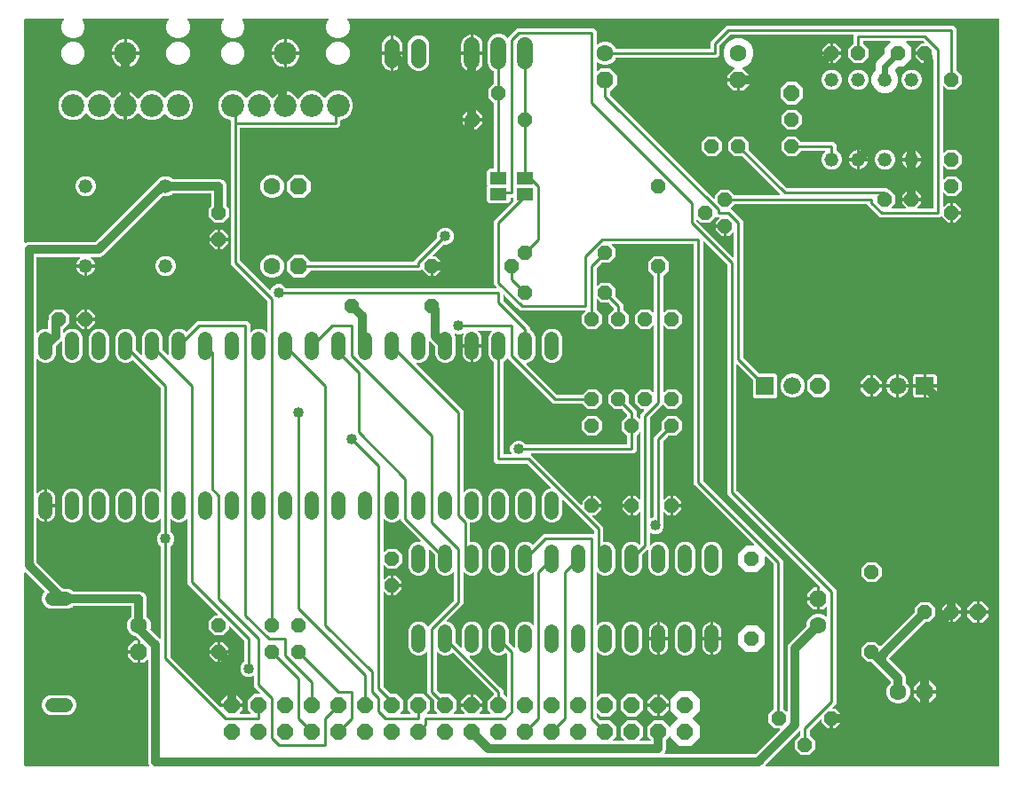
<source format=gbl>
G04 EAGLE Gerber RS-274X export*
G75*
%MOMM*%
%FSLAX34Y34*%
%LPD*%
%INBottom Copper*%
%IPPOS*%
%AMOC8*
5,1,8,0,0,1.08239X$1,22.5*%
G01*
%ADD10P,1.429621X8X292.500000*%
%ADD11P,1.732040X8X292.500000*%
%ADD12C,1.600200*%
%ADD13P,1.429621X8X202.500000*%
%ADD14C,1.320800*%
%ADD15P,1.429621X8X22.500000*%
%ADD16P,1.429621X8X112.500000*%
%ADD17C,1.422400*%
%ADD18C,2.184400*%
%ADD19P,1.649562X8X22.500000*%
%ADD20P,1.732040X8X22.500000*%
%ADD21P,1.732040X8X112.500000*%
%ADD22P,1.649562X8X202.500000*%
%ADD23C,1.320800*%
%ADD24C,1.524000*%
%ADD25R,1.600200X1.168400*%
%ADD26R,1.714500X1.714500*%
%ADD27C,1.676400*%
%ADD28P,1.539592X8X22.500000*%
%ADD29C,0.254000*%
%ADD30C,0.812800*%
%ADD31C,1.016000*%
%ADD32C,0.609600*%

G36*
X933978Y17784D02*
X933978Y17784D01*
X933997Y17782D01*
X934099Y17804D01*
X934201Y17820D01*
X934218Y17830D01*
X934238Y17834D01*
X934327Y17887D01*
X934418Y17936D01*
X934432Y17950D01*
X934449Y17960D01*
X934516Y18039D01*
X934588Y18114D01*
X934596Y18132D01*
X934609Y18147D01*
X934648Y18243D01*
X934691Y18337D01*
X934693Y18357D01*
X934701Y18375D01*
X934719Y18542D01*
X934719Y730758D01*
X934716Y730778D01*
X934718Y730797D01*
X934696Y730899D01*
X934680Y731001D01*
X934670Y731018D01*
X934666Y731038D01*
X934613Y731127D01*
X934564Y731218D01*
X934550Y731232D01*
X934540Y731249D01*
X934461Y731316D01*
X934386Y731388D01*
X934368Y731396D01*
X934353Y731409D01*
X934257Y731448D01*
X934163Y731491D01*
X934143Y731493D01*
X934125Y731501D01*
X933958Y731519D01*
X313489Y731519D01*
X313418Y731508D01*
X313347Y731506D01*
X313298Y731488D01*
X313246Y731480D01*
X313183Y731446D01*
X313116Y731421D01*
X313075Y731389D01*
X313029Y731364D01*
X312980Y731312D01*
X312924Y731268D01*
X312895Y731224D01*
X312860Y731186D01*
X312829Y731121D01*
X312791Y731061D01*
X312778Y731010D01*
X312756Y730963D01*
X312748Y730892D01*
X312731Y730822D01*
X312735Y730770D01*
X312729Y730719D01*
X312744Y730648D01*
X312750Y730577D01*
X312770Y730529D01*
X312781Y730478D01*
X312818Y730417D01*
X312846Y730351D01*
X312891Y730295D01*
X312907Y730267D01*
X312925Y730252D01*
X312951Y730220D01*
X313394Y729777D01*
X315081Y725704D01*
X315081Y721296D01*
X313394Y717223D01*
X310277Y714106D01*
X306204Y712419D01*
X301796Y712419D01*
X297723Y714106D01*
X294606Y717223D01*
X292919Y721296D01*
X292919Y725704D01*
X294606Y729777D01*
X295049Y730220D01*
X295091Y730278D01*
X295140Y730330D01*
X295162Y730377D01*
X295193Y730419D01*
X295214Y730488D01*
X295244Y730553D01*
X295250Y730605D01*
X295265Y730655D01*
X295263Y730726D01*
X295271Y730797D01*
X295260Y730848D01*
X295259Y730900D01*
X295234Y730968D01*
X295219Y731038D01*
X295192Y731083D01*
X295174Y731131D01*
X295130Y731187D01*
X295093Y731249D01*
X295053Y731283D01*
X295021Y731323D01*
X294960Y731362D01*
X294906Y731409D01*
X294857Y731428D01*
X294814Y731456D01*
X294744Y731474D01*
X294678Y731501D01*
X294606Y731509D01*
X294575Y731517D01*
X294552Y731515D01*
X294511Y731519D01*
X213489Y731519D01*
X213418Y731508D01*
X213347Y731506D01*
X213298Y731488D01*
X213246Y731480D01*
X213183Y731446D01*
X213116Y731421D01*
X213075Y731389D01*
X213029Y731364D01*
X212980Y731312D01*
X212924Y731268D01*
X212895Y731224D01*
X212860Y731186D01*
X212829Y731121D01*
X212791Y731061D01*
X212778Y731010D01*
X212756Y730963D01*
X212748Y730892D01*
X212731Y730822D01*
X212735Y730770D01*
X212729Y730719D01*
X212744Y730648D01*
X212750Y730577D01*
X212770Y730529D01*
X212781Y730478D01*
X212818Y730417D01*
X212846Y730351D01*
X212891Y730295D01*
X212907Y730267D01*
X212925Y730252D01*
X212951Y730220D01*
X213394Y729777D01*
X215081Y725704D01*
X215081Y721296D01*
X213394Y717223D01*
X210277Y714106D01*
X206204Y712419D01*
X201796Y712419D01*
X197723Y714106D01*
X194606Y717223D01*
X192919Y721296D01*
X192919Y725704D01*
X194606Y729777D01*
X195049Y730220D01*
X195091Y730278D01*
X195140Y730330D01*
X195162Y730377D01*
X195193Y730419D01*
X195214Y730488D01*
X195244Y730553D01*
X195250Y730605D01*
X195265Y730655D01*
X195263Y730726D01*
X195271Y730797D01*
X195260Y730848D01*
X195259Y730900D01*
X195234Y730968D01*
X195219Y731038D01*
X195192Y731083D01*
X195174Y731131D01*
X195130Y731187D01*
X195093Y731249D01*
X195053Y731283D01*
X195021Y731323D01*
X194960Y731362D01*
X194906Y731409D01*
X194857Y731428D01*
X194814Y731456D01*
X194744Y731474D01*
X194678Y731501D01*
X194606Y731509D01*
X194575Y731517D01*
X194552Y731515D01*
X194511Y731519D01*
X161089Y731519D01*
X161018Y731508D01*
X160947Y731506D01*
X160898Y731488D01*
X160846Y731480D01*
X160783Y731446D01*
X160716Y731421D01*
X160675Y731389D01*
X160629Y731364D01*
X160580Y731312D01*
X160524Y731268D01*
X160495Y731224D01*
X160460Y731186D01*
X160429Y731121D01*
X160391Y731061D01*
X160378Y731010D01*
X160356Y730963D01*
X160348Y730892D01*
X160331Y730822D01*
X160335Y730770D01*
X160329Y730719D01*
X160344Y730648D01*
X160350Y730577D01*
X160370Y730529D01*
X160381Y730478D01*
X160418Y730417D01*
X160446Y730351D01*
X160491Y730295D01*
X160507Y730267D01*
X160525Y730252D01*
X160551Y730220D01*
X160994Y729777D01*
X162681Y725704D01*
X162681Y721296D01*
X160994Y717223D01*
X157877Y714106D01*
X153804Y712419D01*
X149396Y712419D01*
X145323Y714106D01*
X142206Y717223D01*
X140519Y721296D01*
X140519Y725704D01*
X142206Y729777D01*
X142649Y730220D01*
X142691Y730278D01*
X142740Y730330D01*
X142762Y730377D01*
X142793Y730419D01*
X142814Y730488D01*
X142844Y730553D01*
X142850Y730605D01*
X142865Y730655D01*
X142863Y730726D01*
X142871Y730797D01*
X142860Y730848D01*
X142859Y730900D01*
X142834Y730968D01*
X142819Y731038D01*
X142792Y731083D01*
X142774Y731131D01*
X142730Y731187D01*
X142693Y731249D01*
X142653Y731283D01*
X142621Y731323D01*
X142560Y731362D01*
X142506Y731409D01*
X142457Y731428D01*
X142414Y731456D01*
X142344Y731474D01*
X142278Y731501D01*
X142206Y731509D01*
X142175Y731517D01*
X142152Y731515D01*
X142111Y731519D01*
X61089Y731519D01*
X61018Y731508D01*
X60947Y731506D01*
X60898Y731488D01*
X60846Y731480D01*
X60783Y731446D01*
X60716Y731421D01*
X60675Y731389D01*
X60629Y731364D01*
X60580Y731312D01*
X60524Y731268D01*
X60495Y731224D01*
X60460Y731186D01*
X60429Y731121D01*
X60391Y731061D01*
X60378Y731010D01*
X60356Y730963D01*
X60348Y730892D01*
X60331Y730822D01*
X60335Y730770D01*
X60329Y730719D01*
X60344Y730648D01*
X60350Y730577D01*
X60370Y730529D01*
X60381Y730478D01*
X60418Y730417D01*
X60446Y730351D01*
X60491Y730295D01*
X60507Y730267D01*
X60525Y730252D01*
X60551Y730220D01*
X60994Y729777D01*
X62681Y725704D01*
X62681Y721296D01*
X60994Y717223D01*
X57877Y714106D01*
X53804Y712419D01*
X49396Y712419D01*
X45323Y714106D01*
X42206Y717223D01*
X40519Y721296D01*
X40519Y725704D01*
X42206Y729777D01*
X42649Y730220D01*
X42691Y730278D01*
X42740Y730330D01*
X42762Y730377D01*
X42793Y730419D01*
X42814Y730488D01*
X42844Y730553D01*
X42850Y730605D01*
X42865Y730655D01*
X42863Y730726D01*
X42871Y730797D01*
X42860Y730848D01*
X42859Y730900D01*
X42834Y730968D01*
X42819Y731038D01*
X42792Y731083D01*
X42774Y731131D01*
X42730Y731187D01*
X42693Y731249D01*
X42653Y731283D01*
X42621Y731323D01*
X42560Y731362D01*
X42506Y731409D01*
X42457Y731428D01*
X42414Y731456D01*
X42344Y731474D01*
X42278Y731501D01*
X42206Y731509D01*
X42175Y731517D01*
X42152Y731515D01*
X42111Y731519D01*
X5842Y731519D01*
X5822Y731516D01*
X5803Y731518D01*
X5701Y731496D01*
X5599Y731480D01*
X5582Y731470D01*
X5562Y731466D01*
X5473Y731413D01*
X5382Y731364D01*
X5368Y731350D01*
X5351Y731340D01*
X5284Y731261D01*
X5212Y731186D01*
X5204Y731168D01*
X5191Y731153D01*
X5152Y731057D01*
X5109Y730963D01*
X5107Y730943D01*
X5099Y730925D01*
X5081Y730758D01*
X5081Y518172D01*
X5088Y518127D01*
X5086Y518081D01*
X5108Y518006D01*
X5120Y517929D01*
X5142Y517889D01*
X5155Y517845D01*
X5199Y517781D01*
X5236Y517712D01*
X5269Y517680D01*
X5295Y517643D01*
X5357Y517596D01*
X5414Y517543D01*
X5456Y517523D01*
X5492Y517496D01*
X5566Y517472D01*
X5637Y517439D01*
X5683Y517434D01*
X5726Y517420D01*
X5804Y517420D01*
X5881Y517412D01*
X5926Y517422D01*
X5972Y517422D01*
X6104Y517460D01*
X6122Y517464D01*
X6126Y517467D01*
X6133Y517469D01*
X8110Y518288D01*
X72939Y518288D01*
X73029Y518302D01*
X73120Y518310D01*
X73149Y518322D01*
X73181Y518327D01*
X73262Y518370D01*
X73346Y518406D01*
X73378Y518432D01*
X73399Y518443D01*
X73421Y518466D01*
X73477Y518511D01*
X130388Y575422D01*
X131115Y576149D01*
X131153Y576202D01*
X131199Y576249D01*
X131239Y576322D01*
X131258Y576348D01*
X131264Y576367D01*
X131280Y576396D01*
X131517Y576968D01*
X134232Y579683D01*
X137780Y581153D01*
X141620Y581153D01*
X145168Y579683D01*
X146015Y578836D01*
X146089Y578783D01*
X146159Y578723D01*
X146189Y578711D01*
X146215Y578692D01*
X146302Y578665D01*
X146387Y578631D01*
X146428Y578627D01*
X146450Y578620D01*
X146482Y578621D01*
X146554Y578613D01*
X191915Y578613D01*
X194529Y577530D01*
X196530Y575529D01*
X197613Y572915D01*
X197613Y552954D01*
X197627Y552863D01*
X197635Y552773D01*
X197647Y552743D01*
X197652Y552711D01*
X197695Y552630D01*
X197731Y552546D01*
X197757Y552514D01*
X197768Y552493D01*
X197791Y552471D01*
X197798Y552462D01*
X197806Y552449D01*
X197815Y552441D01*
X197836Y552415D01*
X200153Y550098D01*
X200153Y542102D01*
X194498Y536447D01*
X186502Y536447D01*
X180847Y542102D01*
X180847Y550098D01*
X183164Y552415D01*
X183208Y552477D01*
X183241Y552511D01*
X183247Y552524D01*
X183277Y552559D01*
X183289Y552589D01*
X183308Y552615D01*
X183335Y552702D01*
X183369Y552787D01*
X183373Y552828D01*
X183380Y552850D01*
X183379Y552882D01*
X183387Y552954D01*
X183387Y563626D01*
X183386Y563634D01*
X183386Y563636D01*
X183384Y563646D01*
X183386Y563665D01*
X183364Y563767D01*
X183348Y563869D01*
X183338Y563886D01*
X183334Y563906D01*
X183281Y563995D01*
X183232Y564086D01*
X183218Y564100D01*
X183208Y564117D01*
X183129Y564184D01*
X183054Y564256D01*
X183036Y564264D01*
X183021Y564277D01*
X182925Y564316D01*
X182831Y564359D01*
X182811Y564361D01*
X182793Y564369D01*
X182626Y564387D01*
X146554Y564387D01*
X146463Y564373D01*
X146373Y564365D01*
X146343Y564353D01*
X146311Y564348D01*
X146230Y564305D01*
X146146Y564269D01*
X146114Y564243D01*
X146093Y564232D01*
X146071Y564209D01*
X146015Y564164D01*
X145168Y563317D01*
X141620Y561847D01*
X137780Y561847D01*
X137650Y561901D01*
X137537Y561928D01*
X137423Y561956D01*
X137416Y561956D01*
X137410Y561957D01*
X137294Y561946D01*
X137177Y561937D01*
X137172Y561935D01*
X137165Y561934D01*
X137058Y561886D01*
X136951Y561841D01*
X136945Y561836D01*
X136941Y561834D01*
X136927Y561822D01*
X136820Y561736D01*
X82337Y507253D01*
X80229Y505145D01*
X77615Y504062D01*
X69356Y504062D01*
X69333Y504059D01*
X69310Y504061D01*
X69212Y504039D01*
X69113Y504023D01*
X69093Y504012D01*
X69070Y504007D01*
X68984Y503954D01*
X68896Y503907D01*
X68880Y503891D01*
X68860Y503879D01*
X68795Y503802D01*
X68726Y503729D01*
X68717Y503708D01*
X68702Y503691D01*
X68665Y503597D01*
X68623Y503506D01*
X68620Y503483D01*
X68612Y503462D01*
X68607Y503361D01*
X68596Y503262D01*
X68601Y503239D01*
X68599Y503216D01*
X68627Y503119D01*
X68648Y503021D01*
X68660Y503001D01*
X68666Y502979D01*
X68723Y502896D01*
X68774Y502810D01*
X68792Y502795D01*
X68805Y502776D01*
X68933Y502668D01*
X69329Y502403D01*
X70603Y501130D01*
X71604Y499632D01*
X72293Y497967D01*
X72521Y496823D01*
X64262Y496823D01*
X64242Y496820D01*
X64223Y496822D01*
X64121Y496800D01*
X64019Y496783D01*
X64002Y496774D01*
X63982Y496770D01*
X63893Y496717D01*
X63802Y496668D01*
X63788Y496654D01*
X63771Y496644D01*
X63704Y496565D01*
X63633Y496490D01*
X63624Y496472D01*
X63611Y496457D01*
X63573Y496361D01*
X63529Y496267D01*
X63527Y496247D01*
X63519Y496229D01*
X63501Y496062D01*
X63501Y495299D01*
X63499Y495299D01*
X63499Y496062D01*
X63496Y496082D01*
X63498Y496101D01*
X63476Y496203D01*
X63459Y496305D01*
X63450Y496322D01*
X63446Y496342D01*
X63393Y496431D01*
X63344Y496522D01*
X63330Y496536D01*
X63320Y496553D01*
X63241Y496620D01*
X63166Y496691D01*
X63148Y496700D01*
X63133Y496713D01*
X63037Y496752D01*
X62943Y496795D01*
X62923Y496797D01*
X62905Y496805D01*
X62738Y496823D01*
X54479Y496823D01*
X54707Y497967D01*
X55396Y499632D01*
X56397Y501130D01*
X57671Y502403D01*
X58067Y502668D01*
X58084Y502684D01*
X58104Y502695D01*
X58173Y502767D01*
X58247Y502836D01*
X58258Y502856D01*
X58274Y502873D01*
X58316Y502964D01*
X58364Y503052D01*
X58368Y503075D01*
X58377Y503096D01*
X58388Y503196D01*
X58405Y503295D01*
X58402Y503318D01*
X58404Y503340D01*
X58383Y503439D01*
X58368Y503538D01*
X58357Y503558D01*
X58352Y503581D01*
X58301Y503667D01*
X58254Y503756D01*
X58238Y503772D01*
X58226Y503792D01*
X58150Y503857D01*
X58077Y503927D01*
X58057Y503937D01*
X58039Y503952D01*
X57946Y503990D01*
X57855Y504032D01*
X57832Y504035D01*
X57811Y504044D01*
X57644Y504062D01*
X17399Y504062D01*
X17379Y504059D01*
X17360Y504061D01*
X17258Y504039D01*
X17156Y504023D01*
X17139Y504013D01*
X17119Y504009D01*
X17030Y503956D01*
X16939Y503907D01*
X16925Y503893D01*
X16908Y503883D01*
X16841Y503804D01*
X16769Y503729D01*
X16761Y503711D01*
X16748Y503696D01*
X16709Y503600D01*
X16666Y503506D01*
X16664Y503486D01*
X16656Y503468D01*
X16638Y503301D01*
X16638Y432431D01*
X16649Y432360D01*
X16651Y432288D01*
X16669Y432239D01*
X16677Y432188D01*
X16711Y432124D01*
X16736Y432057D01*
X16768Y432016D01*
X16793Y431970D01*
X16845Y431921D01*
X16889Y431865D01*
X16933Y431837D01*
X16971Y431801D01*
X17036Y431771D01*
X17096Y431732D01*
X17147Y431719D01*
X17194Y431697D01*
X17265Y431690D01*
X17335Y431672D01*
X17387Y431676D01*
X17438Y431670D01*
X17509Y431686D01*
X17580Y431691D01*
X17628Y431711D01*
X17679Y431723D01*
X17740Y431759D01*
X17806Y431787D01*
X17862Y431832D01*
X17890Y431849D01*
X17905Y431867D01*
X17937Y431892D01*
X19932Y433887D01*
X23480Y435357D01*
X27051Y435357D01*
X27071Y435360D01*
X27090Y435358D01*
X27192Y435380D01*
X27294Y435396D01*
X27311Y435406D01*
X27331Y435410D01*
X27420Y435463D01*
X27511Y435512D01*
X27525Y435526D01*
X27542Y435536D01*
X27609Y435615D01*
X27681Y435690D01*
X27689Y435708D01*
X27702Y435723D01*
X27741Y435819D01*
X27784Y435913D01*
X27786Y435933D01*
X27794Y435951D01*
X27812Y436118D01*
X27812Y442740D01*
X28389Y444133D01*
X28404Y444197D01*
X28429Y444258D01*
X28438Y444340D01*
X28445Y444372D01*
X28444Y444392D01*
X28447Y444424D01*
X28447Y448498D01*
X34102Y454153D01*
X42098Y454153D01*
X47753Y448498D01*
X47753Y440502D01*
X42261Y435010D01*
X42208Y434936D01*
X42148Y434866D01*
X42136Y434836D01*
X42117Y434810D01*
X42090Y434723D01*
X42056Y434638D01*
X42052Y434597D01*
X42045Y434575D01*
X42046Y434543D01*
X42038Y434471D01*
X42038Y432431D01*
X42049Y432360D01*
X42051Y432288D01*
X42069Y432239D01*
X42077Y432188D01*
X42111Y432124D01*
X42136Y432057D01*
X42168Y432016D01*
X42193Y431970D01*
X42245Y431921D01*
X42289Y431865D01*
X42333Y431837D01*
X42371Y431801D01*
X42436Y431771D01*
X42496Y431732D01*
X42547Y431719D01*
X42594Y431697D01*
X42665Y431690D01*
X42735Y431672D01*
X42787Y431676D01*
X42838Y431670D01*
X42909Y431686D01*
X42980Y431691D01*
X43028Y431711D01*
X43079Y431723D01*
X43140Y431759D01*
X43206Y431787D01*
X43262Y431832D01*
X43290Y431849D01*
X43305Y431867D01*
X43337Y431892D01*
X45332Y433887D01*
X48880Y435357D01*
X52720Y435357D01*
X56268Y433887D01*
X58983Y431172D01*
X60453Y427624D01*
X60453Y410576D01*
X58983Y407028D01*
X56268Y404313D01*
X52720Y402843D01*
X48880Y402843D01*
X45332Y404313D01*
X42617Y407028D01*
X41147Y410576D01*
X41147Y422951D01*
X41136Y423021D01*
X41134Y423093D01*
X41116Y423142D01*
X41108Y423193D01*
X41074Y423257D01*
X41049Y423324D01*
X41017Y423365D01*
X40992Y423411D01*
X40940Y423460D01*
X40896Y423516D01*
X40852Y423544D01*
X40814Y423580D01*
X40749Y423610D01*
X40689Y423649D01*
X40638Y423662D01*
X40591Y423684D01*
X40520Y423692D01*
X40450Y423709D01*
X40398Y423705D01*
X40347Y423711D01*
X40276Y423696D01*
X40205Y423690D01*
X40157Y423670D01*
X40106Y423659D01*
X40045Y423622D01*
X39979Y423594D01*
X39923Y423549D01*
X39895Y423532D01*
X39880Y423515D01*
X39848Y423489D01*
X38847Y422488D01*
X35276Y418917D01*
X35223Y418843D01*
X35163Y418773D01*
X35151Y418743D01*
X35132Y418717D01*
X35105Y418630D01*
X35071Y418545D01*
X35067Y418504D01*
X35060Y418482D01*
X35061Y418450D01*
X35053Y418378D01*
X35053Y410576D01*
X33583Y407028D01*
X30868Y404313D01*
X27320Y402843D01*
X23480Y402843D01*
X19932Y404313D01*
X17937Y406308D01*
X17879Y406350D01*
X17827Y406399D01*
X17780Y406421D01*
X17738Y406451D01*
X17669Y406472D01*
X17604Y406503D01*
X17552Y406508D01*
X17502Y406524D01*
X17431Y406522D01*
X17360Y406530D01*
X17309Y406519D01*
X17257Y406517D01*
X17189Y406493D01*
X17119Y406477D01*
X17074Y406451D01*
X17026Y406433D01*
X16970Y406388D01*
X16908Y406351D01*
X16874Y406312D01*
X16834Y406279D01*
X16795Y406219D01*
X16748Y406164D01*
X16729Y406116D01*
X16701Y406072D01*
X16683Y406003D01*
X16656Y405936D01*
X16648Y405865D01*
X16640Y405834D01*
X16642Y405810D01*
X16638Y405769D01*
X16638Y279160D01*
X16641Y279137D01*
X16639Y279114D01*
X16661Y279016D01*
X16677Y278917D01*
X16688Y278897D01*
X16693Y278874D01*
X16746Y278788D01*
X16793Y278700D01*
X16809Y278684D01*
X16821Y278664D01*
X16898Y278600D01*
X16971Y278530D01*
X16992Y278521D01*
X17009Y278506D01*
X17103Y278469D01*
X17194Y278427D01*
X17217Y278424D01*
X17238Y278416D01*
X17339Y278411D01*
X17438Y278400D01*
X17461Y278405D01*
X17484Y278403D01*
X17581Y278431D01*
X17679Y278452D01*
X17699Y278464D01*
X17721Y278470D01*
X17804Y278527D01*
X17890Y278578D01*
X17905Y278596D01*
X17924Y278609D01*
X18032Y278737D01*
X18297Y279133D01*
X19570Y280407D01*
X21068Y281408D01*
X22733Y282097D01*
X23877Y282325D01*
X23877Y267462D01*
X23879Y267446D01*
X23878Y267431D01*
X23878Y267428D01*
X23878Y267423D01*
X23900Y267321D01*
X23917Y267219D01*
X23926Y267202D01*
X23930Y267182D01*
X23983Y267093D01*
X24032Y267002D01*
X24046Y266988D01*
X24056Y266971D01*
X24135Y266904D01*
X24210Y266833D01*
X24228Y266824D01*
X24243Y266811D01*
X24339Y266773D01*
X24433Y266729D01*
X24453Y266727D01*
X24471Y266719D01*
X24638Y266701D01*
X25401Y266701D01*
X25401Y266699D01*
X24638Y266699D01*
X24618Y266696D01*
X24599Y266698D01*
X24497Y266676D01*
X24395Y266659D01*
X24378Y266650D01*
X24358Y266646D01*
X24269Y266593D01*
X24178Y266544D01*
X24164Y266530D01*
X24147Y266520D01*
X24080Y266441D01*
X24009Y266366D01*
X24000Y266348D01*
X23987Y266333D01*
X23948Y266237D01*
X23905Y266143D01*
X23903Y266123D01*
X23895Y266105D01*
X23877Y265938D01*
X23877Y251075D01*
X22733Y251303D01*
X21068Y251992D01*
X19570Y252993D01*
X18297Y254267D01*
X18032Y254663D01*
X18016Y254680D01*
X18005Y254700D01*
X17933Y254769D01*
X17864Y254843D01*
X17844Y254854D01*
X17827Y254870D01*
X17736Y254912D01*
X17648Y254960D01*
X17625Y254963D01*
X17604Y254973D01*
X17504Y254984D01*
X17405Y255001D01*
X17382Y254998D01*
X17360Y255000D01*
X17261Y254979D01*
X17162Y254964D01*
X17142Y254953D01*
X17119Y254948D01*
X17033Y254896D01*
X16944Y254850D01*
X16928Y254834D01*
X16908Y254822D01*
X16843Y254746D01*
X16773Y254673D01*
X16763Y254652D01*
X16748Y254635D01*
X16711Y254542D01*
X16668Y254451D01*
X16665Y254428D01*
X16656Y254407D01*
X16638Y254240D01*
X16638Y212812D01*
X16652Y212721D01*
X16660Y212631D01*
X16672Y212601D01*
X16677Y212569D01*
X16720Y212488D01*
X16756Y212404D01*
X16782Y212372D01*
X16793Y212351D01*
X16816Y212329D01*
X16861Y212273D01*
X41458Y187676D01*
X41532Y187623D01*
X41602Y187563D01*
X41632Y187551D01*
X41658Y187532D01*
X41745Y187505D01*
X41830Y187471D01*
X41871Y187467D01*
X41893Y187460D01*
X41925Y187461D01*
X41996Y187453D01*
X46624Y187453D01*
X50172Y185983D01*
X51019Y185136D01*
X51093Y185083D01*
X51163Y185023D01*
X51193Y185011D01*
X51219Y184992D01*
X51306Y184965D01*
X51391Y184931D01*
X51432Y184927D01*
X51454Y184920D01*
X51486Y184921D01*
X51558Y184913D01*
X115715Y184913D01*
X118329Y183830D01*
X120330Y181829D01*
X121413Y179215D01*
X121413Y161229D01*
X121427Y161139D01*
X121435Y161048D01*
X121447Y161018D01*
X121452Y160987D01*
X121495Y160906D01*
X121531Y160822D01*
X121557Y160790D01*
X121568Y160769D01*
X121591Y160747D01*
X121636Y160691D01*
X123667Y158659D01*
X125350Y154598D01*
X125350Y150202D01*
X124968Y149280D01*
X124941Y149167D01*
X124913Y149053D01*
X124913Y149047D01*
X124912Y149041D01*
X124923Y148925D01*
X124932Y148808D01*
X124934Y148802D01*
X124935Y148796D01*
X124983Y148689D01*
X125028Y148582D01*
X125033Y148576D01*
X125035Y148571D01*
X125048Y148558D01*
X125133Y148451D01*
X134082Y139502D01*
X134140Y139460D01*
X134192Y139411D01*
X134239Y139389D01*
X134281Y139359D01*
X134350Y139338D01*
X134415Y139307D01*
X134467Y139302D01*
X134517Y139286D01*
X134588Y139288D01*
X134659Y139280D01*
X134710Y139291D01*
X134762Y139293D01*
X134830Y139317D01*
X134900Y139332D01*
X134944Y139359D01*
X134993Y139377D01*
X135049Y139422D01*
X135111Y139459D01*
X135145Y139498D01*
X135185Y139531D01*
X135224Y139591D01*
X135271Y139646D01*
X135290Y139694D01*
X135318Y139738D01*
X135336Y139807D01*
X135363Y139874D01*
X135371Y139945D01*
X135379Y139976D01*
X135377Y140000D01*
X135381Y140040D01*
X135381Y227458D01*
X135367Y227548D01*
X135359Y227639D01*
X135347Y227668D01*
X135342Y227700D01*
X135299Y227781D01*
X135263Y227865D01*
X135237Y227897D01*
X135226Y227918D01*
X135203Y227940D01*
X135158Y227996D01*
X132809Y230345D01*
X131571Y233333D01*
X131571Y236567D01*
X132809Y239555D01*
X135158Y241904D01*
X135211Y241978D01*
X135271Y242047D01*
X135283Y242078D01*
X135302Y242104D01*
X135329Y242191D01*
X135363Y242276D01*
X135367Y242317D01*
X135374Y242339D01*
X135373Y242371D01*
X135381Y242442D01*
X135381Y252988D01*
X135370Y253059D01*
X135368Y253131D01*
X135350Y253180D01*
X135342Y253231D01*
X135308Y253295D01*
X135283Y253362D01*
X135251Y253403D01*
X135226Y253449D01*
X135174Y253498D01*
X135130Y253554D01*
X135086Y253582D01*
X135048Y253618D01*
X134983Y253648D01*
X134923Y253687D01*
X134872Y253700D01*
X134825Y253722D01*
X134754Y253729D01*
X134684Y253747D01*
X134632Y253743D01*
X134581Y253749D01*
X134510Y253733D01*
X134439Y253728D01*
X134391Y253708D01*
X134340Y253696D01*
X134279Y253660D01*
X134213Y253632D01*
X134157Y253587D01*
X134129Y253570D01*
X134114Y253552D01*
X134082Y253527D01*
X132468Y251913D01*
X128920Y250443D01*
X125080Y250443D01*
X121532Y251913D01*
X118817Y254628D01*
X117347Y258176D01*
X117347Y275224D01*
X118817Y278772D01*
X121532Y281487D01*
X125080Y282957D01*
X128920Y282957D01*
X132468Y281487D01*
X134082Y279873D01*
X134140Y279831D01*
X134192Y279782D01*
X134210Y279774D01*
X134225Y279761D01*
X134254Y279749D01*
X134281Y279730D01*
X134350Y279709D01*
X134415Y279678D01*
X134436Y279676D01*
X134453Y279669D01*
X134492Y279665D01*
X134517Y279657D01*
X134552Y279658D01*
X134620Y279651D01*
X134638Y279654D01*
X134659Y279651D01*
X134710Y279662D01*
X134762Y279664D01*
X134814Y279682D01*
X134863Y279690D01*
X134879Y279699D01*
X134900Y279704D01*
X134945Y279730D01*
X134993Y279748D01*
X135036Y279782D01*
X135080Y279806D01*
X135093Y279819D01*
X135111Y279830D01*
X135145Y279869D01*
X135185Y279902D01*
X135215Y279947D01*
X135250Y279984D01*
X135257Y280001D01*
X135271Y280017D01*
X135290Y280065D01*
X135318Y280109D01*
X135331Y280160D01*
X135353Y280207D01*
X135355Y280226D01*
X135363Y280245D01*
X135371Y280316D01*
X135379Y280347D01*
X135377Y280371D01*
X135381Y280412D01*
X135381Y378896D01*
X135367Y378986D01*
X135359Y379077D01*
X135347Y379107D01*
X135342Y379139D01*
X135299Y379219D01*
X135263Y379303D01*
X135237Y379335D01*
X135226Y379356D01*
X135203Y379378D01*
X135158Y379434D01*
X109212Y405380D01*
X109196Y405392D01*
X109183Y405408D01*
X109096Y405464D01*
X109012Y405524D01*
X108993Y405530D01*
X108976Y405541D01*
X108876Y405566D01*
X108777Y405596D01*
X108757Y405596D01*
X108738Y405601D01*
X108635Y405593D01*
X108531Y405590D01*
X108513Y405583D01*
X108493Y405582D01*
X108398Y405541D01*
X108300Y405506D01*
X108285Y405493D01*
X108266Y405485D01*
X108135Y405380D01*
X107068Y404313D01*
X103520Y402843D01*
X99680Y402843D01*
X96132Y404313D01*
X93417Y407028D01*
X91947Y410576D01*
X91947Y427624D01*
X93417Y431172D01*
X96132Y433887D01*
X99680Y435357D01*
X103520Y435357D01*
X107068Y433887D01*
X109783Y431172D01*
X111253Y427624D01*
X111253Y415870D01*
X111267Y415780D01*
X111275Y415689D01*
X111287Y415659D01*
X111292Y415627D01*
X111335Y415547D01*
X111371Y415463D01*
X111397Y415431D01*
X111408Y415410D01*
X111431Y415388D01*
X111476Y415332D01*
X116048Y410760D01*
X116106Y410718D01*
X116158Y410669D01*
X116205Y410647D01*
X116247Y410616D01*
X116316Y410595D01*
X116381Y410565D01*
X116433Y410559D01*
X116483Y410544D01*
X116554Y410546D01*
X116625Y410538D01*
X116676Y410549D01*
X116728Y410550D01*
X116796Y410575D01*
X116866Y410590D01*
X116910Y410617D01*
X116959Y410635D01*
X117015Y410680D01*
X117077Y410716D01*
X117111Y410756D01*
X117151Y410788D01*
X117190Y410849D01*
X117237Y410903D01*
X117256Y410952D01*
X117284Y410995D01*
X117302Y411065D01*
X117329Y411131D01*
X117337Y411203D01*
X117345Y411234D01*
X117343Y411257D01*
X117347Y411298D01*
X117347Y427624D01*
X118817Y431172D01*
X121532Y433887D01*
X125080Y435357D01*
X128920Y435357D01*
X132468Y433887D01*
X135183Y431172D01*
X136653Y427624D01*
X136653Y415870D01*
X136667Y415780D01*
X136675Y415689D01*
X136687Y415659D01*
X136692Y415627D01*
X136735Y415547D01*
X136771Y415463D01*
X136797Y415431D01*
X136808Y415410D01*
X136831Y415388D01*
X136876Y415332D01*
X141448Y410760D01*
X141506Y410718D01*
X141558Y410669D01*
X141605Y410647D01*
X141647Y410616D01*
X141716Y410595D01*
X141781Y410565D01*
X141833Y410559D01*
X141883Y410544D01*
X141954Y410546D01*
X142025Y410538D01*
X142076Y410549D01*
X142128Y410550D01*
X142196Y410575D01*
X142266Y410590D01*
X142311Y410617D01*
X142359Y410635D01*
X142415Y410680D01*
X142477Y410716D01*
X142511Y410756D01*
X142551Y410788D01*
X142590Y410849D01*
X142637Y410903D01*
X142656Y410952D01*
X142684Y410995D01*
X142702Y411065D01*
X142729Y411131D01*
X142737Y411203D01*
X142745Y411234D01*
X142743Y411257D01*
X142747Y411298D01*
X142747Y427624D01*
X144217Y431172D01*
X146932Y433887D01*
X150480Y435357D01*
X154320Y435357D01*
X157868Y433887D01*
X158935Y432820D01*
X158952Y432808D01*
X158964Y432792D01*
X159051Y432736D01*
X159135Y432676D01*
X159154Y432670D01*
X159171Y432659D01*
X159271Y432634D01*
X159370Y432604D01*
X159390Y432604D01*
X159409Y432599D01*
X159512Y432607D01*
X159616Y432610D01*
X159635Y432617D01*
X159655Y432618D01*
X159750Y432659D01*
X159847Y432694D01*
X159863Y432707D01*
X159881Y432715D01*
X160012Y432820D01*
X166908Y439716D01*
X169661Y442469D01*
X217689Y442469D01*
X220219Y439939D01*
X220219Y432812D01*
X220230Y432741D01*
X220232Y432669D01*
X220250Y432620D01*
X220258Y432569D01*
X220292Y432505D01*
X220317Y432438D01*
X220349Y432397D01*
X220374Y432351D01*
X220426Y432302D01*
X220470Y432246D01*
X220514Y432218D01*
X220552Y432182D01*
X220617Y432152D01*
X220677Y432113D01*
X220728Y432100D01*
X220775Y432078D01*
X220846Y432071D01*
X220916Y432053D01*
X220968Y432057D01*
X221019Y432051D01*
X221090Y432067D01*
X221161Y432072D01*
X221209Y432092D01*
X221260Y432104D01*
X221321Y432140D01*
X221387Y432168D01*
X221443Y432213D01*
X221471Y432230D01*
X221486Y432248D01*
X221518Y432273D01*
X223132Y433887D01*
X226680Y435357D01*
X230520Y435357D01*
X234068Y433887D01*
X235682Y432273D01*
X235740Y432231D01*
X235792Y432182D01*
X235839Y432160D01*
X235881Y432130D01*
X235950Y432109D01*
X236015Y432078D01*
X236067Y432073D01*
X236117Y432057D01*
X236188Y432059D01*
X236259Y432051D01*
X236310Y432062D01*
X236362Y432064D01*
X236430Y432088D01*
X236500Y432104D01*
X236545Y432130D01*
X236593Y432148D01*
X236649Y432193D01*
X236711Y432230D01*
X236745Y432269D01*
X236785Y432302D01*
X236824Y432362D01*
X236871Y432417D01*
X236890Y432465D01*
X236918Y432509D01*
X236936Y432578D01*
X236963Y432645D01*
X236971Y432716D01*
X236979Y432747D01*
X236977Y432771D01*
X236981Y432812D01*
X236981Y461446D01*
X236967Y461536D01*
X236959Y461627D01*
X236947Y461657D01*
X236942Y461689D01*
X236899Y461769D01*
X236863Y461853D01*
X236837Y461885D01*
X236826Y461906D01*
X236803Y461928D01*
X236758Y461984D01*
X202056Y496686D01*
X202056Y633768D01*
X202053Y633788D01*
X202055Y633807D01*
X202033Y633909D01*
X202017Y634011D01*
X202007Y634028D01*
X202003Y634048D01*
X201950Y634137D01*
X201901Y634228D01*
X201887Y634242D01*
X201877Y634259D01*
X201798Y634326D01*
X201723Y634398D01*
X201705Y634406D01*
X201690Y634419D01*
X201594Y634458D01*
X201500Y634501D01*
X201480Y634503D01*
X201462Y634511D01*
X201295Y634529D01*
X201221Y634529D01*
X196086Y636656D01*
X192156Y640586D01*
X190029Y645721D01*
X190029Y651279D01*
X192156Y656414D01*
X196086Y660344D01*
X201221Y662471D01*
X206779Y662471D01*
X211914Y660344D01*
X215905Y656352D01*
X215926Y656319D01*
X215982Y656273D01*
X216031Y656219D01*
X216076Y656195D01*
X216116Y656162D01*
X216183Y656136D01*
X216246Y656101D01*
X216297Y656092D01*
X216345Y656073D01*
X216417Y656070D01*
X216488Y656058D01*
X216539Y656065D01*
X216591Y656063D01*
X216660Y656083D01*
X216732Y656094D01*
X216778Y656117D01*
X216827Y656132D01*
X216887Y656173D01*
X216951Y656205D01*
X216987Y656242D01*
X217029Y656272D01*
X217072Y656330D01*
X217091Y656349D01*
X221086Y660344D01*
X226221Y662471D01*
X231779Y662471D01*
X236914Y660344D01*
X240844Y656414D01*
X241001Y656035D01*
X241056Y655945D01*
X241107Y655853D01*
X241121Y655841D01*
X241130Y655826D01*
X241211Y655759D01*
X241289Y655688D01*
X241306Y655680D01*
X241320Y655669D01*
X241418Y655631D01*
X241514Y655589D01*
X241533Y655587D01*
X241550Y655581D01*
X241654Y655576D01*
X241759Y655567D01*
X241777Y655571D01*
X241795Y655570D01*
X241896Y655600D01*
X241999Y655624D01*
X242014Y655634D01*
X242032Y655639D01*
X242118Y655699D01*
X242207Y655755D01*
X242222Y655771D01*
X242234Y655779D01*
X242252Y655804D01*
X242320Y655879D01*
X243331Y657270D01*
X244830Y658769D01*
X246544Y660014D01*
X248432Y660976D01*
X250448Y661631D01*
X252077Y661889D01*
X252077Y649262D01*
X252080Y649242D01*
X252078Y649223D01*
X252100Y649121D01*
X252117Y649019D01*
X252126Y649002D01*
X252130Y648982D01*
X252183Y648893D01*
X252232Y648802D01*
X252246Y648788D01*
X252256Y648771D01*
X252335Y648704D01*
X252410Y648633D01*
X252428Y648624D01*
X252443Y648611D01*
X252539Y648573D01*
X252633Y648529D01*
X252653Y648527D01*
X252671Y648519D01*
X252838Y648501D01*
X254362Y648501D01*
X254382Y648504D01*
X254401Y648502D01*
X254503Y648524D01*
X254605Y648541D01*
X254622Y648550D01*
X254642Y648554D01*
X254731Y648607D01*
X254822Y648656D01*
X254836Y648670D01*
X254853Y648680D01*
X254920Y648759D01*
X254991Y648834D01*
X255000Y648852D01*
X255013Y648867D01*
X255052Y648963D01*
X255095Y649057D01*
X255097Y649077D01*
X255105Y649095D01*
X255123Y649262D01*
X255123Y661889D01*
X256752Y661631D01*
X258768Y660976D01*
X260656Y660014D01*
X262370Y658769D01*
X263869Y657270D01*
X265114Y655556D01*
X265295Y655202D01*
X265320Y655168D01*
X265337Y655129D01*
X265392Y655069D01*
X265441Y655003D01*
X265475Y654979D01*
X265503Y654948D01*
X265575Y654909D01*
X265642Y654862D01*
X265682Y654850D01*
X265719Y654830D01*
X265799Y654815D01*
X265878Y654792D01*
X265920Y654793D01*
X265961Y654786D01*
X266042Y654798D01*
X266123Y654801D01*
X266163Y654816D01*
X266204Y654822D01*
X266277Y654859D01*
X266354Y654888D01*
X266386Y654914D01*
X266423Y654933D01*
X266481Y654992D01*
X266544Y655043D01*
X266566Y655079D01*
X266596Y655109D01*
X266670Y655245D01*
X266675Y655252D01*
X266675Y655253D01*
X266677Y655256D01*
X267156Y656414D01*
X271086Y660344D01*
X276221Y662471D01*
X281779Y662471D01*
X286914Y660344D01*
X290905Y656353D01*
X290926Y656319D01*
X290981Y656273D01*
X291030Y656220D01*
X291075Y656195D01*
X291115Y656162D01*
X291182Y656136D01*
X291246Y656101D01*
X291296Y656092D01*
X291345Y656074D01*
X291417Y656070D01*
X291488Y656058D01*
X291539Y656065D01*
X291590Y656063D01*
X291660Y656083D01*
X291731Y656093D01*
X291777Y656117D01*
X291827Y656131D01*
X291886Y656172D01*
X291950Y656205D01*
X291986Y656242D01*
X292029Y656271D01*
X292072Y656329D01*
X292095Y656353D01*
X296086Y660344D01*
X301221Y662471D01*
X306779Y662471D01*
X311914Y660344D01*
X315844Y656414D01*
X317971Y651279D01*
X317971Y645721D01*
X315844Y640586D01*
X311914Y636656D01*
X306779Y634529D01*
X306705Y634529D01*
X306685Y634526D01*
X306666Y634528D01*
X306564Y634506D01*
X306462Y634490D01*
X306445Y634480D01*
X306425Y634476D01*
X306336Y634423D01*
X306245Y634374D01*
X306231Y634360D01*
X306214Y634350D01*
X306147Y634271D01*
X306075Y634196D01*
X306067Y634178D01*
X306054Y634163D01*
X306015Y634067D01*
X305972Y633973D01*
X305970Y633953D01*
X305962Y633935D01*
X305944Y633768D01*
X305944Y630036D01*
X303414Y627506D01*
X211455Y627506D01*
X211435Y627503D01*
X211416Y627505D01*
X211314Y627483D01*
X211212Y627467D01*
X211195Y627457D01*
X211175Y627453D01*
X211086Y627400D01*
X210995Y627351D01*
X210981Y627337D01*
X210964Y627327D01*
X210897Y627248D01*
X210825Y627173D01*
X210817Y627155D01*
X210804Y627140D01*
X210765Y627044D01*
X210722Y626950D01*
X210720Y626930D01*
X210712Y626912D01*
X210694Y626745D01*
X210694Y500579D01*
X210708Y500489D01*
X210716Y500398D01*
X210728Y500368D01*
X210733Y500336D01*
X210776Y500256D01*
X210812Y500172D01*
X210838Y500140D01*
X210849Y500119D01*
X210872Y500097D01*
X210917Y500041D01*
X238692Y472266D01*
X238729Y472239D01*
X238760Y472205D01*
X238829Y472167D01*
X238892Y472122D01*
X238936Y472109D01*
X238976Y472086D01*
X239053Y472072D01*
X239127Y472050D01*
X239173Y472051D01*
X239218Y472043D01*
X239295Y472054D01*
X239373Y472056D01*
X239416Y472072D01*
X239461Y472078D01*
X239531Y472114D01*
X239604Y472140D01*
X239640Y472169D01*
X239681Y472190D01*
X239735Y472246D01*
X239796Y472294D01*
X239821Y472333D01*
X239853Y472366D01*
X239919Y472485D01*
X239929Y472501D01*
X239930Y472506D01*
X239934Y472512D01*
X240759Y474505D01*
X243045Y476791D01*
X246033Y478029D01*
X249267Y478029D01*
X252255Y476791D01*
X254604Y474442D01*
X254678Y474389D01*
X254747Y474329D01*
X254778Y474317D01*
X254804Y474298D01*
X254891Y474271D01*
X254976Y474237D01*
X255017Y474233D01*
X255039Y474226D01*
X255071Y474227D01*
X255142Y474219D01*
X454461Y474219D01*
X454532Y474230D01*
X454603Y474232D01*
X454652Y474250D01*
X454704Y474258D01*
X454767Y474292D01*
X454834Y474317D01*
X454875Y474349D01*
X454921Y474374D01*
X454970Y474426D01*
X455026Y474470D01*
X455055Y474514D01*
X455090Y474552D01*
X455121Y474617D01*
X455159Y474677D01*
X455172Y474728D01*
X455194Y474775D01*
X455202Y474846D01*
X455219Y474916D01*
X455215Y474968D01*
X455221Y475019D01*
X455206Y475090D01*
X455200Y475161D01*
X455180Y475209D01*
X455169Y475260D01*
X455132Y475321D01*
X455104Y475387D01*
X455059Y475443D01*
X455043Y475471D01*
X455025Y475486D01*
X454999Y475518D01*
X452881Y477636D01*
X452881Y538364D01*
X455634Y541117D01*
X471327Y556810D01*
X471380Y556884D01*
X471440Y556953D01*
X471452Y556983D01*
X471471Y557010D01*
X471498Y557097D01*
X471532Y557181D01*
X471536Y557222D01*
X471543Y557245D01*
X471542Y557277D01*
X471550Y557348D01*
X471550Y560070D01*
X471547Y560090D01*
X471549Y560109D01*
X471527Y560211D01*
X471511Y560313D01*
X471501Y560330D01*
X471497Y560350D01*
X471444Y560439D01*
X471395Y560530D01*
X471381Y560544D01*
X471371Y560561D01*
X471292Y560628D01*
X471217Y560700D01*
X471199Y560708D01*
X471184Y560721D01*
X471088Y560760D01*
X470994Y560803D01*
X470974Y560805D01*
X470956Y560813D01*
X470789Y560831D01*
X469011Y560831D01*
X468991Y560828D01*
X468972Y560830D01*
X468870Y560808D01*
X468768Y560792D01*
X468751Y560782D01*
X468731Y560778D01*
X468642Y560725D01*
X468551Y560676D01*
X468537Y560662D01*
X468520Y560652D01*
X468453Y560573D01*
X468381Y560498D01*
X468373Y560480D01*
X468360Y560465D01*
X468321Y560369D01*
X468278Y560275D01*
X468276Y560255D01*
X468268Y560237D01*
X468250Y560070D01*
X468250Y556775D01*
X466464Y554989D01*
X447936Y554989D01*
X446150Y556775D01*
X446150Y570987D01*
X446154Y570990D01*
X446210Y571077D01*
X446271Y571161D01*
X446277Y571180D01*
X446287Y571197D01*
X446313Y571297D01*
X446343Y571396D01*
X446343Y571416D01*
X446347Y571436D01*
X446339Y571539D01*
X446337Y571642D01*
X446330Y571661D01*
X446328Y571681D01*
X446288Y571776D01*
X446252Y571873D01*
X446240Y571889D01*
X446232Y571907D01*
X446150Y572009D01*
X446150Y586225D01*
X447936Y588011D01*
X452120Y588011D01*
X452140Y588014D01*
X452159Y588012D01*
X452261Y588034D01*
X452363Y588050D01*
X452380Y588060D01*
X452400Y588064D01*
X452489Y588117D01*
X452580Y588166D01*
X452594Y588180D01*
X452611Y588190D01*
X452678Y588269D01*
X452750Y588344D01*
X452758Y588362D01*
X452771Y588377D01*
X452810Y588473D01*
X452853Y588567D01*
X452855Y588587D01*
X452863Y588605D01*
X452881Y588772D01*
X452881Y650752D01*
X452867Y650843D01*
X452859Y650933D01*
X452847Y650963D01*
X452842Y650995D01*
X452799Y651076D01*
X452763Y651160D01*
X452737Y651192D01*
X452726Y651213D01*
X452703Y651235D01*
X452658Y651291D01*
X447547Y656402D01*
X447547Y664398D01*
X452658Y669509D01*
X452711Y669583D01*
X452771Y669653D01*
X452783Y669683D01*
X452802Y669709D01*
X452829Y669796D01*
X452863Y669881D01*
X452867Y669922D01*
X452874Y669944D01*
X452873Y669976D01*
X452881Y670048D01*
X452881Y680612D01*
X452862Y680727D01*
X452845Y680843D01*
X452843Y680849D01*
X452842Y680855D01*
X452787Y680958D01*
X452734Y681063D01*
X452729Y681067D01*
X452726Y681073D01*
X452642Y681152D01*
X452558Y681235D01*
X452552Y681239D01*
X452548Y681242D01*
X452531Y681250D01*
X452411Y681316D01*
X451157Y681835D01*
X448155Y684837D01*
X446531Y688758D01*
X446531Y708242D01*
X448155Y712163D01*
X451157Y715165D01*
X455078Y716789D01*
X459322Y716789D01*
X463243Y715165D01*
X464962Y713446D01*
X464978Y713434D01*
X464990Y713419D01*
X465078Y713363D01*
X465162Y713302D01*
X465181Y713297D01*
X465197Y713286D01*
X465298Y713261D01*
X465397Y713230D01*
X465417Y713231D01*
X465436Y713226D01*
X465539Y713234D01*
X465643Y713236D01*
X465661Y713243D01*
X465681Y713245D01*
X465776Y713285D01*
X465874Y713321D01*
X465889Y713333D01*
X465907Y713341D01*
X466038Y713446D01*
X471708Y719116D01*
X474461Y721869D01*
X547889Y721869D01*
X550419Y719339D01*
X550419Y707583D01*
X550430Y707512D01*
X550432Y707441D01*
X550450Y707392D01*
X550458Y707340D01*
X550492Y707277D01*
X550517Y707210D01*
X550549Y707169D01*
X550574Y707123D01*
X550626Y707074D01*
X550670Y707018D01*
X550714Y706990D01*
X550752Y706954D01*
X550817Y706923D01*
X550877Y706885D01*
X550928Y706872D01*
X550975Y706850D01*
X551046Y706842D01*
X551116Y706825D01*
X551168Y706829D01*
X551219Y706823D01*
X551290Y706838D01*
X551361Y706844D01*
X551409Y706864D01*
X551460Y706875D01*
X551521Y706912D01*
X551587Y706940D01*
X551643Y706985D01*
X551671Y707001D01*
X551686Y707019D01*
X551718Y707045D01*
X552541Y707867D01*
X556602Y709550D01*
X560998Y709550D01*
X565059Y707867D01*
X568167Y704759D01*
X568777Y703289D01*
X568839Y703189D01*
X568898Y703089D01*
X568903Y703085D01*
X568906Y703080D01*
X568997Y703005D01*
X569085Y702929D01*
X569091Y702927D01*
X569096Y702923D01*
X569204Y702881D01*
X569313Y702837D01*
X569321Y702836D01*
X569325Y702835D01*
X569344Y702834D01*
X569480Y702819D01*
X658495Y702819D01*
X658515Y702822D01*
X658534Y702820D01*
X658636Y702842D01*
X658738Y702858D01*
X658755Y702868D01*
X658775Y702872D01*
X658864Y702925D01*
X658955Y702974D01*
X658969Y702988D01*
X658986Y702998D01*
X659053Y703077D01*
X659125Y703152D01*
X659133Y703170D01*
X659146Y703185D01*
X659185Y703281D01*
X659228Y703375D01*
X659230Y703395D01*
X659238Y703413D01*
X659256Y703580D01*
X659256Y709814D01*
X674486Y725044D01*
X890789Y725044D01*
X893319Y722514D01*
X893319Y682748D01*
X893333Y682657D01*
X893341Y682567D01*
X893353Y682537D01*
X893358Y682505D01*
X893401Y682424D01*
X893437Y682340D01*
X893463Y682308D01*
X893474Y682287D01*
X893497Y682265D01*
X893542Y682209D01*
X898653Y677098D01*
X898653Y669102D01*
X892998Y663447D01*
X885002Y663447D01*
X881918Y666531D01*
X881860Y666573D01*
X881808Y666622D01*
X881761Y666644D01*
X881719Y666674D01*
X881650Y666695D01*
X881585Y666726D01*
X881533Y666731D01*
X881483Y666747D01*
X881412Y666745D01*
X881341Y666753D01*
X881290Y666742D01*
X881238Y666740D01*
X881170Y666716D01*
X881100Y666700D01*
X881055Y666674D01*
X881007Y666656D01*
X880951Y666611D01*
X880889Y666574D01*
X880855Y666535D01*
X880815Y666502D01*
X880776Y666442D01*
X880729Y666387D01*
X880710Y666339D01*
X880682Y666295D01*
X880664Y666226D01*
X880637Y666159D01*
X880629Y666088D01*
X880621Y666057D01*
X880623Y666033D01*
X880619Y665992D01*
X880619Y604008D01*
X880630Y603937D01*
X880632Y603865D01*
X880650Y603816D01*
X880658Y603765D01*
X880692Y603701D01*
X880717Y603634D01*
X880749Y603593D01*
X880774Y603547D01*
X880826Y603498D01*
X880870Y603442D01*
X880914Y603414D01*
X880952Y603378D01*
X881017Y603348D01*
X881077Y603309D01*
X881128Y603296D01*
X881175Y603274D01*
X881246Y603267D01*
X881316Y603249D01*
X881368Y603253D01*
X881419Y603247D01*
X881490Y603263D01*
X881561Y603268D01*
X881609Y603288D01*
X881660Y603300D01*
X881721Y603336D01*
X881787Y603364D01*
X881843Y603409D01*
X881871Y603426D01*
X881886Y603444D01*
X881918Y603469D01*
X885002Y606553D01*
X892998Y606553D01*
X898653Y600898D01*
X898653Y592902D01*
X892998Y587247D01*
X885002Y587247D01*
X881918Y590331D01*
X881860Y590373D01*
X881808Y590422D01*
X881761Y590444D01*
X881719Y590474D01*
X881650Y590495D01*
X881585Y590526D01*
X881533Y590531D01*
X881483Y590547D01*
X881412Y590545D01*
X881341Y590553D01*
X881290Y590542D01*
X881238Y590540D01*
X881170Y590516D01*
X881100Y590500D01*
X881055Y590474D01*
X881007Y590456D01*
X880951Y590411D01*
X880889Y590374D01*
X880855Y590335D01*
X880815Y590302D01*
X880776Y590242D01*
X880729Y590187D01*
X880710Y590139D01*
X880682Y590095D01*
X880664Y590026D01*
X880637Y589959D01*
X880629Y589888D01*
X880621Y589857D01*
X880623Y589833D01*
X880619Y589792D01*
X880619Y578608D01*
X880630Y578537D01*
X880632Y578465D01*
X880650Y578416D01*
X880658Y578365D01*
X880692Y578301D01*
X880717Y578234D01*
X880749Y578193D01*
X880774Y578147D01*
X880826Y578098D01*
X880870Y578042D01*
X880914Y578014D01*
X880952Y577978D01*
X881017Y577948D01*
X881077Y577909D01*
X881128Y577896D01*
X881175Y577874D01*
X881246Y577867D01*
X881316Y577849D01*
X881368Y577853D01*
X881419Y577847D01*
X881490Y577863D01*
X881561Y577868D01*
X881609Y577888D01*
X881660Y577900D01*
X881721Y577936D01*
X881787Y577964D01*
X881843Y578009D01*
X881871Y578026D01*
X881886Y578044D01*
X881918Y578069D01*
X885002Y581153D01*
X892998Y581153D01*
X898653Y575498D01*
X898653Y567502D01*
X892998Y561847D01*
X885002Y561847D01*
X881918Y564931D01*
X881860Y564973D01*
X881808Y565022D01*
X881761Y565044D01*
X881719Y565074D01*
X881650Y565095D01*
X881585Y565126D01*
X881533Y565131D01*
X881483Y565147D01*
X881412Y565145D01*
X881341Y565153D01*
X881290Y565142D01*
X881238Y565140D01*
X881170Y565116D01*
X881100Y565100D01*
X881055Y565074D01*
X881007Y565056D01*
X880951Y565011D01*
X880889Y564974D01*
X880855Y564935D01*
X880815Y564902D01*
X880776Y564842D01*
X880729Y564787D01*
X880710Y564739D01*
X880682Y564695D01*
X880664Y564626D01*
X880637Y564559D01*
X880629Y564488D01*
X880621Y564457D01*
X880623Y564433D01*
X880619Y564392D01*
X880619Y552489D01*
X880630Y552418D01*
X880632Y552347D01*
X880650Y552298D01*
X880658Y552246D01*
X880692Y552183D01*
X880717Y552116D01*
X880749Y552075D01*
X880774Y552029D01*
X880826Y551980D01*
X880870Y551924D01*
X880914Y551895D01*
X880952Y551860D01*
X881017Y551829D01*
X881077Y551791D01*
X881128Y551778D01*
X881175Y551756D01*
X881246Y551748D01*
X881316Y551731D01*
X881368Y551735D01*
X881419Y551729D01*
X881490Y551744D01*
X881561Y551750D01*
X881609Y551770D01*
X881660Y551781D01*
X881721Y551818D01*
X881787Y551846D01*
X881843Y551891D01*
X881871Y551907D01*
X881886Y551925D01*
X881918Y551951D01*
X885212Y555245D01*
X887477Y555245D01*
X887477Y546862D01*
X887480Y546842D01*
X887478Y546823D01*
X887500Y546721D01*
X887517Y546619D01*
X887526Y546602D01*
X887530Y546582D01*
X887583Y546493D01*
X887632Y546402D01*
X887646Y546388D01*
X887656Y546371D01*
X887735Y546304D01*
X887810Y546233D01*
X887828Y546224D01*
X887843Y546211D01*
X887939Y546173D01*
X888033Y546129D01*
X888053Y546127D01*
X888071Y546119D01*
X888238Y546101D01*
X889001Y546101D01*
X889001Y546099D01*
X888238Y546099D01*
X888218Y546096D01*
X888199Y546098D01*
X888097Y546076D01*
X887995Y546059D01*
X887978Y546050D01*
X887958Y546046D01*
X887869Y545993D01*
X887778Y545944D01*
X887764Y545930D01*
X887747Y545920D01*
X887680Y545841D01*
X887609Y545766D01*
X887600Y545748D01*
X887587Y545733D01*
X887548Y545637D01*
X887505Y545543D01*
X887503Y545523D01*
X887495Y545505D01*
X887477Y545338D01*
X887477Y536955D01*
X885212Y536955D01*
X879776Y542392D01*
X879760Y542403D01*
X879747Y542419D01*
X879660Y542475D01*
X879576Y542535D01*
X879557Y542541D01*
X879540Y542552D01*
X879440Y542577D01*
X879341Y542608D01*
X879321Y542607D01*
X879302Y542612D01*
X879199Y542604D01*
X879095Y542601D01*
X879076Y542594D01*
X879057Y542593D01*
X878962Y542552D01*
X878864Y542517D01*
X878848Y542504D01*
X878830Y542496D01*
X878699Y542392D01*
X878089Y541781D01*
X820536Y541781D01*
X808459Y553859D01*
X808458Y553861D01*
X808442Y553963D01*
X808432Y553980D01*
X808428Y554000D01*
X808375Y554089D01*
X808326Y554180D01*
X808312Y554194D01*
X808302Y554211D01*
X808223Y554278D01*
X808148Y554350D01*
X808130Y554358D01*
X808115Y554371D01*
X808019Y554410D01*
X807925Y554453D01*
X807905Y554455D01*
X807887Y554463D01*
X807720Y554481D01*
X682748Y554481D01*
X682657Y554467D01*
X682567Y554459D01*
X682537Y554447D01*
X682505Y554442D01*
X682424Y554399D01*
X682340Y554363D01*
X682308Y554337D01*
X682287Y554326D01*
X682270Y554308D01*
X682268Y554307D01*
X682261Y554300D01*
X682209Y554258D01*
X678755Y550804D01*
X678743Y550788D01*
X678728Y550775D01*
X678672Y550688D01*
X678612Y550604D01*
X678606Y550585D01*
X678595Y550569D01*
X678570Y550468D01*
X678539Y550369D01*
X678540Y550349D01*
X678535Y550330D01*
X678543Y550227D01*
X678546Y550123D01*
X678552Y550105D01*
X678554Y550085D01*
X678594Y549990D01*
X678630Y549892D01*
X678642Y549877D01*
X678650Y549858D01*
X678755Y549728D01*
X680817Y547666D01*
X690119Y538364D01*
X690119Y408504D01*
X690134Y408414D01*
X690141Y408323D01*
X690153Y408293D01*
X690158Y408261D01*
X690201Y408181D01*
X690237Y408097D01*
X690263Y408065D01*
X690274Y408044D01*
X690297Y408022D01*
X690342Y407966D01*
X705463Y392844D01*
X705537Y392791D01*
X705607Y392732D01*
X705637Y392719D01*
X705663Y392701D01*
X705750Y392674D01*
X705835Y392640D01*
X705876Y392635D01*
X705898Y392628D01*
X705930Y392629D01*
X706002Y392621D01*
X721035Y392621D01*
X722821Y390835D01*
X722821Y371165D01*
X721035Y369379D01*
X701365Y369379D01*
X699579Y371165D01*
X699579Y386198D01*
X699564Y386288D01*
X699557Y386379D01*
X699544Y386409D01*
X699539Y386441D01*
X699496Y386522D01*
X699461Y386606D01*
X699435Y386638D01*
X699424Y386658D01*
X699401Y386681D01*
X699372Y386716D01*
X699372Y386717D01*
X699371Y386717D01*
X699356Y386737D01*
X685068Y401024D01*
X685010Y401066D01*
X684958Y401115D01*
X684911Y401137D01*
X684869Y401168D01*
X684800Y401189D01*
X684735Y401219D01*
X684683Y401225D01*
X684633Y401240D01*
X684562Y401238D01*
X684491Y401246D01*
X684440Y401235D01*
X684388Y401234D01*
X684320Y401209D01*
X684250Y401194D01*
X684206Y401167D01*
X684157Y401149D01*
X684101Y401104D01*
X684039Y401068D01*
X684005Y401028D01*
X683965Y400996D01*
X683926Y400935D01*
X683879Y400881D01*
X683860Y400832D01*
X683832Y400789D01*
X683814Y400719D01*
X683787Y400653D01*
X683779Y400581D01*
X683771Y400550D01*
X683773Y400527D01*
X683769Y400486D01*
X683769Y281504D01*
X683783Y281414D01*
X683791Y281323D01*
X683803Y281293D01*
X683808Y281261D01*
X683851Y281181D01*
X683887Y281097D01*
X683913Y281065D01*
X683924Y281044D01*
X683947Y281022D01*
X683992Y280966D01*
X779019Y185939D01*
X779019Y77586D01*
X776266Y74833D01*
X775377Y73944D01*
X775335Y73886D01*
X775286Y73834D01*
X775264Y73787D01*
X775233Y73745D01*
X775212Y73676D01*
X775182Y73611D01*
X775176Y73559D01*
X775161Y73509D01*
X775163Y73438D01*
X775155Y73367D01*
X775166Y73316D01*
X775167Y73264D01*
X775192Y73196D01*
X775207Y73126D01*
X775234Y73082D01*
X775252Y73033D01*
X775297Y72977D01*
X775333Y72915D01*
X775373Y72881D01*
X775405Y72841D01*
X775466Y72802D01*
X775520Y72755D01*
X775569Y72736D01*
X775612Y72708D01*
X775682Y72690D01*
X775748Y72663D01*
X775820Y72655D01*
X775851Y72647D01*
X775874Y72649D01*
X775915Y72645D01*
X778234Y72645D01*
X783591Y67288D01*
X783591Y65023D01*
X775208Y65023D01*
X775188Y65020D01*
X775169Y65022D01*
X775067Y65000D01*
X774965Y64983D01*
X774948Y64974D01*
X774928Y64970D01*
X774839Y64917D01*
X774748Y64868D01*
X774734Y64854D01*
X774717Y64844D01*
X774650Y64765D01*
X774579Y64690D01*
X774570Y64672D01*
X774557Y64657D01*
X774519Y64561D01*
X774475Y64467D01*
X774473Y64447D01*
X774465Y64429D01*
X774447Y64262D01*
X774447Y63499D01*
X773684Y63499D01*
X773664Y63496D01*
X773645Y63498D01*
X773543Y63476D01*
X773441Y63459D01*
X773424Y63450D01*
X773404Y63446D01*
X773315Y63393D01*
X773224Y63344D01*
X773210Y63330D01*
X773193Y63320D01*
X773126Y63241D01*
X773055Y63166D01*
X773046Y63148D01*
X773033Y63133D01*
X772994Y63037D01*
X772951Y62943D01*
X772949Y62923D01*
X772941Y62905D01*
X772923Y62738D01*
X772923Y54355D01*
X770658Y54355D01*
X765301Y59712D01*
X765301Y62031D01*
X765290Y62102D01*
X765288Y62173D01*
X765270Y62222D01*
X765262Y62274D01*
X765228Y62337D01*
X765203Y62404D01*
X765171Y62445D01*
X765146Y62491D01*
X765095Y62540D01*
X765050Y62596D01*
X765006Y62625D01*
X764968Y62660D01*
X764903Y62691D01*
X764843Y62729D01*
X764792Y62742D01*
X764745Y62764D01*
X764674Y62772D01*
X764604Y62789D01*
X764552Y62785D01*
X764501Y62791D01*
X764430Y62776D01*
X764359Y62770D01*
X764311Y62750D01*
X764260Y62739D01*
X764199Y62702D01*
X764133Y62674D01*
X764077Y62629D01*
X764049Y62613D01*
X764034Y62595D01*
X764002Y62569D01*
X753842Y52409D01*
X753789Y52335D01*
X753729Y52266D01*
X753717Y52236D01*
X753698Y52209D01*
X753671Y52122D01*
X753637Y52038D01*
X753633Y51997D01*
X753626Y51974D01*
X753627Y51942D01*
X753619Y51871D01*
X753619Y47748D01*
X753633Y47658D01*
X753641Y47567D01*
X753653Y47537D01*
X753658Y47505D01*
X753701Y47424D01*
X753737Y47340D01*
X753763Y47308D01*
X753774Y47287D01*
X753797Y47265D01*
X753842Y47209D01*
X758953Y42098D01*
X758953Y34102D01*
X753298Y28447D01*
X745302Y28447D01*
X739647Y34102D01*
X739647Y42098D01*
X744758Y47209D01*
X744811Y47283D01*
X744871Y47353D01*
X744883Y47383D01*
X744902Y47409D01*
X744929Y47496D01*
X744963Y47581D01*
X744967Y47622D01*
X744974Y47644D01*
X744973Y47676D01*
X744981Y47748D01*
X744981Y50460D01*
X744970Y50530D01*
X744968Y50602D01*
X744950Y50651D01*
X744942Y50702D01*
X744908Y50766D01*
X744883Y50833D01*
X744851Y50874D01*
X744826Y50920D01*
X744775Y50969D01*
X744730Y51025D01*
X744686Y51053D01*
X744648Y51089D01*
X744583Y51119D01*
X744523Y51158D01*
X744472Y51171D01*
X744425Y51193D01*
X744354Y51201D01*
X744284Y51218D01*
X744232Y51214D01*
X744181Y51220D01*
X744110Y51205D01*
X744039Y51199D01*
X743991Y51179D01*
X743940Y51168D01*
X743879Y51131D01*
X743813Y51103D01*
X743757Y51058D01*
X743729Y51041D01*
X743714Y51024D01*
X743682Y50998D01*
X711764Y19080D01*
X711722Y19022D01*
X711673Y18970D01*
X711651Y18923D01*
X711621Y18881D01*
X711600Y18812D01*
X711569Y18747D01*
X711564Y18695D01*
X711548Y18645D01*
X711550Y18574D01*
X711542Y18503D01*
X711553Y18452D01*
X711555Y18400D01*
X711579Y18332D01*
X711594Y18262D01*
X711621Y18218D01*
X711639Y18169D01*
X711684Y18113D01*
X711721Y18051D01*
X711760Y18017D01*
X711793Y17977D01*
X711853Y17938D01*
X711908Y17891D01*
X711956Y17872D01*
X712000Y17844D01*
X712069Y17826D01*
X712136Y17799D01*
X712207Y17791D01*
X712238Y17783D01*
X712262Y17785D01*
X712302Y17781D01*
X933958Y17781D01*
X933978Y17784D01*
G37*
G36*
X701679Y29352D02*
X701679Y29352D01*
X701769Y29360D01*
X701799Y29372D01*
X701831Y29377D01*
X701912Y29420D01*
X701996Y29456D01*
X702028Y29482D01*
X702049Y29493D01*
X702071Y29516D01*
X702127Y29561D01*
X725114Y52548D01*
X725156Y52606D01*
X725205Y52658D01*
X725227Y52705D01*
X725257Y52747D01*
X725278Y52816D01*
X725309Y52881D01*
X725314Y52933D01*
X725330Y52983D01*
X725328Y53054D01*
X725336Y53125D01*
X725325Y53176D01*
X725323Y53228D01*
X725299Y53296D01*
X725284Y53366D01*
X725257Y53411D01*
X725239Y53459D01*
X725194Y53515D01*
X725157Y53577D01*
X725118Y53611D01*
X725085Y53651D01*
X725025Y53690D01*
X724970Y53737D01*
X724922Y53756D01*
X724878Y53784D01*
X724809Y53802D01*
X724742Y53829D01*
X724671Y53837D01*
X724640Y53845D01*
X724616Y53843D01*
X724576Y53847D01*
X720156Y53847D01*
X714501Y59502D01*
X714501Y67498D01*
X719358Y72355D01*
X719411Y72429D01*
X719471Y72499D01*
X719483Y72529D01*
X719502Y72555D01*
X719529Y72642D01*
X719563Y72727D01*
X719567Y72768D01*
X719574Y72790D01*
X719573Y72822D01*
X719581Y72894D01*
X719581Y210621D01*
X719567Y210711D01*
X719559Y210802D01*
X719547Y210832D01*
X719542Y210864D01*
X719499Y210944D01*
X719463Y211028D01*
X719437Y211060D01*
X719426Y211081D01*
X719403Y211103D01*
X719358Y211159D01*
X712500Y218017D01*
X712442Y218059D01*
X712390Y218108D01*
X712343Y218130D01*
X712301Y218161D01*
X712232Y218182D01*
X712167Y218212D01*
X712115Y218218D01*
X712065Y218233D01*
X711994Y218231D01*
X711923Y218239D01*
X711872Y218228D01*
X711820Y218227D01*
X711752Y218202D01*
X711682Y218187D01*
X711637Y218160D01*
X711589Y218142D01*
X711533Y218097D01*
X711471Y218061D01*
X711437Y218021D01*
X711397Y217989D01*
X711358Y217928D01*
X711311Y217874D01*
X711292Y217825D01*
X711264Y217782D01*
X711246Y217712D01*
X711219Y217646D01*
X711211Y217574D01*
X711203Y217543D01*
X711205Y217520D01*
X711201Y217479D01*
X711201Y210639D01*
X703761Y203199D01*
X693239Y203199D01*
X685799Y210639D01*
X685799Y221161D01*
X693239Y228601D01*
X700079Y228601D01*
X700150Y228612D01*
X700221Y228614D01*
X700270Y228632D01*
X700322Y228640D01*
X700385Y228674D01*
X700452Y228699D01*
X700493Y228731D01*
X700539Y228756D01*
X700588Y228808D01*
X700644Y228852D01*
X700673Y228896D01*
X700708Y228934D01*
X700739Y228999D01*
X700777Y229059D01*
X700790Y229110D01*
X700812Y229157D01*
X700820Y229228D01*
X700837Y229298D01*
X700833Y229350D01*
X700839Y229401D01*
X700824Y229472D01*
X700818Y229543D01*
X700798Y229591D01*
X700787Y229642D01*
X700750Y229703D01*
X700722Y229769D01*
X700677Y229825D01*
X700661Y229853D01*
X700643Y229868D01*
X700617Y229900D01*
X643381Y287136D01*
X643381Y515620D01*
X643378Y515640D01*
X643380Y515659D01*
X643358Y515761D01*
X643342Y515863D01*
X643332Y515880D01*
X643328Y515900D01*
X643275Y515989D01*
X643226Y516080D01*
X643212Y516094D01*
X643202Y516111D01*
X643123Y516178D01*
X643048Y516250D01*
X643030Y516258D01*
X643015Y516271D01*
X642919Y516310D01*
X642825Y516353D01*
X642805Y516355D01*
X642787Y516363D01*
X642620Y516381D01*
X565908Y516381D01*
X565837Y516370D01*
X565765Y516368D01*
X565716Y516350D01*
X565665Y516342D01*
X565601Y516308D01*
X565534Y516283D01*
X565493Y516251D01*
X565447Y516226D01*
X565398Y516174D01*
X565342Y516130D01*
X565314Y516086D01*
X565278Y516048D01*
X565248Y515983D01*
X565209Y515923D01*
X565196Y515872D01*
X565174Y515825D01*
X565167Y515754D01*
X565149Y515684D01*
X565153Y515632D01*
X565147Y515581D01*
X565163Y515510D01*
X565168Y515439D01*
X565188Y515391D01*
X565200Y515340D01*
X565236Y515279D01*
X565264Y515213D01*
X565309Y515157D01*
X565326Y515129D01*
X565344Y515114D01*
X565369Y515082D01*
X568453Y511998D01*
X568453Y504002D01*
X562798Y498347D01*
X555570Y498347D01*
X555480Y498333D01*
X555389Y498325D01*
X555359Y498313D01*
X555327Y498308D01*
X555247Y498265D01*
X555163Y498229D01*
X555131Y498203D01*
X555110Y498192D01*
X555088Y498169D01*
X555032Y498124D01*
X550642Y493734D01*
X550589Y493660D01*
X550529Y493591D01*
X550517Y493561D01*
X550498Y493534D01*
X550471Y493447D01*
X550437Y493363D01*
X550433Y493322D01*
X550426Y493299D01*
X550427Y493267D01*
X550419Y493196D01*
X550419Y477008D01*
X550430Y476937D01*
X550432Y476865D01*
X550450Y476816D01*
X550458Y476765D01*
X550492Y476701D01*
X550517Y476634D01*
X550549Y476593D01*
X550574Y476547D01*
X550626Y476498D01*
X550670Y476442D01*
X550714Y476414D01*
X550752Y476378D01*
X550817Y476348D01*
X550877Y476309D01*
X550928Y476296D01*
X550975Y476274D01*
X551046Y476267D01*
X551116Y476249D01*
X551168Y476253D01*
X551219Y476247D01*
X551290Y476263D01*
X551361Y476268D01*
X551409Y476288D01*
X551460Y476300D01*
X551521Y476336D01*
X551587Y476364D01*
X551643Y476409D01*
X551671Y476426D01*
X551686Y476444D01*
X551718Y476469D01*
X554802Y479553D01*
X562798Y479553D01*
X568453Y473898D01*
X568453Y466670D01*
X568467Y466580D01*
X568475Y466489D01*
X568487Y466459D01*
X568492Y466427D01*
X568535Y466347D01*
X568571Y466263D01*
X568597Y466231D01*
X568608Y466210D01*
X568631Y466188D01*
X568676Y466132D01*
X573066Y461742D01*
X575819Y458989D01*
X575819Y454148D01*
X575833Y454057D01*
X575841Y453967D01*
X575853Y453937D01*
X575858Y453905D01*
X575901Y453824D01*
X575937Y453740D01*
X575963Y453708D01*
X575974Y453687D01*
X575997Y453665D01*
X576042Y453609D01*
X581153Y448498D01*
X581153Y440502D01*
X575498Y434847D01*
X567502Y434847D01*
X561847Y440502D01*
X561847Y448498D01*
X566958Y453609D01*
X567011Y453683D01*
X567071Y453753D01*
X567083Y453783D01*
X567102Y453809D01*
X567129Y453896D01*
X567163Y453981D01*
X567167Y454022D01*
X567174Y454044D01*
X567173Y454076D01*
X567181Y454148D01*
X567181Y455096D01*
X567167Y455186D01*
X567159Y455277D01*
X567147Y455307D01*
X567142Y455339D01*
X567099Y455419D01*
X567063Y455503D01*
X567037Y455535D01*
X567026Y455556D01*
X567003Y455578D01*
X566958Y455634D01*
X562568Y460024D01*
X562494Y460077D01*
X562425Y460137D01*
X562395Y460149D01*
X562368Y460168D01*
X562281Y460195D01*
X562197Y460229D01*
X562156Y460233D01*
X562133Y460240D01*
X562101Y460239D01*
X562030Y460247D01*
X554802Y460247D01*
X551718Y463331D01*
X551660Y463373D01*
X551608Y463422D01*
X551561Y463444D01*
X551519Y463474D01*
X551450Y463495D01*
X551385Y463526D01*
X551333Y463531D01*
X551283Y463547D01*
X551212Y463545D01*
X551141Y463553D01*
X551090Y463542D01*
X551038Y463540D01*
X550970Y463516D01*
X550900Y463500D01*
X550855Y463474D01*
X550807Y463456D01*
X550751Y463411D01*
X550689Y463374D01*
X550655Y463335D01*
X550615Y463302D01*
X550576Y463242D01*
X550529Y463187D01*
X550510Y463139D01*
X550482Y463095D01*
X550464Y463026D01*
X550437Y462959D01*
X550429Y462888D01*
X550421Y462857D01*
X550423Y462833D01*
X550419Y462792D01*
X550419Y454148D01*
X550433Y454057D01*
X550441Y453967D01*
X550453Y453937D01*
X550458Y453905D01*
X550501Y453824D01*
X550537Y453740D01*
X550563Y453708D01*
X550574Y453687D01*
X550597Y453665D01*
X550642Y453609D01*
X555753Y448498D01*
X555753Y440502D01*
X550098Y434847D01*
X542102Y434847D01*
X536447Y440502D01*
X536447Y448498D01*
X539531Y451582D01*
X539573Y451640D01*
X539622Y451692D01*
X539644Y451739D01*
X539674Y451781D01*
X539695Y451850D01*
X539726Y451915D01*
X539731Y451967D01*
X539747Y452017D01*
X539745Y452088D01*
X539753Y452159D01*
X539742Y452210D01*
X539740Y452262D01*
X539716Y452330D01*
X539700Y452400D01*
X539674Y452445D01*
X539656Y452493D01*
X539611Y452549D01*
X539574Y452611D01*
X539535Y452645D01*
X539502Y452685D01*
X539442Y452724D01*
X539387Y452771D01*
X539339Y452790D01*
X539295Y452818D01*
X539226Y452836D01*
X539159Y452863D01*
X539088Y452871D01*
X539057Y452879D01*
X539033Y452877D01*
X538992Y452881D01*
X477636Y452881D01*
X474883Y455634D01*
X462818Y467699D01*
X462760Y467741D01*
X462708Y467790D01*
X462661Y467812D01*
X462619Y467843D01*
X462550Y467864D01*
X462485Y467894D01*
X462433Y467900D01*
X462383Y467915D01*
X462312Y467913D01*
X462241Y467921D01*
X462190Y467910D01*
X462138Y467909D01*
X462070Y467884D01*
X462000Y467869D01*
X461955Y467842D01*
X461907Y467824D01*
X461851Y467779D01*
X461789Y467743D01*
X461755Y467703D01*
X461715Y467671D01*
X461676Y467610D01*
X461629Y467556D01*
X461610Y467507D01*
X461582Y467464D01*
X461564Y467394D01*
X461537Y467328D01*
X461529Y467256D01*
X461521Y467225D01*
X461523Y467202D01*
X461519Y467161D01*
X461519Y462479D01*
X461533Y462389D01*
X461541Y462298D01*
X461553Y462268D01*
X461558Y462236D01*
X461601Y462156D01*
X461637Y462072D01*
X461663Y462040D01*
X461674Y462019D01*
X461697Y461997D01*
X461742Y461941D01*
X486919Y436764D01*
X486919Y434872D01*
X486938Y434757D01*
X486955Y434641D01*
X486957Y434635D01*
X486958Y434629D01*
X487013Y434527D01*
X487066Y434422D01*
X487071Y434417D01*
X487074Y434412D01*
X487158Y434332D01*
X487242Y434249D01*
X487248Y434246D01*
X487252Y434242D01*
X487269Y434234D01*
X487389Y434168D01*
X488068Y433887D01*
X490783Y431172D01*
X492253Y427624D01*
X492253Y410576D01*
X490783Y407028D01*
X488068Y404313D01*
X484491Y402831D01*
X484435Y402830D01*
X484386Y402812D01*
X484334Y402804D01*
X484271Y402770D01*
X484204Y402745D01*
X484163Y402713D01*
X484117Y402688D01*
X484068Y402636D01*
X484012Y402592D01*
X483983Y402548D01*
X483948Y402510D01*
X483917Y402445D01*
X483879Y402385D01*
X483866Y402334D01*
X483844Y402287D01*
X483836Y402216D01*
X483819Y402146D01*
X483823Y402094D01*
X483817Y402043D01*
X483832Y401972D01*
X483838Y401901D01*
X483858Y401853D01*
X483869Y401802D01*
X483906Y401741D01*
X483934Y401675D01*
X483979Y401619D01*
X483995Y401591D01*
X484013Y401576D01*
X484039Y401544D01*
X512741Y372842D01*
X512815Y372789D01*
X512884Y372729D01*
X512914Y372717D01*
X512941Y372698D01*
X513028Y372671D01*
X513112Y372637D01*
X513153Y372633D01*
X513176Y372626D01*
X513208Y372627D01*
X513279Y372619D01*
X536452Y372619D01*
X536543Y372633D01*
X536633Y372641D01*
X536663Y372653D01*
X536695Y372658D01*
X536776Y372701D01*
X536860Y372737D01*
X536892Y372763D01*
X536913Y372774D01*
X536935Y372797D01*
X536991Y372842D01*
X542102Y377953D01*
X550098Y377953D01*
X555753Y372298D01*
X555753Y364302D01*
X550098Y358647D01*
X542102Y358647D01*
X536991Y363758D01*
X536917Y363811D01*
X536847Y363871D01*
X536817Y363883D01*
X536791Y363902D01*
X536704Y363929D01*
X536619Y363963D01*
X536578Y363967D01*
X536556Y363974D01*
X536524Y363973D01*
X536452Y363981D01*
X509386Y363981D01*
X506633Y366734D01*
X466399Y406968D01*
X466383Y406980D01*
X466371Y406995D01*
X466283Y407051D01*
X466200Y407111D01*
X466181Y407117D01*
X466164Y407128D01*
X466063Y407153D01*
X465965Y407184D01*
X465945Y407183D01*
X465925Y407188D01*
X465822Y407180D01*
X465719Y407177D01*
X465700Y407171D01*
X465680Y407169D01*
X465585Y407129D01*
X465488Y407093D01*
X465472Y407081D01*
X465454Y407073D01*
X465323Y406968D01*
X462668Y404313D01*
X461989Y404032D01*
X461889Y403970D01*
X461789Y403910D01*
X461785Y403905D01*
X461780Y403902D01*
X461705Y403811D01*
X461629Y403723D01*
X461627Y403717D01*
X461623Y403712D01*
X461581Y403603D01*
X461537Y403495D01*
X461536Y403487D01*
X461535Y403483D01*
X461534Y403465D01*
X461519Y403328D01*
X461519Y316230D01*
X461522Y316210D01*
X461520Y316191D01*
X461542Y316089D01*
X461558Y315987D01*
X461568Y315970D01*
X461572Y315950D01*
X461625Y315861D01*
X461674Y315770D01*
X461688Y315756D01*
X461698Y315739D01*
X461777Y315672D01*
X461852Y315600D01*
X461870Y315592D01*
X461885Y315579D01*
X461981Y315540D01*
X462075Y315497D01*
X462095Y315495D01*
X462113Y315487D01*
X462280Y315469D01*
X468469Y315469D01*
X468514Y315476D01*
X468560Y315474D01*
X468635Y315496D01*
X468712Y315508D01*
X468752Y315530D01*
X468796Y315543D01*
X468860Y315587D01*
X468929Y315624D01*
X468961Y315657D01*
X468998Y315683D01*
X469045Y315745D01*
X469098Y315802D01*
X469118Y315844D01*
X469145Y315880D01*
X469169Y315954D01*
X469202Y316025D01*
X469207Y316071D01*
X469221Y316114D01*
X469220Y316192D01*
X469229Y316269D01*
X469219Y316314D01*
X469219Y316360D01*
X469181Y316492D01*
X469177Y316510D01*
X469174Y316514D01*
X469172Y316521D01*
X468121Y319058D01*
X468121Y322292D01*
X469359Y325280D01*
X471645Y327566D01*
X474633Y328804D01*
X477867Y328804D01*
X480855Y327566D01*
X483204Y325217D01*
X483278Y325164D01*
X483347Y325104D01*
X483378Y325092D01*
X483404Y325073D01*
X483491Y325046D01*
X483576Y325012D01*
X483617Y325008D01*
X483639Y325001D01*
X483671Y325002D01*
X483742Y324994D01*
X579120Y324994D01*
X579140Y324997D01*
X579159Y324995D01*
X579261Y325017D01*
X579363Y325033D01*
X579380Y325043D01*
X579400Y325047D01*
X579489Y325100D01*
X579580Y325149D01*
X579594Y325163D01*
X579611Y325173D01*
X579678Y325252D01*
X579750Y325327D01*
X579758Y325345D01*
X579771Y325360D01*
X579810Y325456D01*
X579853Y325550D01*
X579855Y325570D01*
X579863Y325588D01*
X579881Y325755D01*
X579881Y333252D01*
X579867Y333342D01*
X579859Y333433D01*
X579847Y333463D01*
X579842Y333495D01*
X579799Y333576D01*
X579763Y333660D01*
X579737Y333692D01*
X579726Y333713D01*
X579703Y333735D01*
X579658Y333791D01*
X574547Y338902D01*
X574547Y346898D01*
X579658Y352009D01*
X579711Y352083D01*
X579771Y352153D01*
X579783Y352183D01*
X579802Y352209D01*
X579829Y352296D01*
X579863Y352381D01*
X579867Y352422D01*
X579874Y352444D01*
X579873Y352476D01*
X579881Y352548D01*
X579881Y353496D01*
X579878Y353514D01*
X579880Y353531D01*
X579865Y353599D01*
X579859Y353677D01*
X579847Y353707D01*
X579842Y353739D01*
X579831Y353759D01*
X579828Y353772D01*
X579797Y353824D01*
X579763Y353903D01*
X579737Y353935D01*
X579726Y353956D01*
X579707Y353975D01*
X579702Y353983D01*
X579694Y353990D01*
X579658Y354034D01*
X575268Y358424D01*
X575194Y358477D01*
X575125Y358537D01*
X575095Y358549D01*
X575068Y358568D01*
X574981Y358595D01*
X574897Y358629D01*
X574856Y358633D01*
X574833Y358640D01*
X574801Y358639D01*
X574730Y358647D01*
X567502Y358647D01*
X561847Y364302D01*
X561847Y372298D01*
X567502Y377953D01*
X575498Y377953D01*
X581153Y372298D01*
X581153Y365070D01*
X581167Y364980D01*
X581175Y364889D01*
X581187Y364859D01*
X581192Y364827D01*
X581235Y364747D01*
X581271Y364663D01*
X581297Y364631D01*
X581308Y364610D01*
X581331Y364588D01*
X581376Y364532D01*
X588519Y357389D01*
X588519Y352548D01*
X588533Y352458D01*
X588541Y352367D01*
X588553Y352337D01*
X588558Y352305D01*
X588601Y352224D01*
X588637Y352140D01*
X588663Y352108D01*
X588674Y352087D01*
X588697Y352065D01*
X588742Y352009D01*
X591282Y349469D01*
X591340Y349427D01*
X591392Y349378D01*
X591439Y349356D01*
X591481Y349326D01*
X591550Y349305D01*
X591615Y349274D01*
X591667Y349269D01*
X591717Y349253D01*
X591788Y349255D01*
X591859Y349247D01*
X591910Y349258D01*
X591962Y349260D01*
X592030Y349284D01*
X592100Y349300D01*
X592145Y349326D01*
X592193Y349344D01*
X592249Y349389D01*
X592311Y349426D01*
X592345Y349465D01*
X592385Y349498D01*
X592424Y349558D01*
X592471Y349613D01*
X592490Y349661D01*
X592518Y349705D01*
X592536Y349774D01*
X592563Y349841D01*
X592571Y349912D01*
X592579Y349943D01*
X592577Y349967D01*
X592581Y350008D01*
X592581Y354214D01*
X595715Y357348D01*
X595757Y357406D01*
X595806Y357458D01*
X595828Y357505D01*
X595859Y357547D01*
X595880Y357616D01*
X595910Y357681D01*
X595916Y357733D01*
X595931Y357783D01*
X595929Y357854D01*
X595937Y357925D01*
X595926Y357976D01*
X595925Y358028D01*
X595900Y358096D01*
X595885Y358166D01*
X595858Y358211D01*
X595840Y358259D01*
X595795Y358315D01*
X595759Y358377D01*
X595719Y358411D01*
X595687Y358451D01*
X595626Y358490D01*
X595572Y358537D01*
X595523Y358556D01*
X595480Y358584D01*
X595410Y358602D01*
X595344Y358629D01*
X595272Y358637D01*
X595241Y358645D01*
X595218Y358643D01*
X595177Y358647D01*
X592902Y358647D01*
X587247Y364302D01*
X587247Y372298D01*
X592902Y377953D01*
X600898Y377953D01*
X603982Y374869D01*
X604040Y374827D01*
X604092Y374778D01*
X604139Y374756D01*
X604181Y374726D01*
X604250Y374705D01*
X604315Y374674D01*
X604367Y374669D01*
X604417Y374653D01*
X604488Y374655D01*
X604559Y374647D01*
X604610Y374658D01*
X604662Y374660D01*
X604730Y374684D01*
X604800Y374700D01*
X604845Y374726D01*
X604893Y374744D01*
X604949Y374789D01*
X605011Y374826D01*
X605045Y374865D01*
X605085Y374898D01*
X605124Y374958D01*
X605171Y375013D01*
X605190Y375061D01*
X605218Y375105D01*
X605236Y375174D01*
X605263Y375241D01*
X605271Y375312D01*
X605279Y375343D01*
X605277Y375367D01*
X605281Y375408D01*
X605281Y437392D01*
X605270Y437463D01*
X605268Y437535D01*
X605250Y437584D01*
X605242Y437635D01*
X605208Y437699D01*
X605183Y437766D01*
X605151Y437807D01*
X605126Y437853D01*
X605074Y437902D01*
X605030Y437958D01*
X604986Y437986D01*
X604948Y438022D01*
X604883Y438052D01*
X604823Y438091D01*
X604772Y438104D01*
X604725Y438126D01*
X604654Y438133D01*
X604584Y438151D01*
X604532Y438147D01*
X604481Y438153D01*
X604410Y438137D01*
X604339Y438132D01*
X604291Y438112D01*
X604240Y438100D01*
X604179Y438064D01*
X604113Y438036D01*
X604057Y437991D01*
X604029Y437974D01*
X604014Y437956D01*
X603982Y437931D01*
X600898Y434847D01*
X592902Y434847D01*
X587247Y440502D01*
X587247Y448498D01*
X592902Y454153D01*
X600898Y454153D01*
X603982Y451069D01*
X604040Y451027D01*
X604092Y450978D01*
X604139Y450956D01*
X604181Y450926D01*
X604250Y450905D01*
X604315Y450874D01*
X604367Y450869D01*
X604417Y450853D01*
X604488Y450855D01*
X604559Y450847D01*
X604610Y450858D01*
X604662Y450860D01*
X604730Y450884D01*
X604800Y450900D01*
X604845Y450926D01*
X604893Y450944D01*
X604949Y450989D01*
X605011Y451026D01*
X605045Y451065D01*
X605085Y451098D01*
X605124Y451158D01*
X605171Y451213D01*
X605190Y451261D01*
X605218Y451305D01*
X605236Y451374D01*
X605263Y451441D01*
X605271Y451512D01*
X605279Y451543D01*
X605277Y451567D01*
X605281Y451608D01*
X605281Y485652D01*
X605267Y485743D01*
X605259Y485833D01*
X605247Y485863D01*
X605242Y485895D01*
X605199Y485976D01*
X605163Y486060D01*
X605137Y486092D01*
X605126Y486113D01*
X605103Y486135D01*
X605058Y486191D01*
X599947Y491302D01*
X599947Y499298D01*
X605602Y504953D01*
X613598Y504953D01*
X619253Y499298D01*
X619253Y491302D01*
X614142Y486191D01*
X614089Y486117D01*
X614029Y486047D01*
X614017Y486017D01*
X613998Y485991D01*
X613971Y485904D01*
X613937Y485819D01*
X613933Y485778D01*
X613926Y485756D01*
X613927Y485724D01*
X613919Y485652D01*
X613919Y451608D01*
X613930Y451537D01*
X613932Y451465D01*
X613950Y451416D01*
X613958Y451365D01*
X613992Y451301D01*
X614017Y451234D01*
X614049Y451193D01*
X614074Y451147D01*
X614126Y451098D01*
X614170Y451042D01*
X614214Y451014D01*
X614252Y450978D01*
X614317Y450948D01*
X614377Y450909D01*
X614428Y450896D01*
X614475Y450874D01*
X614546Y450867D01*
X614616Y450849D01*
X614668Y450853D01*
X614719Y450847D01*
X614790Y450863D01*
X614861Y450868D01*
X614909Y450888D01*
X614960Y450900D01*
X615021Y450936D01*
X615087Y450964D01*
X615143Y451009D01*
X615171Y451026D01*
X615186Y451044D01*
X615218Y451069D01*
X618302Y454153D01*
X626298Y454153D01*
X631953Y448498D01*
X631953Y440502D01*
X626298Y434847D01*
X618302Y434847D01*
X615218Y437931D01*
X615160Y437973D01*
X615108Y438022D01*
X615061Y438044D01*
X615019Y438074D01*
X614950Y438095D01*
X614885Y438126D01*
X614833Y438131D01*
X614783Y438147D01*
X614712Y438145D01*
X614641Y438153D01*
X614590Y438142D01*
X614538Y438140D01*
X614470Y438116D01*
X614400Y438100D01*
X614355Y438074D01*
X614307Y438056D01*
X614251Y438011D01*
X614189Y437974D01*
X614155Y437935D01*
X614115Y437902D01*
X614076Y437842D01*
X614029Y437787D01*
X614010Y437739D01*
X613982Y437695D01*
X613964Y437626D01*
X613937Y437559D01*
X613929Y437488D01*
X613921Y437457D01*
X613923Y437433D01*
X613919Y437392D01*
X613919Y375408D01*
X613930Y375337D01*
X613932Y375265D01*
X613950Y375216D01*
X613958Y375165D01*
X613992Y375101D01*
X614017Y375034D01*
X614049Y374993D01*
X614074Y374947D01*
X614126Y374898D01*
X614170Y374842D01*
X614214Y374814D01*
X614252Y374778D01*
X614317Y374748D01*
X614377Y374709D01*
X614428Y374696D01*
X614475Y374674D01*
X614546Y374667D01*
X614616Y374649D01*
X614668Y374653D01*
X614719Y374647D01*
X614790Y374663D01*
X614861Y374668D01*
X614909Y374688D01*
X614960Y374700D01*
X615021Y374736D01*
X615087Y374764D01*
X615143Y374809D01*
X615171Y374826D01*
X615186Y374844D01*
X615218Y374869D01*
X618302Y377953D01*
X626298Y377953D01*
X631953Y372298D01*
X631953Y364302D01*
X626298Y358647D01*
X618302Y358647D01*
X614304Y362645D01*
X614288Y362657D01*
X614275Y362672D01*
X614188Y362728D01*
X614104Y362788D01*
X614085Y362794D01*
X614069Y362805D01*
X613968Y362830D01*
X613869Y362861D01*
X613849Y362860D01*
X613830Y362865D01*
X613727Y362857D01*
X613623Y362854D01*
X613605Y362848D01*
X613585Y362846D01*
X613490Y362806D01*
X613392Y362770D01*
X613377Y362758D01*
X613358Y362750D01*
X613228Y362645D01*
X611166Y360583D01*
X601442Y350859D01*
X601389Y350785D01*
X601329Y350716D01*
X601317Y350686D01*
X601298Y350659D01*
X601271Y350572D01*
X601237Y350488D01*
X601233Y350447D01*
X601226Y350424D01*
X601227Y350392D01*
X601219Y350321D01*
X601219Y255431D01*
X601226Y255386D01*
X601224Y255340D01*
X601246Y255265D01*
X601258Y255188D01*
X601280Y255148D01*
X601293Y255104D01*
X601337Y255040D01*
X601374Y254971D01*
X601407Y254940D01*
X601433Y254902D01*
X601496Y254855D01*
X601552Y254802D01*
X601594Y254782D01*
X601630Y254755D01*
X601704Y254731D01*
X601775Y254698D01*
X601821Y254693D01*
X601864Y254679D01*
X601942Y254680D01*
X602019Y254671D01*
X602064Y254681D01*
X602110Y254681D01*
X602242Y254719D01*
X602260Y254723D01*
X602264Y254726D01*
X602271Y254728D01*
X604811Y255780D01*
X604911Y255842D01*
X605011Y255902D01*
X605015Y255906D01*
X605020Y255910D01*
X605095Y255999D01*
X605171Y256088D01*
X605173Y256094D01*
X605177Y256099D01*
X605219Y256207D01*
X605263Y256317D01*
X605264Y256324D01*
X605265Y256329D01*
X605266Y256347D01*
X605281Y256483D01*
X605281Y331989D01*
X608034Y334742D01*
X612424Y339132D01*
X612477Y339206D01*
X612537Y339275D01*
X612549Y339305D01*
X612568Y339332D01*
X612595Y339419D01*
X612629Y339503D01*
X612633Y339544D01*
X612640Y339567D01*
X612639Y339599D01*
X612647Y339670D01*
X612647Y346898D01*
X618302Y352553D01*
X626298Y352553D01*
X631953Y346898D01*
X631953Y338902D01*
X626298Y333247D01*
X619070Y333247D01*
X618980Y333233D01*
X618889Y333225D01*
X618859Y333213D01*
X618827Y333208D01*
X618747Y333165D01*
X618663Y333129D01*
X618631Y333103D01*
X618610Y333092D01*
X618588Y333069D01*
X618532Y333024D01*
X614142Y328634D01*
X614089Y328560D01*
X614029Y328491D01*
X614017Y328461D01*
X613998Y328434D01*
X613971Y328347D01*
X613937Y328263D01*
X613933Y328222D01*
X613926Y328199D01*
X613927Y328167D01*
X613919Y328096D01*
X613919Y273089D01*
X613930Y273018D01*
X613932Y272947D01*
X613950Y272898D01*
X613958Y272846D01*
X613992Y272783D01*
X614017Y272716D01*
X614049Y272675D01*
X614074Y272629D01*
X614126Y272580D01*
X614170Y272524D01*
X614214Y272495D01*
X614252Y272460D01*
X614317Y272429D01*
X614377Y272391D01*
X614428Y272378D01*
X614475Y272356D01*
X614546Y272348D01*
X614616Y272331D01*
X614668Y272335D01*
X614719Y272329D01*
X614790Y272344D01*
X614861Y272350D01*
X614909Y272370D01*
X614960Y272381D01*
X615021Y272418D01*
X615087Y272446D01*
X615143Y272491D01*
X615171Y272507D01*
X615186Y272525D01*
X615218Y272551D01*
X618512Y275845D01*
X620777Y275845D01*
X620777Y267462D01*
X620779Y267446D01*
X620778Y267431D01*
X620778Y267428D01*
X620778Y267423D01*
X620800Y267321D01*
X620817Y267219D01*
X620826Y267202D01*
X620830Y267182D01*
X620883Y267093D01*
X620932Y267002D01*
X620946Y266988D01*
X620956Y266971D01*
X621035Y266904D01*
X621110Y266833D01*
X621128Y266824D01*
X621143Y266811D01*
X621239Y266773D01*
X621333Y266729D01*
X621353Y266727D01*
X621371Y266719D01*
X621538Y266701D01*
X622301Y266701D01*
X622301Y266699D01*
X621538Y266699D01*
X621518Y266696D01*
X621499Y266698D01*
X621397Y266676D01*
X621295Y266659D01*
X621278Y266650D01*
X621258Y266646D01*
X621169Y266593D01*
X621078Y266544D01*
X621064Y266530D01*
X621047Y266520D01*
X620980Y266441D01*
X620909Y266366D01*
X620900Y266348D01*
X620887Y266333D01*
X620848Y266237D01*
X620805Y266143D01*
X620803Y266123D01*
X620795Y266105D01*
X620777Y265938D01*
X620777Y257555D01*
X618512Y257555D01*
X615218Y260849D01*
X615160Y260891D01*
X615108Y260940D01*
X615061Y260962D01*
X615019Y260993D01*
X614950Y261014D01*
X614885Y261044D01*
X614833Y261050D01*
X614783Y261065D01*
X614712Y261063D01*
X614641Y261071D01*
X614590Y261060D01*
X614538Y261059D01*
X614470Y261034D01*
X614400Y261019D01*
X614355Y260992D01*
X614307Y260974D01*
X614251Y260929D01*
X614189Y260893D01*
X614155Y260853D01*
X614115Y260821D01*
X614076Y260760D01*
X614029Y260706D01*
X614010Y260657D01*
X613982Y260614D01*
X613964Y260544D01*
X613937Y260478D01*
X613929Y260406D01*
X613921Y260375D01*
X613923Y260352D01*
X613919Y260311D01*
X613919Y250951D01*
X613929Y250887D01*
X613930Y250821D01*
X613953Y250741D01*
X613958Y250709D01*
X613968Y250691D01*
X613977Y250660D01*
X614554Y249267D01*
X614554Y246033D01*
X613316Y243045D01*
X611030Y240759D01*
X608042Y239521D01*
X604808Y239521D01*
X602271Y240572D01*
X602227Y240583D01*
X602185Y240602D01*
X602108Y240610D01*
X602032Y240628D01*
X601986Y240624D01*
X601941Y240629D01*
X601864Y240612D01*
X601787Y240605D01*
X601745Y240586D01*
X601700Y240577D01*
X601633Y240537D01*
X601562Y240505D01*
X601528Y240474D01*
X601489Y240451D01*
X601438Y240391D01*
X601381Y240339D01*
X601359Y240299D01*
X601329Y240264D01*
X601300Y240191D01*
X601263Y240123D01*
X601254Y240078D01*
X601237Y240035D01*
X601222Y239900D01*
X601219Y239881D01*
X601220Y239876D01*
X601219Y239869D01*
X601219Y229612D01*
X601230Y229541D01*
X601232Y229469D01*
X601250Y229420D01*
X601258Y229369D01*
X601292Y229305D01*
X601317Y229238D01*
X601349Y229197D01*
X601374Y229151D01*
X601426Y229102D01*
X601470Y229046D01*
X601514Y229018D01*
X601552Y228982D01*
X601617Y228952D01*
X601677Y228913D01*
X601728Y228900D01*
X601775Y228878D01*
X601846Y228871D01*
X601916Y228853D01*
X601968Y228857D01*
X602019Y228851D01*
X602090Y228867D01*
X602161Y228872D01*
X602209Y228892D01*
X602260Y228904D01*
X602321Y228940D01*
X602387Y228968D01*
X602443Y229013D01*
X602471Y229030D01*
X602486Y229048D01*
X602518Y229073D01*
X604132Y230687D01*
X607680Y232157D01*
X611520Y232157D01*
X615068Y230687D01*
X617783Y227972D01*
X619253Y224424D01*
X619253Y207376D01*
X617783Y203828D01*
X615068Y201113D01*
X611520Y199643D01*
X607680Y199643D01*
X604132Y201113D01*
X601417Y203828D01*
X599947Y207376D01*
X599947Y223702D01*
X599936Y223773D01*
X599934Y223844D01*
X599916Y223893D01*
X599908Y223945D01*
X599874Y224008D01*
X599849Y224075D01*
X599817Y224116D01*
X599792Y224162D01*
X599740Y224211D01*
X599696Y224267D01*
X599652Y224295D01*
X599614Y224331D01*
X599549Y224362D01*
X599489Y224400D01*
X599438Y224413D01*
X599391Y224435D01*
X599320Y224443D01*
X599250Y224460D01*
X599198Y224456D01*
X599147Y224462D01*
X599076Y224447D01*
X599005Y224441D01*
X598957Y224421D01*
X598906Y224410D01*
X598845Y224373D01*
X598779Y224345D01*
X598723Y224300D01*
X598695Y224284D01*
X598680Y224266D01*
X598648Y224240D01*
X598466Y224058D01*
X594076Y219668D01*
X594023Y219594D01*
X593963Y219525D01*
X593951Y219495D01*
X593932Y219468D01*
X593905Y219381D01*
X593871Y219297D01*
X593867Y219256D01*
X593860Y219233D01*
X593861Y219201D01*
X593853Y219130D01*
X593853Y207376D01*
X592383Y203828D01*
X589668Y201113D01*
X586120Y199643D01*
X582280Y199643D01*
X578732Y201113D01*
X576017Y203828D01*
X574547Y207376D01*
X574547Y224424D01*
X576017Y227972D01*
X578732Y230687D01*
X582280Y232157D01*
X586120Y232157D01*
X589668Y230687D01*
X590735Y229620D01*
X590752Y229608D01*
X590764Y229592D01*
X590832Y229549D01*
X590867Y229519D01*
X590887Y229511D01*
X590935Y229476D01*
X590954Y229470D01*
X590971Y229459D01*
X591071Y229434D01*
X591095Y229427D01*
X591170Y229404D01*
X591190Y229404D01*
X591209Y229399D01*
X591312Y229407D01*
X591416Y229410D01*
X591435Y229417D01*
X591455Y229418D01*
X591522Y229447D01*
X591528Y229448D01*
X591544Y229457D01*
X591550Y229459D01*
X591647Y229494D01*
X591663Y229507D01*
X591681Y229515D01*
X591733Y229557D01*
X591745Y229563D01*
X591758Y229577D01*
X591812Y229620D01*
X592358Y230166D01*
X592412Y230240D01*
X592471Y230309D01*
X592483Y230339D01*
X592502Y230366D01*
X592529Y230453D01*
X592563Y230537D01*
X592567Y230578D01*
X592574Y230601D01*
X592573Y230633D01*
X592581Y230704D01*
X592581Y260311D01*
X592570Y260382D01*
X592568Y260453D01*
X592550Y260502D01*
X592542Y260554D01*
X592508Y260617D01*
X592483Y260684D01*
X592451Y260725D01*
X592426Y260771D01*
X592374Y260820D01*
X592330Y260876D01*
X592286Y260905D01*
X592248Y260940D01*
X592183Y260971D01*
X592123Y261009D01*
X592072Y261022D01*
X592025Y261044D01*
X591954Y261052D01*
X591884Y261069D01*
X591832Y261065D01*
X591781Y261071D01*
X591710Y261056D01*
X591639Y261050D01*
X591591Y261030D01*
X591540Y261019D01*
X591479Y260982D01*
X591413Y260954D01*
X591357Y260909D01*
X591329Y260893D01*
X591314Y260875D01*
X591282Y260849D01*
X587988Y257555D01*
X585723Y257555D01*
X585723Y265938D01*
X585720Y265958D01*
X585722Y265977D01*
X585700Y266079D01*
X585683Y266181D01*
X585674Y266198D01*
X585670Y266218D01*
X585617Y266307D01*
X585568Y266398D01*
X585554Y266412D01*
X585544Y266429D01*
X585465Y266496D01*
X585390Y266567D01*
X585372Y266576D01*
X585357Y266589D01*
X585261Y266627D01*
X585167Y266671D01*
X585147Y266673D01*
X585129Y266681D01*
X584962Y266699D01*
X584199Y266699D01*
X584199Y266701D01*
X584962Y266701D01*
X584982Y266704D01*
X585001Y266702D01*
X585103Y266724D01*
X585205Y266741D01*
X585222Y266750D01*
X585242Y266754D01*
X585331Y266807D01*
X585422Y266856D01*
X585436Y266870D01*
X585453Y266880D01*
X585520Y266959D01*
X585591Y267034D01*
X585600Y267052D01*
X585613Y267067D01*
X585652Y267163D01*
X585695Y267257D01*
X585697Y267277D01*
X585705Y267295D01*
X585723Y267462D01*
X585723Y275845D01*
X587988Y275845D01*
X591282Y272551D01*
X591340Y272509D01*
X591392Y272460D01*
X591439Y272438D01*
X591481Y272407D01*
X591550Y272386D01*
X591615Y272356D01*
X591667Y272350D01*
X591717Y272335D01*
X591788Y272337D01*
X591859Y272329D01*
X591910Y272340D01*
X591962Y272341D01*
X592030Y272366D01*
X592100Y272381D01*
X592145Y272408D01*
X592193Y272426D01*
X592249Y272471D01*
X592311Y272507D01*
X592345Y272547D01*
X592385Y272579D01*
X592424Y272640D01*
X592471Y272694D01*
X592490Y272743D01*
X592518Y272786D01*
X592536Y272856D01*
X592563Y272922D01*
X592571Y272994D01*
X592579Y273025D01*
X592577Y273048D01*
X592581Y273089D01*
X592581Y335792D01*
X592570Y335863D01*
X592568Y335935D01*
X592550Y335984D01*
X592542Y336035D01*
X592508Y336099D01*
X592483Y336166D01*
X592451Y336207D01*
X592426Y336253D01*
X592374Y336302D01*
X592330Y336358D01*
X592286Y336386D01*
X592248Y336422D01*
X592183Y336452D01*
X592123Y336491D01*
X592072Y336504D01*
X592025Y336526D01*
X591954Y336533D01*
X591884Y336551D01*
X591832Y336547D01*
X591781Y336553D01*
X591710Y336537D01*
X591639Y336532D01*
X591591Y336512D01*
X591540Y336500D01*
X591479Y336464D01*
X591413Y336436D01*
X591357Y336391D01*
X591329Y336374D01*
X591314Y336356D01*
X591282Y336331D01*
X588742Y333791D01*
X588689Y333717D01*
X588629Y333647D01*
X588617Y333617D01*
X588598Y333591D01*
X588571Y333504D01*
X588537Y333419D01*
X588533Y333378D01*
X588526Y333356D01*
X588527Y333324D01*
X588519Y333252D01*
X588519Y318886D01*
X585989Y316356D01*
X488514Y316356D01*
X488443Y316345D01*
X488372Y316343D01*
X488323Y316325D01*
X488271Y316317D01*
X488208Y316283D01*
X488141Y316258D01*
X488100Y316226D01*
X488054Y316201D01*
X488005Y316149D01*
X487949Y316105D01*
X487920Y316061D01*
X487885Y316023D01*
X487854Y315958D01*
X487816Y315898D01*
X487803Y315847D01*
X487781Y315800D01*
X487773Y315729D01*
X487756Y315659D01*
X487760Y315607D01*
X487754Y315556D01*
X487769Y315485D01*
X487775Y315414D01*
X487795Y315366D01*
X487806Y315315D01*
X487843Y315254D01*
X487871Y315188D01*
X487916Y315132D01*
X487932Y315104D01*
X487950Y315089D01*
X487976Y315057D01*
X490317Y312716D01*
X535656Y267377D01*
X535714Y267335D01*
X535766Y267286D01*
X535813Y267264D01*
X535855Y267233D01*
X535924Y267212D01*
X535989Y267182D01*
X536041Y267176D01*
X536091Y267161D01*
X536162Y267163D01*
X536233Y267155D01*
X536284Y267166D01*
X536336Y267167D01*
X536404Y267192D01*
X536474Y267207D01*
X536519Y267234D01*
X536567Y267252D01*
X536623Y267297D01*
X536685Y267333D01*
X536719Y267373D01*
X536759Y267405D01*
X536798Y267466D01*
X536845Y267520D01*
X536864Y267569D01*
X536892Y267612D01*
X536910Y267682D01*
X536937Y267748D01*
X536945Y267820D01*
X536953Y267851D01*
X536951Y267874D01*
X536955Y267915D01*
X536955Y270488D01*
X542312Y275845D01*
X544577Y275845D01*
X544577Y267462D01*
X544579Y267446D01*
X544578Y267431D01*
X544578Y267428D01*
X544578Y267423D01*
X544600Y267321D01*
X544617Y267219D01*
X544626Y267202D01*
X544630Y267182D01*
X544683Y267093D01*
X544732Y267002D01*
X544746Y266988D01*
X544756Y266971D01*
X544835Y266904D01*
X544910Y266833D01*
X544928Y266824D01*
X544943Y266811D01*
X545039Y266773D01*
X545133Y266729D01*
X545153Y266727D01*
X545171Y266719D01*
X545338Y266701D01*
X546101Y266701D01*
X546101Y265938D01*
X546103Y265922D01*
X546102Y265909D01*
X546103Y265905D01*
X546102Y265899D01*
X546124Y265797D01*
X546141Y265695D01*
X546150Y265678D01*
X546154Y265658D01*
X546207Y265569D01*
X546256Y265478D01*
X546270Y265464D01*
X546280Y265447D01*
X546359Y265380D01*
X546434Y265309D01*
X546452Y265300D01*
X546467Y265287D01*
X546563Y265248D01*
X546657Y265205D01*
X546677Y265203D01*
X546695Y265195D01*
X546862Y265177D01*
X555245Y265177D01*
X555245Y262912D01*
X549888Y257555D01*
X547315Y257555D01*
X547244Y257544D01*
X547173Y257542D01*
X547124Y257524D01*
X547072Y257516D01*
X547009Y257482D01*
X546942Y257457D01*
X546901Y257425D01*
X546855Y257400D01*
X546806Y257348D01*
X546750Y257304D01*
X546721Y257260D01*
X546686Y257222D01*
X546655Y257157D01*
X546617Y257097D01*
X546604Y257046D01*
X546582Y256999D01*
X546574Y256928D01*
X546557Y256858D01*
X546561Y256806D01*
X546555Y256755D01*
X546570Y256684D01*
X546576Y256613D01*
X546596Y256565D01*
X546607Y256514D01*
X546644Y256453D01*
X546672Y256387D01*
X546717Y256331D01*
X546733Y256303D01*
X546751Y256288D01*
X546777Y256256D01*
X556769Y246264D01*
X556769Y232918D01*
X556772Y232898D01*
X556770Y232879D01*
X556792Y232777D01*
X556808Y232675D01*
X556818Y232658D01*
X556822Y232638D01*
X556875Y232549D01*
X556924Y232458D01*
X556938Y232444D01*
X556948Y232427D01*
X557027Y232360D01*
X557102Y232288D01*
X557120Y232280D01*
X557135Y232267D01*
X557231Y232228D01*
X557325Y232185D01*
X557345Y232183D01*
X557363Y232175D01*
X557530Y232157D01*
X560720Y232157D01*
X564268Y230687D01*
X566983Y227972D01*
X568453Y224424D01*
X568453Y207376D01*
X566983Y203828D01*
X564268Y201113D01*
X560720Y199643D01*
X556880Y199643D01*
X553332Y201113D01*
X551718Y202727D01*
X551660Y202769D01*
X551608Y202818D01*
X551561Y202840D01*
X551519Y202870D01*
X551450Y202891D01*
X551385Y202922D01*
X551333Y202927D01*
X551283Y202943D01*
X551212Y202941D01*
X551141Y202949D01*
X551090Y202938D01*
X551038Y202936D01*
X550970Y202912D01*
X550900Y202896D01*
X550855Y202870D01*
X550807Y202852D01*
X550751Y202807D01*
X550689Y202770D01*
X550655Y202731D01*
X550615Y202698D01*
X550576Y202638D01*
X550529Y202583D01*
X550510Y202535D01*
X550482Y202491D01*
X550464Y202422D01*
X550437Y202355D01*
X550429Y202284D01*
X550421Y202253D01*
X550423Y202229D01*
X550419Y202188D01*
X550419Y153412D01*
X550430Y153341D01*
X550432Y153269D01*
X550450Y153220D01*
X550458Y153169D01*
X550492Y153105D01*
X550517Y153038D01*
X550549Y152997D01*
X550574Y152951D01*
X550626Y152902D01*
X550670Y152846D01*
X550714Y152818D01*
X550752Y152782D01*
X550817Y152752D01*
X550877Y152713D01*
X550928Y152700D01*
X550975Y152678D01*
X551046Y152671D01*
X551116Y152653D01*
X551168Y152657D01*
X551219Y152651D01*
X551290Y152667D01*
X551361Y152672D01*
X551409Y152692D01*
X551460Y152704D01*
X551521Y152740D01*
X551587Y152768D01*
X551643Y152813D01*
X551671Y152830D01*
X551686Y152848D01*
X551718Y152873D01*
X553332Y154487D01*
X556880Y155957D01*
X560720Y155957D01*
X564268Y154487D01*
X566983Y151772D01*
X568453Y148224D01*
X568453Y131176D01*
X566983Y127628D01*
X564268Y124913D01*
X560720Y123443D01*
X556880Y123443D01*
X553332Y124913D01*
X551718Y126527D01*
X551660Y126569D01*
X551608Y126618D01*
X551561Y126640D01*
X551519Y126670D01*
X551450Y126691D01*
X551385Y126722D01*
X551333Y126727D01*
X551283Y126743D01*
X551212Y126741D01*
X551141Y126749D01*
X551090Y126738D01*
X551038Y126736D01*
X550970Y126712D01*
X550900Y126696D01*
X550855Y126670D01*
X550807Y126652D01*
X550751Y126607D01*
X550689Y126570D01*
X550655Y126531D01*
X550615Y126498D01*
X550576Y126438D01*
X550529Y126383D01*
X550510Y126335D01*
X550482Y126291D01*
X550464Y126222D01*
X550437Y126155D01*
X550429Y126084D01*
X550421Y126053D01*
X550423Y126029D01*
X550419Y125988D01*
X550419Y84744D01*
X550420Y84735D01*
X550420Y84731D01*
X550424Y84710D01*
X550430Y84674D01*
X550432Y84602D01*
X550450Y84553D01*
X550458Y84502D01*
X550492Y84438D01*
X550517Y84371D01*
X550549Y84330D01*
X550574Y84284D01*
X550626Y84235D01*
X550670Y84179D01*
X550714Y84151D01*
X550752Y84115D01*
X550817Y84085D01*
X550877Y84046D01*
X550928Y84033D01*
X550975Y84011D01*
X551046Y84003D01*
X551116Y83986D01*
X551168Y83990D01*
X551219Y83984D01*
X551290Y83999D01*
X551361Y84005D01*
X551409Y84025D01*
X551460Y84036D01*
X551521Y84073D01*
X551587Y84101D01*
X551643Y84146D01*
X551671Y84163D01*
X551686Y84180D01*
X551718Y84206D01*
X554381Y86869D01*
X563219Y86869D01*
X569469Y80619D01*
X569469Y71781D01*
X563219Y65531D01*
X554381Y65531D01*
X551718Y68194D01*
X551660Y68236D01*
X551608Y68285D01*
X551561Y68307D01*
X551519Y68337D01*
X551450Y68359D01*
X551385Y68389D01*
X551333Y68394D01*
X551283Y68410D01*
X551212Y68408D01*
X551141Y68416D01*
X551090Y68405D01*
X551038Y68403D01*
X550970Y68379D01*
X550900Y68364D01*
X550855Y68337D01*
X550807Y68319D01*
X550751Y68274D01*
X550689Y68237D01*
X550655Y68198D01*
X550615Y68165D01*
X550576Y68105D01*
X550529Y68050D01*
X550510Y68002D01*
X550482Y67958D01*
X550464Y67889D01*
X550437Y67822D01*
X550429Y67751D01*
X550421Y67720D01*
X550423Y67697D01*
X550419Y67656D01*
X550419Y65604D01*
X550433Y65514D01*
X550441Y65423D01*
X550453Y65393D01*
X550458Y65361D01*
X550501Y65281D01*
X550537Y65197D01*
X550563Y65165D01*
X550574Y65144D01*
X550597Y65122D01*
X550642Y65066D01*
X554016Y61692D01*
X554090Y61639D01*
X554159Y61579D01*
X554189Y61567D01*
X554216Y61548D01*
X554303Y61521D01*
X554387Y61487D01*
X554428Y61483D01*
X554451Y61476D01*
X554483Y61477D01*
X554554Y61469D01*
X563219Y61469D01*
X569469Y55219D01*
X569469Y46381D01*
X566425Y43337D01*
X566383Y43279D01*
X566334Y43227D01*
X566312Y43180D01*
X566282Y43138D01*
X566260Y43069D01*
X566230Y43004D01*
X566225Y42952D01*
X566209Y42902D01*
X566211Y42831D01*
X566203Y42760D01*
X566214Y42709D01*
X566216Y42657D01*
X566240Y42589D01*
X566255Y42519D01*
X566282Y42474D01*
X566300Y42426D01*
X566345Y42370D01*
X566382Y42308D01*
X566421Y42274D01*
X566454Y42234D01*
X566514Y42195D01*
X566569Y42148D01*
X566617Y42129D01*
X566661Y42101D01*
X566730Y42083D01*
X566797Y42056D01*
X566868Y42048D01*
X566899Y42040D01*
X566922Y42042D01*
X566963Y42038D01*
X576037Y42038D01*
X576107Y42049D01*
X576179Y42051D01*
X576228Y42069D01*
X576279Y42077D01*
X576343Y42111D01*
X576410Y42136D01*
X576451Y42168D01*
X576497Y42193D01*
X576546Y42245D01*
X576602Y42289D01*
X576630Y42333D01*
X576666Y42371D01*
X576696Y42436D01*
X576735Y42496D01*
X576748Y42547D01*
X576770Y42594D01*
X576778Y42665D01*
X576795Y42735D01*
X576791Y42787D01*
X576797Y42838D01*
X576782Y42909D01*
X576776Y42980D01*
X576756Y43028D01*
X576745Y43079D01*
X576708Y43140D01*
X576680Y43206D01*
X576635Y43262D01*
X576618Y43290D01*
X576601Y43305D01*
X576575Y43337D01*
X573531Y46381D01*
X573531Y55219D01*
X579781Y61469D01*
X588619Y61469D01*
X594869Y55219D01*
X594869Y46381D01*
X591825Y43337D01*
X591783Y43279D01*
X591734Y43227D01*
X591712Y43180D01*
X591682Y43138D01*
X591660Y43069D01*
X591630Y43004D01*
X591625Y42952D01*
X591609Y42902D01*
X591611Y42831D01*
X591603Y42760D01*
X591614Y42709D01*
X591616Y42657D01*
X591640Y42589D01*
X591655Y42519D01*
X591682Y42474D01*
X591700Y42426D01*
X591745Y42370D01*
X591782Y42308D01*
X591821Y42274D01*
X591854Y42234D01*
X591914Y42195D01*
X591969Y42148D01*
X592017Y42129D01*
X592061Y42101D01*
X592130Y42083D01*
X592197Y42056D01*
X592268Y42048D01*
X592299Y42040D01*
X592322Y42042D01*
X592363Y42038D01*
X601437Y42038D01*
X601507Y42049D01*
X601579Y42051D01*
X601628Y42069D01*
X601679Y42077D01*
X601743Y42111D01*
X601810Y42136D01*
X601851Y42168D01*
X601897Y42193D01*
X601946Y42245D01*
X602002Y42289D01*
X602030Y42333D01*
X602066Y42371D01*
X602096Y42436D01*
X602135Y42496D01*
X602148Y42547D01*
X602170Y42594D01*
X602178Y42665D01*
X602195Y42735D01*
X602191Y42787D01*
X602197Y42838D01*
X602182Y42909D01*
X602176Y42980D01*
X602156Y43028D01*
X602145Y43079D01*
X602108Y43140D01*
X602080Y43206D01*
X602035Y43262D01*
X602018Y43290D01*
X602001Y43305D01*
X601975Y43337D01*
X598931Y46381D01*
X598931Y55219D01*
X605181Y61469D01*
X614019Y61469D01*
X619984Y55504D01*
X620042Y55462D01*
X620094Y55413D01*
X620141Y55391D01*
X620183Y55361D01*
X620252Y55339D01*
X620317Y55309D01*
X620369Y55304D01*
X620419Y55288D01*
X620490Y55290D01*
X620561Y55282D01*
X620612Y55293D01*
X620664Y55295D01*
X620732Y55319D01*
X620802Y55334D01*
X620847Y55361D01*
X620895Y55379D01*
X620951Y55424D01*
X621013Y55461D01*
X621047Y55500D01*
X621087Y55533D01*
X621126Y55593D01*
X621173Y55648D01*
X621192Y55696D01*
X621220Y55740D01*
X621238Y55809D01*
X621265Y55876D01*
X621273Y55947D01*
X621281Y55978D01*
X621279Y56001D01*
X621283Y56042D01*
X621283Y56482D01*
X627763Y62962D01*
X627775Y62978D01*
X627791Y62990D01*
X627847Y63078D01*
X627907Y63161D01*
X627913Y63180D01*
X627924Y63197D01*
X627949Y63298D01*
X627979Y63397D01*
X627979Y63416D01*
X627984Y63436D01*
X627976Y63539D01*
X627973Y63642D01*
X627966Y63661D01*
X627964Y63681D01*
X627924Y63776D01*
X627888Y63873D01*
X627876Y63889D01*
X627868Y63907D01*
X627763Y64038D01*
X621283Y70518D01*
X621283Y81882D01*
X629318Y89917D01*
X640682Y89917D01*
X648717Y81882D01*
X648717Y70518D01*
X642237Y64038D01*
X642225Y64022D01*
X642209Y64010D01*
X642153Y63922D01*
X642093Y63839D01*
X642087Y63820D01*
X642076Y63803D01*
X642051Y63702D01*
X642021Y63603D01*
X642021Y63584D01*
X642016Y63564D01*
X642024Y63461D01*
X642027Y63358D01*
X642034Y63339D01*
X642036Y63319D01*
X642076Y63224D01*
X642112Y63127D01*
X642124Y63111D01*
X642132Y63093D01*
X642237Y62962D01*
X648717Y56482D01*
X648717Y45118D01*
X640682Y37083D01*
X629318Y37083D01*
X621283Y45118D01*
X621283Y45558D01*
X621272Y45628D01*
X621270Y45700D01*
X621252Y45749D01*
X621244Y45800D01*
X621210Y45864D01*
X621185Y45931D01*
X621153Y45972D01*
X621128Y46018D01*
X621077Y46067D01*
X621032Y46123D01*
X620988Y46151D01*
X620950Y46187D01*
X620885Y46217D01*
X620825Y46256D01*
X620774Y46269D01*
X620727Y46291D01*
X620656Y46299D01*
X620586Y46316D01*
X620534Y46312D01*
X620483Y46318D01*
X620412Y46303D01*
X620341Y46297D01*
X620293Y46277D01*
X620242Y46266D01*
X620181Y46229D01*
X620115Y46201D01*
X620059Y46156D01*
X620031Y46139D01*
X620016Y46122D01*
X619984Y46096D01*
X616936Y43048D01*
X616883Y42974D01*
X616823Y42904D01*
X616811Y42874D01*
X616792Y42848D01*
X616765Y42761D01*
X616731Y42676D01*
X616727Y42635D01*
X616720Y42613D01*
X616721Y42581D01*
X616713Y42510D01*
X616713Y33510D01*
X615630Y30896D01*
X615371Y30637D01*
X615329Y30579D01*
X615280Y30527D01*
X615258Y30480D01*
X615228Y30438D01*
X615207Y30369D01*
X615176Y30304D01*
X615171Y30252D01*
X615155Y30202D01*
X615157Y30131D01*
X615149Y30060D01*
X615160Y30009D01*
X615162Y29957D01*
X615186Y29889D01*
X615201Y29819D01*
X615228Y29774D01*
X615246Y29726D01*
X615291Y29670D01*
X615328Y29608D01*
X615367Y29574D01*
X615400Y29534D01*
X615460Y29495D01*
X615515Y29448D01*
X615563Y29429D01*
X615607Y29401D01*
X615676Y29383D01*
X615743Y29356D01*
X615814Y29348D01*
X615845Y29340D01*
X615869Y29342D01*
X615909Y29338D01*
X701588Y29338D01*
X701679Y29352D01*
G37*
G36*
X844582Y550430D02*
X844582Y550430D01*
X844653Y550432D01*
X844702Y550450D01*
X844754Y550458D01*
X844817Y550492D01*
X844884Y550517D01*
X844925Y550549D01*
X844971Y550574D01*
X845020Y550626D01*
X845076Y550670D01*
X845105Y550714D01*
X845140Y550752D01*
X845171Y550817D01*
X845209Y550877D01*
X845222Y550928D01*
X845244Y550975D01*
X845252Y551046D01*
X845269Y551116D01*
X845265Y551168D01*
X845271Y551219D01*
X845256Y551290D01*
X845250Y551361D01*
X845230Y551409D01*
X845219Y551460D01*
X845182Y551521D01*
X845154Y551587D01*
X845109Y551643D01*
X845093Y551671D01*
X845075Y551686D01*
X845049Y551718D01*
X841755Y555012D01*
X841755Y557277D01*
X850138Y557277D01*
X850158Y557280D01*
X850177Y557278D01*
X850279Y557300D01*
X850381Y557317D01*
X850398Y557326D01*
X850418Y557330D01*
X850507Y557383D01*
X850598Y557432D01*
X850612Y557446D01*
X850629Y557456D01*
X850696Y557535D01*
X850767Y557610D01*
X850776Y557628D01*
X850789Y557643D01*
X850827Y557739D01*
X850871Y557833D01*
X850873Y557853D01*
X850881Y557871D01*
X850899Y558038D01*
X850899Y558801D01*
X850901Y558801D01*
X850901Y558038D01*
X850904Y558018D01*
X850902Y557999D01*
X850924Y557897D01*
X850941Y557795D01*
X850950Y557778D01*
X850954Y557758D01*
X851007Y557669D01*
X851056Y557578D01*
X851070Y557564D01*
X851080Y557547D01*
X851159Y557480D01*
X851234Y557409D01*
X851252Y557400D01*
X851267Y557387D01*
X851363Y557348D01*
X851457Y557305D01*
X851477Y557303D01*
X851495Y557295D01*
X851662Y557277D01*
X860045Y557277D01*
X860045Y555012D01*
X856751Y551718D01*
X856709Y551660D01*
X856660Y551608D01*
X856638Y551561D01*
X856607Y551519D01*
X856586Y551450D01*
X856556Y551385D01*
X856550Y551333D01*
X856535Y551283D01*
X856537Y551212D01*
X856529Y551141D01*
X856540Y551090D01*
X856541Y551038D01*
X856566Y550970D01*
X856581Y550900D01*
X856608Y550855D01*
X856626Y550807D01*
X856671Y550751D01*
X856707Y550689D01*
X856747Y550655D01*
X856779Y550615D01*
X856840Y550576D01*
X856894Y550529D01*
X856943Y550510D01*
X856986Y550482D01*
X857056Y550464D01*
X857122Y550437D01*
X857194Y550429D01*
X857225Y550421D01*
X857248Y550423D01*
X857289Y550419D01*
X871220Y550419D01*
X871240Y550422D01*
X871259Y550420D01*
X871361Y550442D01*
X871463Y550458D01*
X871480Y550468D01*
X871500Y550472D01*
X871589Y550525D01*
X871680Y550574D01*
X871694Y550588D01*
X871711Y550598D01*
X871778Y550677D01*
X871850Y550752D01*
X871858Y550770D01*
X871871Y550785D01*
X871910Y550881D01*
X871953Y550975D01*
X871955Y550995D01*
X871963Y551013D01*
X871981Y551180D01*
X871981Y692111D01*
X871970Y692182D01*
X871968Y692253D01*
X871950Y692302D01*
X871942Y692354D01*
X871908Y692417D01*
X871883Y692484D01*
X871851Y692525D01*
X871826Y692571D01*
X871774Y692620D01*
X871730Y692676D01*
X871686Y692705D01*
X871648Y692740D01*
X871583Y692771D01*
X871523Y692809D01*
X871472Y692822D01*
X871425Y692844D01*
X871354Y692852D01*
X871284Y692869D01*
X871232Y692865D01*
X871181Y692871D01*
X871110Y692856D01*
X871039Y692850D01*
X870991Y692830D01*
X870940Y692819D01*
X870879Y692782D01*
X870813Y692754D01*
X870757Y692709D01*
X870729Y692693D01*
X870714Y692675D01*
X870682Y692649D01*
X867388Y689355D01*
X865123Y689355D01*
X865123Y697738D01*
X865120Y697758D01*
X865122Y697777D01*
X865100Y697878D01*
X865083Y697981D01*
X865074Y697998D01*
X865070Y698018D01*
X865017Y698107D01*
X864968Y698198D01*
X864954Y698212D01*
X864944Y698229D01*
X864865Y698296D01*
X864790Y698367D01*
X864772Y698376D01*
X864757Y698389D01*
X864661Y698427D01*
X864567Y698471D01*
X864547Y698473D01*
X864529Y698481D01*
X864362Y698499D01*
X863599Y698499D01*
X863599Y699262D01*
X863596Y699282D01*
X863598Y699301D01*
X863576Y699403D01*
X863559Y699505D01*
X863550Y699522D01*
X863546Y699542D01*
X863493Y699631D01*
X863444Y699722D01*
X863430Y699736D01*
X863420Y699753D01*
X863341Y699820D01*
X863266Y699891D01*
X863248Y699900D01*
X863233Y699913D01*
X863137Y699952D01*
X863043Y699995D01*
X863023Y699997D01*
X863005Y700005D01*
X862838Y700023D01*
X854455Y700023D01*
X854455Y702288D01*
X859812Y707645D01*
X862385Y707645D01*
X862456Y707656D01*
X862527Y707658D01*
X862576Y707676D01*
X862628Y707684D01*
X862691Y707718D01*
X862758Y707743D01*
X862799Y707775D01*
X862845Y707800D01*
X862894Y707852D01*
X862950Y707896D01*
X862978Y707940D01*
X863014Y707978D01*
X863045Y708043D01*
X863083Y708103D01*
X863096Y708154D01*
X863118Y708201D01*
X863126Y708272D01*
X863143Y708342D01*
X863139Y708394D01*
X863145Y708445D01*
X863130Y708516D01*
X863124Y708587D01*
X863104Y708635D01*
X863093Y708686D01*
X863056Y708747D01*
X863028Y708813D01*
X862983Y708869D01*
X862967Y708897D01*
X862949Y708912D01*
X862923Y708944D01*
X862034Y709833D01*
X861960Y709886D01*
X861891Y709946D01*
X861861Y709958D01*
X861834Y709977D01*
X861747Y710004D01*
X861663Y710038D01*
X861622Y710042D01*
X861599Y710049D01*
X861567Y710048D01*
X861496Y710056D01*
X846443Y710056D01*
X846372Y710045D01*
X846301Y710043D01*
X846252Y710025D01*
X846200Y710017D01*
X846137Y709983D01*
X846070Y709958D01*
X846029Y709926D01*
X845983Y709901D01*
X845934Y709849D01*
X845878Y709805D01*
X845849Y709761D01*
X845814Y709723D01*
X845783Y709658D01*
X845745Y709598D01*
X845732Y709547D01*
X845710Y709500D01*
X845702Y709429D01*
X845685Y709359D01*
X845689Y709307D01*
X845683Y709256D01*
X845698Y709185D01*
X845704Y709114D01*
X845724Y709066D01*
X845735Y709015D01*
X845772Y708954D01*
X845800Y708888D01*
X845845Y708832D01*
X845861Y708804D01*
X845879Y708789D01*
X845905Y708757D01*
X850901Y703761D01*
X850901Y693239D01*
X843461Y685799D01*
X838747Y685799D01*
X838657Y685785D01*
X838566Y685777D01*
X838536Y685765D01*
X838504Y685760D01*
X838424Y685717D01*
X838340Y685681D01*
X838308Y685655D01*
X838287Y685644D01*
X838265Y685621D01*
X838209Y685576D01*
X835135Y682503D01*
X835124Y682487D01*
X835108Y682474D01*
X835052Y682387D01*
X834992Y682303D01*
X834986Y682284D01*
X834975Y682267D01*
X834950Y682167D01*
X834919Y682068D01*
X834920Y682048D01*
X834915Y682029D01*
X834923Y681926D01*
X834926Y681822D01*
X834933Y681803D01*
X834934Y681783D01*
X834975Y681689D01*
X835010Y681591D01*
X835023Y681575D01*
X835031Y681557D01*
X835135Y681426D01*
X836267Y680294D01*
X838201Y675626D01*
X838201Y670574D01*
X836267Y665906D01*
X832694Y662333D01*
X828026Y660399D01*
X822974Y660399D01*
X818306Y662333D01*
X814733Y665906D01*
X812799Y670574D01*
X812799Y675626D01*
X814733Y680294D01*
X816132Y681694D01*
X816185Y681768D01*
X816245Y681837D01*
X816257Y681867D01*
X816276Y681894D01*
X816303Y681981D01*
X816337Y682065D01*
X816341Y682106D01*
X816348Y682129D01*
X816347Y682161D01*
X816355Y682232D01*
X816355Y687619D01*
X817747Y690980D01*
X820427Y693660D01*
X825276Y698509D01*
X825329Y698583D01*
X825389Y698652D01*
X825401Y698682D01*
X825420Y698709D01*
X825447Y698796D01*
X825481Y698880D01*
X825485Y698921D01*
X825492Y698944D01*
X825491Y698976D01*
X825499Y699047D01*
X825499Y703761D01*
X830495Y708757D01*
X830537Y708815D01*
X830586Y708867D01*
X830608Y708914D01*
X830639Y708956D01*
X830660Y709025D01*
X830690Y709090D01*
X830696Y709142D01*
X830711Y709192D01*
X830709Y709263D01*
X830717Y709334D01*
X830706Y709385D01*
X830705Y709437D01*
X830680Y709505D01*
X830665Y709575D01*
X830638Y709620D01*
X830620Y709668D01*
X830575Y709724D01*
X830539Y709786D01*
X830499Y709820D01*
X830467Y709860D01*
X830406Y709899D01*
X830352Y709946D01*
X830303Y709965D01*
X830260Y709993D01*
X830190Y710011D01*
X830124Y710038D01*
X830052Y710046D01*
X830021Y710054D01*
X829998Y710052D01*
X829957Y710056D01*
X805180Y710056D01*
X805160Y710053D01*
X805141Y710055D01*
X805039Y710033D01*
X804937Y710017D01*
X804920Y710007D01*
X804900Y710003D01*
X804811Y709950D01*
X804720Y709901D01*
X804706Y709887D01*
X804689Y709877D01*
X804622Y709798D01*
X804550Y709723D01*
X804542Y709705D01*
X804529Y709690D01*
X804490Y709594D01*
X804447Y709500D01*
X804445Y709480D01*
X804437Y709462D01*
X804419Y709295D01*
X804419Y708148D01*
X804433Y708058D01*
X804441Y707967D01*
X804453Y707937D01*
X804458Y707905D01*
X804501Y707824D01*
X804537Y707740D01*
X804563Y707708D01*
X804574Y707687D01*
X804597Y707665D01*
X804642Y707609D01*
X809753Y702498D01*
X809753Y694502D01*
X804098Y688847D01*
X796102Y688847D01*
X790447Y694502D01*
X790447Y702498D01*
X795558Y707609D01*
X795611Y707683D01*
X795671Y707753D01*
X795683Y707783D01*
X795702Y707809D01*
X795729Y707896D01*
X795763Y707981D01*
X795767Y708022D01*
X795774Y708044D01*
X795773Y708076D01*
X795781Y708148D01*
X795781Y715645D01*
X795778Y715665D01*
X795780Y715684D01*
X795758Y715786D01*
X795742Y715888D01*
X795732Y715905D01*
X795728Y715925D01*
X795675Y716014D01*
X795626Y716105D01*
X795612Y716119D01*
X795602Y716136D01*
X795523Y716203D01*
X795448Y716275D01*
X795430Y716283D01*
X795415Y716296D01*
X795319Y716335D01*
X795225Y716378D01*
X795205Y716380D01*
X795187Y716388D01*
X795020Y716406D01*
X678379Y716406D01*
X678289Y716392D01*
X678198Y716384D01*
X678168Y716372D01*
X678136Y716367D01*
X678056Y716324D01*
X677972Y716288D01*
X677940Y716262D01*
X677919Y716251D01*
X677897Y716228D01*
X677841Y716183D01*
X668117Y706459D01*
X668070Y706394D01*
X668055Y706379D01*
X668052Y706372D01*
X668004Y706316D01*
X667992Y706286D01*
X667973Y706259D01*
X667946Y706172D01*
X667912Y706088D01*
X667908Y706047D01*
X667901Y706024D01*
X667902Y705992D01*
X667894Y705921D01*
X667894Y696711D01*
X665364Y694181D01*
X569480Y694181D01*
X569365Y694162D01*
X569249Y694145D01*
X569243Y694143D01*
X569237Y694142D01*
X569135Y694087D01*
X569030Y694034D01*
X569025Y694029D01*
X569020Y694026D01*
X568940Y693942D01*
X568857Y693858D01*
X568854Y693852D01*
X568850Y693848D01*
X568843Y693831D01*
X568777Y693711D01*
X568167Y692241D01*
X565059Y689133D01*
X560998Y687450D01*
X556602Y687450D01*
X552541Y689133D01*
X551718Y689955D01*
X551660Y689997D01*
X551608Y690046D01*
X551561Y690068D01*
X551519Y690099D01*
X551450Y690120D01*
X551385Y690150D01*
X551333Y690156D01*
X551283Y690171D01*
X551212Y690169D01*
X551141Y690177D01*
X551090Y690166D01*
X551038Y690165D01*
X550970Y690140D01*
X550900Y690125D01*
X550855Y690098D01*
X550807Y690080D01*
X550751Y690035D01*
X550689Y689999D01*
X550655Y689959D01*
X550615Y689926D01*
X550576Y689866D01*
X550529Y689812D01*
X550510Y689763D01*
X550482Y689720D01*
X550464Y689650D01*
X550437Y689584D01*
X550429Y689512D01*
X550421Y689481D01*
X550423Y689458D01*
X550419Y689417D01*
X550419Y682183D01*
X550430Y682112D01*
X550432Y682041D01*
X550450Y681992D01*
X550458Y681940D01*
X550492Y681877D01*
X550517Y681810D01*
X550549Y681769D01*
X550574Y681723D01*
X550626Y681674D01*
X550670Y681618D01*
X550714Y681590D01*
X550752Y681554D01*
X550817Y681524D01*
X550877Y681485D01*
X550928Y681472D01*
X550975Y681450D01*
X551046Y681442D01*
X551116Y681425D01*
X551168Y681429D01*
X551219Y681423D01*
X551290Y681438D01*
X551361Y681444D01*
X551409Y681464D01*
X551460Y681475D01*
X551521Y681512D01*
X551587Y681540D01*
X551643Y681585D01*
X551671Y681601D01*
X551686Y681619D01*
X551718Y681645D01*
X554223Y684150D01*
X563377Y684150D01*
X569850Y677677D01*
X569850Y668523D01*
X563342Y662015D01*
X563289Y661941D01*
X563229Y661872D01*
X563217Y661842D01*
X563198Y661815D01*
X563171Y661728D01*
X563137Y661643D01*
X563133Y661603D01*
X563126Y661580D01*
X563127Y661548D01*
X563119Y661477D01*
X563119Y659329D01*
X563133Y659239D01*
X563141Y659148D01*
X563153Y659118D01*
X563158Y659086D01*
X563201Y659006D01*
X563237Y658922D01*
X563263Y658890D01*
X563274Y658869D01*
X563297Y658847D01*
X563342Y658791D01*
X662148Y559985D01*
X662206Y559943D01*
X662258Y559894D01*
X662305Y559872D01*
X662347Y559841D01*
X662416Y559820D01*
X662481Y559790D01*
X662533Y559784D01*
X662583Y559769D01*
X662654Y559771D01*
X662725Y559763D01*
X662776Y559774D01*
X662828Y559775D01*
X662896Y559800D01*
X662966Y559815D01*
X663010Y559842D01*
X663059Y559860D01*
X663115Y559905D01*
X663177Y559941D01*
X663211Y559981D01*
X663251Y560013D01*
X663290Y560074D01*
X663337Y560128D01*
X663356Y560177D01*
X663384Y560220D01*
X663402Y560290D01*
X663429Y560356D01*
X663437Y560428D01*
X663445Y560459D01*
X663443Y560482D01*
X663447Y560523D01*
X663447Y562798D01*
X669102Y568453D01*
X677098Y568453D01*
X682209Y563342D01*
X682283Y563289D01*
X682353Y563229D01*
X682383Y563217D01*
X682409Y563198D01*
X682496Y563171D01*
X682581Y563137D01*
X682622Y563133D01*
X682644Y563126D01*
X682676Y563127D01*
X682748Y563119D01*
X724336Y563119D01*
X724407Y563130D01*
X724478Y563132D01*
X724527Y563150D01*
X724579Y563158D01*
X724642Y563192D01*
X724709Y563217D01*
X724750Y563249D01*
X724796Y563274D01*
X724845Y563326D01*
X724901Y563370D01*
X724930Y563414D01*
X724965Y563452D01*
X724996Y563517D01*
X725034Y563577D01*
X725047Y563628D01*
X725069Y563675D01*
X725077Y563746D01*
X725094Y563816D01*
X725090Y563868D01*
X725096Y563919D01*
X725081Y563990D01*
X725075Y564061D01*
X725055Y564109D01*
X725044Y564160D01*
X725007Y564221D01*
X724979Y564287D01*
X724934Y564343D01*
X724918Y564371D01*
X724900Y564386D01*
X724874Y564418D01*
X689568Y599724D01*
X689494Y599777D01*
X689425Y599837D01*
X689395Y599849D01*
X689368Y599868D01*
X689281Y599895D01*
X689197Y599929D01*
X689156Y599933D01*
X689133Y599940D01*
X689101Y599939D01*
X689030Y599947D01*
X681802Y599947D01*
X676147Y605602D01*
X676147Y613598D01*
X681802Y619253D01*
X689798Y619253D01*
X695453Y613598D01*
X695453Y606370D01*
X695467Y606280D01*
X695475Y606189D01*
X695487Y606159D01*
X695492Y606127D01*
X695535Y606047D01*
X695571Y605963D01*
X695597Y605931D01*
X695608Y605910D01*
X695631Y605888D01*
X695676Y605832D01*
X731816Y569692D01*
X731890Y569639D01*
X731959Y569579D01*
X731989Y569567D01*
X732016Y569548D01*
X732103Y569521D01*
X732187Y569487D01*
X732228Y569483D01*
X732251Y569476D01*
X732283Y569477D01*
X732354Y569469D01*
X827289Y569469D01*
X828082Y568676D01*
X828156Y568623D01*
X828225Y568563D01*
X828255Y568551D01*
X828282Y568532D01*
X828369Y568505D01*
X828453Y568471D01*
X828494Y568467D01*
X828517Y568460D01*
X828549Y568461D01*
X828620Y568453D01*
X829498Y568453D01*
X835153Y562798D01*
X835153Y554802D01*
X832069Y551718D01*
X832027Y551660D01*
X831978Y551608D01*
X831956Y551561D01*
X831926Y551519D01*
X831905Y551450D01*
X831874Y551385D01*
X831869Y551333D01*
X831853Y551283D01*
X831855Y551212D01*
X831847Y551141D01*
X831858Y551090D01*
X831860Y551038D01*
X831884Y550970D01*
X831900Y550900D01*
X831926Y550855D01*
X831944Y550807D01*
X831989Y550751D01*
X832026Y550689D01*
X832065Y550655D01*
X832098Y550615D01*
X832158Y550576D01*
X832213Y550529D01*
X832261Y550510D01*
X832305Y550482D01*
X832374Y550464D01*
X832441Y550437D01*
X832512Y550429D01*
X832543Y550421D01*
X832567Y550423D01*
X832608Y550419D01*
X844511Y550419D01*
X844582Y550430D01*
G37*
G36*
X123223Y17788D02*
X123223Y17788D01*
X123269Y17786D01*
X123344Y17808D01*
X123421Y17820D01*
X123461Y17842D01*
X123505Y17855D01*
X123569Y17899D01*
X123638Y17936D01*
X123670Y17969D01*
X123707Y17995D01*
X123754Y18058D01*
X123807Y18114D01*
X123827Y18156D01*
X123854Y18192D01*
X123878Y18266D01*
X123911Y18337D01*
X123916Y18383D01*
X123930Y18426D01*
X123929Y18504D01*
X123938Y18581D01*
X123928Y18626D01*
X123928Y18672D01*
X123890Y18804D01*
X123886Y18822D01*
X123883Y18826D01*
X123881Y18833D01*
X123062Y20810D01*
X123062Y119016D01*
X123051Y119087D01*
X123049Y119159D01*
X123031Y119208D01*
X123023Y119259D01*
X122989Y119322D01*
X122964Y119390D01*
X122932Y119430D01*
X122907Y119476D01*
X122855Y119526D01*
X122811Y119582D01*
X122767Y119610D01*
X122729Y119646D01*
X122664Y119676D01*
X122604Y119715D01*
X122553Y119727D01*
X122506Y119749D01*
X122435Y119757D01*
X122365Y119775D01*
X122313Y119771D01*
X122262Y119776D01*
X122191Y119761D01*
X122120Y119756D01*
X122072Y119735D01*
X122021Y119724D01*
X121960Y119687D01*
X121894Y119659D01*
X121838Y119615D01*
X121810Y119598D01*
X121795Y119580D01*
X121763Y119555D01*
X118667Y116458D01*
X115823Y116458D01*
X115823Y126238D01*
X115820Y126258D01*
X115822Y126277D01*
X115800Y126379D01*
X115783Y126481D01*
X115774Y126498D01*
X115770Y126518D01*
X115717Y126607D01*
X115668Y126698D01*
X115654Y126712D01*
X115644Y126729D01*
X115565Y126796D01*
X115490Y126867D01*
X115472Y126876D01*
X115457Y126889D01*
X115361Y126927D01*
X115267Y126971D01*
X115247Y126973D01*
X115229Y126981D01*
X115062Y126999D01*
X114299Y126999D01*
X114299Y127001D01*
X115062Y127001D01*
X115082Y127004D01*
X115101Y127002D01*
X115203Y127024D01*
X115305Y127041D01*
X115322Y127050D01*
X115342Y127054D01*
X115431Y127107D01*
X115522Y127156D01*
X115536Y127170D01*
X115553Y127180D01*
X115620Y127259D01*
X115691Y127334D01*
X115700Y127352D01*
X115713Y127367D01*
X115752Y127463D01*
X115795Y127557D01*
X115797Y127577D01*
X115805Y127595D01*
X115823Y127762D01*
X115823Y137328D01*
X115822Y137335D01*
X115822Y137336D01*
X115820Y137344D01*
X115808Y137418D01*
X115801Y137509D01*
X115789Y137538D01*
X115783Y137570D01*
X115741Y137651D01*
X115705Y137735D01*
X115679Y137767D01*
X115668Y137788D01*
X115645Y137810D01*
X115600Y137866D01*
X112233Y141233D01*
X112179Y141272D01*
X112133Y141318D01*
X112060Y141358D01*
X112033Y141377D01*
X112014Y141383D01*
X111986Y141399D01*
X108041Y143033D01*
X104933Y146141D01*
X103250Y150202D01*
X103250Y154598D01*
X104933Y158659D01*
X106964Y160691D01*
X107017Y160765D01*
X107077Y160834D01*
X107089Y160865D01*
X107108Y160891D01*
X107135Y160978D01*
X107169Y161063D01*
X107173Y161103D01*
X107180Y161126D01*
X107179Y161158D01*
X107187Y161229D01*
X107187Y169926D01*
X107184Y169946D01*
X107186Y169965D01*
X107164Y170067D01*
X107148Y170169D01*
X107138Y170186D01*
X107134Y170206D01*
X107081Y170295D01*
X107032Y170386D01*
X107018Y170400D01*
X107008Y170417D01*
X106929Y170484D01*
X106854Y170556D01*
X106836Y170564D01*
X106821Y170577D01*
X106725Y170616D01*
X106631Y170659D01*
X106611Y170661D01*
X106593Y170669D01*
X106426Y170687D01*
X51558Y170687D01*
X51467Y170673D01*
X51377Y170665D01*
X51347Y170653D01*
X51315Y170648D01*
X51234Y170605D01*
X51150Y170569D01*
X51118Y170543D01*
X51097Y170532D01*
X51075Y170509D01*
X51019Y170464D01*
X50172Y169617D01*
X46624Y168147D01*
X29576Y168147D01*
X26028Y169617D01*
X23313Y172332D01*
X21843Y175880D01*
X21843Y179720D01*
X23313Y183268D01*
X23992Y183947D01*
X24004Y183963D01*
X24019Y183976D01*
X24076Y184063D01*
X24136Y184147D01*
X24142Y184166D01*
X24152Y184183D01*
X24178Y184283D01*
X24208Y184382D01*
X24208Y184402D01*
X24213Y184421D01*
X24204Y184524D01*
X24204Y184526D01*
X24205Y184534D01*
X24204Y184539D01*
X24202Y184628D01*
X24195Y184647D01*
X24193Y184667D01*
X24159Y184748D01*
X24153Y184774D01*
X24141Y184795D01*
X24117Y184859D01*
X24105Y184875D01*
X24097Y184893D01*
X24038Y184967D01*
X24027Y184985D01*
X24015Y184996D01*
X23992Y185024D01*
X6380Y202636D01*
X6322Y202678D01*
X6270Y202727D01*
X6223Y202749D01*
X6181Y202779D01*
X6112Y202800D01*
X6047Y202831D01*
X5995Y202836D01*
X5945Y202852D01*
X5874Y202850D01*
X5803Y202858D01*
X5752Y202847D01*
X5700Y202845D01*
X5632Y202821D01*
X5562Y202806D01*
X5518Y202779D01*
X5469Y202761D01*
X5413Y202716D01*
X5351Y202679D01*
X5317Y202640D01*
X5277Y202607D01*
X5238Y202547D01*
X5191Y202492D01*
X5172Y202444D01*
X5144Y202400D01*
X5126Y202331D01*
X5099Y202264D01*
X5091Y202193D01*
X5083Y202162D01*
X5085Y202138D01*
X5081Y202098D01*
X5081Y18542D01*
X5084Y18522D01*
X5082Y18503D01*
X5104Y18401D01*
X5120Y18299D01*
X5130Y18282D01*
X5134Y18262D01*
X5187Y18173D01*
X5236Y18082D01*
X5250Y18068D01*
X5260Y18051D01*
X5339Y17984D01*
X5414Y17912D01*
X5432Y17904D01*
X5447Y17891D01*
X5543Y17852D01*
X5637Y17809D01*
X5657Y17807D01*
X5675Y17799D01*
X5842Y17781D01*
X123178Y17781D01*
X123223Y17788D01*
G37*
G36*
X464910Y83995D02*
X464910Y83995D01*
X464962Y83997D01*
X465030Y84021D01*
X465100Y84036D01*
X465145Y84063D01*
X465193Y84081D01*
X465249Y84126D01*
X465311Y84163D01*
X465345Y84202D01*
X465385Y84235D01*
X465424Y84295D01*
X465471Y84350D01*
X465490Y84398D01*
X465518Y84442D01*
X465536Y84511D01*
X465563Y84578D01*
X465571Y84649D01*
X465579Y84680D01*
X465577Y84703D01*
X465581Y84744D01*
X465581Y124896D01*
X465567Y124986D01*
X465559Y125077D01*
X465547Y125107D01*
X465542Y125139D01*
X465499Y125219D01*
X465463Y125303D01*
X465437Y125335D01*
X465426Y125356D01*
X465403Y125378D01*
X465358Y125434D01*
X464812Y125980D01*
X464796Y125992D01*
X464783Y126008D01*
X464696Y126064D01*
X464612Y126124D01*
X464593Y126130D01*
X464576Y126141D01*
X464476Y126166D01*
X464377Y126196D01*
X464357Y126196D01*
X464338Y126201D01*
X464235Y126193D01*
X464131Y126190D01*
X464113Y126183D01*
X464093Y126182D01*
X463998Y126141D01*
X463900Y126106D01*
X463885Y126093D01*
X463866Y126085D01*
X463735Y125980D01*
X462668Y124913D01*
X459120Y123443D01*
X455280Y123443D01*
X451732Y124913D01*
X449017Y127628D01*
X447547Y131176D01*
X447547Y148224D01*
X449017Y151772D01*
X451732Y154487D01*
X455280Y155957D01*
X459120Y155957D01*
X462668Y154487D01*
X465383Y151772D01*
X466853Y148224D01*
X466853Y136470D01*
X466867Y136380D01*
X466875Y136289D01*
X466887Y136259D01*
X466892Y136227D01*
X466935Y136147D01*
X466971Y136063D01*
X466997Y136031D01*
X467008Y136010D01*
X467031Y135988D01*
X467076Y135932D01*
X471466Y131542D01*
X471648Y131360D01*
X471706Y131318D01*
X471758Y131269D01*
X471805Y131247D01*
X471847Y131216D01*
X471916Y131195D01*
X471981Y131165D01*
X472033Y131159D01*
X472082Y131144D01*
X472154Y131146D01*
X472225Y131138D01*
X472276Y131149D01*
X472328Y131150D01*
X472396Y131175D01*
X472466Y131190D01*
X472511Y131217D01*
X472559Y131235D01*
X472615Y131280D01*
X472677Y131316D01*
X472711Y131356D01*
X472751Y131388D01*
X472790Y131449D01*
X472837Y131503D01*
X472856Y131552D01*
X472884Y131595D01*
X472902Y131665D01*
X472929Y131731D01*
X472937Y131803D01*
X472945Y131834D01*
X472943Y131857D01*
X472947Y131898D01*
X472947Y148224D01*
X474417Y151772D01*
X477132Y154487D01*
X480680Y155957D01*
X484520Y155957D01*
X488068Y154487D01*
X489682Y152873D01*
X489740Y152831D01*
X489792Y152782D01*
X489839Y152760D01*
X489881Y152730D01*
X489950Y152709D01*
X490015Y152678D01*
X490067Y152673D01*
X490117Y152657D01*
X490188Y152659D01*
X490259Y152651D01*
X490310Y152662D01*
X490362Y152664D01*
X490430Y152688D01*
X490500Y152704D01*
X490545Y152730D01*
X490593Y152748D01*
X490649Y152793D01*
X490711Y152830D01*
X490745Y152869D01*
X490785Y152902D01*
X490824Y152962D01*
X490871Y153017D01*
X490890Y153065D01*
X490918Y153109D01*
X490936Y153178D01*
X490963Y153245D01*
X490971Y153316D01*
X490979Y153347D01*
X490977Y153371D01*
X490981Y153412D01*
X490981Y202188D01*
X490970Y202259D01*
X490968Y202331D01*
X490950Y202380D01*
X490942Y202431D01*
X490908Y202495D01*
X490883Y202562D01*
X490851Y202603D01*
X490826Y202649D01*
X490774Y202698D01*
X490730Y202754D01*
X490686Y202782D01*
X490648Y202818D01*
X490583Y202848D01*
X490523Y202887D01*
X490472Y202900D01*
X490425Y202922D01*
X490354Y202929D01*
X490284Y202947D01*
X490232Y202943D01*
X490181Y202949D01*
X490110Y202933D01*
X490039Y202928D01*
X489991Y202908D01*
X489940Y202896D01*
X489879Y202860D01*
X489813Y202832D01*
X489757Y202787D01*
X489729Y202770D01*
X489714Y202752D01*
X489682Y202727D01*
X488068Y201113D01*
X484520Y199643D01*
X480680Y199643D01*
X477132Y201113D01*
X474417Y203828D01*
X472947Y207376D01*
X472947Y224424D01*
X474417Y227972D01*
X477132Y230687D01*
X480680Y232157D01*
X484520Y232157D01*
X488068Y230687D01*
X489135Y229620D01*
X489152Y229608D01*
X489164Y229592D01*
X489232Y229548D01*
X489267Y229519D01*
X489287Y229511D01*
X489335Y229476D01*
X489354Y229470D01*
X489371Y229459D01*
X489471Y229434D01*
X489495Y229427D01*
X489570Y229404D01*
X489590Y229404D01*
X489609Y229399D01*
X489712Y229407D01*
X489816Y229410D01*
X489835Y229417D01*
X489855Y229418D01*
X489922Y229447D01*
X489928Y229448D01*
X489944Y229457D01*
X489950Y229459D01*
X490047Y229494D01*
X490063Y229507D01*
X490081Y229515D01*
X490133Y229557D01*
X490145Y229563D01*
X490158Y229577D01*
X490212Y229620D01*
X497108Y236516D01*
X499861Y239269D01*
X547370Y239269D01*
X547390Y239272D01*
X547409Y239270D01*
X547511Y239292D01*
X547613Y239308D01*
X547630Y239318D01*
X547650Y239322D01*
X547739Y239375D01*
X547830Y239424D01*
X547844Y239438D01*
X547861Y239448D01*
X547928Y239527D01*
X548000Y239602D01*
X548008Y239620D01*
X548021Y239635D01*
X548060Y239731D01*
X548103Y239825D01*
X548105Y239845D01*
X548113Y239863D01*
X548131Y240030D01*
X548131Y242371D01*
X548129Y242382D01*
X548130Y242389D01*
X548122Y242425D01*
X548117Y242461D01*
X548109Y242552D01*
X548097Y242582D01*
X548092Y242614D01*
X548049Y242694D01*
X548013Y242778D01*
X547987Y242810D01*
X547976Y242831D01*
X547953Y242853D01*
X547908Y242909D01*
X518952Y271865D01*
X518894Y271907D01*
X518842Y271956D01*
X518795Y271978D01*
X518753Y272009D01*
X518684Y272030D01*
X518619Y272060D01*
X518567Y272066D01*
X518517Y272081D01*
X518446Y272079D01*
X518375Y272087D01*
X518324Y272076D01*
X518272Y272075D01*
X518204Y272050D01*
X518134Y272035D01*
X518089Y272008D01*
X518041Y271990D01*
X517985Y271945D01*
X517923Y271909D01*
X517889Y271869D01*
X517849Y271837D01*
X517810Y271776D01*
X517763Y271722D01*
X517744Y271673D01*
X517716Y271630D01*
X517698Y271560D01*
X517671Y271494D01*
X517663Y271422D01*
X517655Y271391D01*
X517657Y271368D01*
X517653Y271327D01*
X517653Y258176D01*
X516183Y254628D01*
X513468Y251913D01*
X509920Y250443D01*
X506080Y250443D01*
X502532Y251913D01*
X499817Y254628D01*
X498347Y258176D01*
X498347Y275224D01*
X499817Y278772D01*
X502532Y281487D01*
X506109Y282969D01*
X506165Y282970D01*
X506214Y282988D01*
X506266Y282996D01*
X506329Y283030D01*
X506396Y283055D01*
X506437Y283087D01*
X506483Y283112D01*
X506532Y283164D01*
X506588Y283208D01*
X506617Y283252D01*
X506652Y283290D01*
X506683Y283355D01*
X506721Y283415D01*
X506734Y283466D01*
X506756Y283513D01*
X506764Y283584D01*
X506781Y283654D01*
X506777Y283706D01*
X506783Y283757D01*
X506768Y283828D01*
X506762Y283899D01*
X506742Y283947D01*
X506731Y283998D01*
X506694Y284059D01*
X506666Y284125D01*
X506621Y284181D01*
X506605Y284209D01*
X506587Y284224D01*
X506561Y284256D01*
X484209Y306608D01*
X484135Y306661D01*
X484066Y306721D01*
X484036Y306733D01*
X484009Y306752D01*
X483922Y306779D01*
X483838Y306813D01*
X483797Y306817D01*
X483774Y306824D01*
X483742Y306823D01*
X483671Y306831D01*
X455411Y306831D01*
X452881Y309361D01*
X452881Y403328D01*
X452862Y403443D01*
X452845Y403559D01*
X452843Y403565D01*
X452842Y403571D01*
X452787Y403673D01*
X452734Y403778D01*
X452729Y403783D01*
X452726Y403788D01*
X452642Y403868D01*
X452558Y403951D01*
X452552Y403954D01*
X452548Y403958D01*
X452531Y403966D01*
X452411Y404032D01*
X451732Y404313D01*
X449017Y407028D01*
X447547Y410576D01*
X447547Y427624D01*
X449017Y431172D01*
X450377Y432532D01*
X450419Y432590D01*
X450468Y432642D01*
X450490Y432689D01*
X450520Y432731D01*
X450541Y432800D01*
X450572Y432865D01*
X450577Y432917D01*
X450593Y432967D01*
X450591Y433038D01*
X450599Y433109D01*
X450588Y433160D01*
X450586Y433212D01*
X450562Y433280D01*
X450546Y433350D01*
X450520Y433395D01*
X450502Y433443D01*
X450457Y433499D01*
X450420Y433561D01*
X450381Y433595D01*
X450348Y433635D01*
X450288Y433674D01*
X450233Y433721D01*
X450185Y433740D01*
X450141Y433768D01*
X450072Y433786D01*
X450005Y433813D01*
X449934Y433821D01*
X449903Y433829D01*
X449879Y433827D01*
X449838Y433831D01*
X438443Y433831D01*
X438372Y433820D01*
X438301Y433818D01*
X438252Y433800D01*
X438200Y433792D01*
X438137Y433758D01*
X438070Y433733D01*
X438029Y433701D01*
X437983Y433676D01*
X437934Y433624D01*
X437878Y433580D01*
X437850Y433536D01*
X437814Y433498D01*
X437783Y433433D01*
X437745Y433373D01*
X437732Y433322D01*
X437710Y433275D01*
X437702Y433204D01*
X437685Y433134D01*
X437689Y433082D01*
X437683Y433031D01*
X437698Y432960D01*
X437704Y432889D01*
X437724Y432841D01*
X437735Y432790D01*
X437772Y432729D01*
X437800Y432663D01*
X437845Y432607D01*
X437861Y432579D01*
X437879Y432564D01*
X437905Y432532D01*
X438903Y431534D01*
X439904Y430036D01*
X440593Y428371D01*
X440945Y426605D01*
X440945Y420623D01*
X432562Y420623D01*
X432542Y420620D01*
X432523Y420622D01*
X432421Y420600D01*
X432319Y420583D01*
X432302Y420574D01*
X432282Y420570D01*
X432193Y420517D01*
X432102Y420468D01*
X432088Y420454D01*
X432071Y420444D01*
X432004Y420365D01*
X431933Y420290D01*
X431924Y420272D01*
X431911Y420257D01*
X431873Y420161D01*
X431829Y420067D01*
X431827Y420047D01*
X431819Y420029D01*
X431801Y419862D01*
X431801Y419099D01*
X431799Y419099D01*
X431799Y419862D01*
X431796Y419882D01*
X431798Y419901D01*
X431776Y420003D01*
X431759Y420105D01*
X431750Y420122D01*
X431746Y420142D01*
X431693Y420231D01*
X431644Y420322D01*
X431630Y420336D01*
X431620Y420353D01*
X431541Y420420D01*
X431466Y420491D01*
X431448Y420500D01*
X431433Y420513D01*
X431337Y420552D01*
X431243Y420595D01*
X431223Y420597D01*
X431205Y420605D01*
X431038Y420623D01*
X422655Y420623D01*
X422655Y426605D01*
X423007Y428371D01*
X423603Y429810D01*
X423619Y429880D01*
X423645Y429947D01*
X423647Y429999D01*
X423659Y430049D01*
X423652Y430121D01*
X423655Y430192D01*
X423640Y430242D01*
X423636Y430294D01*
X423606Y430360D01*
X423586Y430429D01*
X423557Y430471D01*
X423536Y430519D01*
X423487Y430572D01*
X423446Y430631D01*
X423404Y430662D01*
X423369Y430700D01*
X423306Y430735D01*
X423249Y430777D01*
X423199Y430794D01*
X423154Y430819D01*
X423083Y430831D01*
X423015Y430854D01*
X422963Y430853D01*
X422912Y430862D01*
X422841Y430852D01*
X422769Y430851D01*
X422700Y430831D01*
X422668Y430827D01*
X422647Y430816D01*
X422608Y430805D01*
X420717Y430021D01*
X417483Y430021D01*
X416256Y430530D01*
X416186Y430546D01*
X416119Y430572D01*
X416067Y430574D01*
X416016Y430586D01*
X415945Y430579D01*
X415873Y430582D01*
X415823Y430568D01*
X415771Y430563D01*
X415706Y430534D01*
X415637Y430514D01*
X415594Y430484D01*
X415547Y430463D01*
X415494Y430414D01*
X415435Y430373D01*
X415404Y430332D01*
X415366Y430296D01*
X415331Y430233D01*
X415288Y430176D01*
X415272Y430126D01*
X415247Y430081D01*
X415234Y430010D01*
X415212Y429942D01*
X415213Y429890D01*
X415203Y429839D01*
X415214Y429768D01*
X415214Y429696D01*
X415234Y429627D01*
X415239Y429595D01*
X415250Y429575D01*
X415261Y429535D01*
X416053Y427624D01*
X416053Y410576D01*
X414583Y407028D01*
X411868Y404313D01*
X408320Y402843D01*
X404480Y402843D01*
X400932Y404313D01*
X398217Y407028D01*
X396747Y410576D01*
X396747Y418378D01*
X396733Y418469D01*
X396725Y418559D01*
X396713Y418589D01*
X396708Y418621D01*
X396665Y418702D01*
X396629Y418786D01*
X396603Y418818D01*
X396592Y418839D01*
X396569Y418861D01*
X396524Y418917D01*
X392953Y422488D01*
X391952Y423489D01*
X391894Y423531D01*
X391842Y423580D01*
X391795Y423602D01*
X391753Y423632D01*
X391684Y423653D01*
X391619Y423684D01*
X391567Y423689D01*
X391517Y423705D01*
X391446Y423703D01*
X391375Y423711D01*
X391324Y423700D01*
X391272Y423698D01*
X391204Y423674D01*
X391134Y423659D01*
X391089Y423632D01*
X391041Y423614D01*
X390985Y423569D01*
X390923Y423532D01*
X390889Y423493D01*
X390849Y423460D01*
X390810Y423400D01*
X390763Y423345D01*
X390744Y423297D01*
X390716Y423253D01*
X390698Y423184D01*
X390671Y423117D01*
X390663Y423046D01*
X390655Y423015D01*
X390657Y422991D01*
X390653Y422951D01*
X390653Y410576D01*
X389183Y407028D01*
X386468Y404313D01*
X382920Y402843D01*
X379802Y402843D01*
X379731Y402832D01*
X379660Y402830D01*
X379611Y402812D01*
X379559Y402804D01*
X379496Y402770D01*
X379429Y402745D01*
X379388Y402713D01*
X379342Y402688D01*
X379293Y402636D01*
X379237Y402592D01*
X379208Y402548D01*
X379173Y402510D01*
X379142Y402445D01*
X379104Y402385D01*
X379091Y402334D01*
X379069Y402287D01*
X379061Y402216D01*
X379044Y402146D01*
X379048Y402094D01*
X379042Y402043D01*
X379057Y401972D01*
X379063Y401901D01*
X379083Y401853D01*
X379094Y401802D01*
X379131Y401741D01*
X379159Y401675D01*
X379204Y401619D01*
X379220Y401591D01*
X379238Y401576D01*
X379264Y401544D01*
X423419Y357389D01*
X423419Y280412D01*
X423422Y280392D01*
X423420Y280373D01*
X423431Y280322D01*
X423432Y280269D01*
X423450Y280220D01*
X423458Y280169D01*
X423468Y280151D01*
X423472Y280132D01*
X423498Y280088D01*
X423517Y280038D01*
X423549Y279997D01*
X423574Y279951D01*
X423589Y279937D01*
X423598Y279921D01*
X423637Y279888D01*
X423670Y279846D01*
X423714Y279818D01*
X423752Y279782D01*
X423771Y279773D01*
X423785Y279761D01*
X423832Y279742D01*
X423877Y279713D01*
X423928Y279700D01*
X423975Y279678D01*
X423996Y279676D01*
X424013Y279669D01*
X424081Y279662D01*
X424116Y279653D01*
X424141Y279655D01*
X424180Y279651D01*
X424198Y279654D01*
X424219Y279651D01*
X424290Y279667D01*
X424361Y279672D01*
X424392Y279685D01*
X424423Y279690D01*
X424440Y279699D01*
X424460Y279704D01*
X424521Y279740D01*
X424587Y279768D01*
X424620Y279795D01*
X424641Y279806D01*
X424654Y279820D01*
X424671Y279830D01*
X424686Y279848D01*
X424718Y279873D01*
X426332Y281487D01*
X429880Y282957D01*
X433720Y282957D01*
X437268Y281487D01*
X439983Y278772D01*
X441453Y275224D01*
X441453Y258176D01*
X439983Y254628D01*
X437268Y251913D01*
X433720Y250443D01*
X430530Y250443D01*
X430510Y250440D01*
X430491Y250442D01*
X430389Y250420D01*
X430287Y250404D01*
X430270Y250394D01*
X430250Y250390D01*
X430161Y250337D01*
X430070Y250288D01*
X430056Y250274D01*
X430039Y250264D01*
X429972Y250185D01*
X429900Y250110D01*
X429892Y250092D01*
X429879Y250077D01*
X429840Y249980D01*
X429797Y249887D01*
X429795Y249867D01*
X429787Y249849D01*
X429769Y249682D01*
X429769Y232918D01*
X429772Y232898D01*
X429770Y232879D01*
X429792Y232777D01*
X429808Y232675D01*
X429818Y232658D01*
X429822Y232638D01*
X429875Y232549D01*
X429924Y232458D01*
X429938Y232444D01*
X429948Y232427D01*
X430027Y232360D01*
X430102Y232288D01*
X430120Y232280D01*
X430135Y232267D01*
X430231Y232228D01*
X430325Y232185D01*
X430345Y232183D01*
X430363Y232175D01*
X430530Y232157D01*
X433720Y232157D01*
X437268Y230687D01*
X439983Y227972D01*
X441453Y224424D01*
X441453Y207376D01*
X439983Y203828D01*
X437268Y201113D01*
X433720Y199643D01*
X429880Y199643D01*
X426332Y201113D01*
X424718Y202727D01*
X424660Y202769D01*
X424608Y202818D01*
X424561Y202840D01*
X424519Y202870D01*
X424450Y202891D01*
X424385Y202922D01*
X424333Y202927D01*
X424283Y202943D01*
X424212Y202941D01*
X424141Y202949D01*
X424090Y202938D01*
X424038Y202936D01*
X423970Y202912D01*
X423900Y202896D01*
X423855Y202870D01*
X423807Y202852D01*
X423751Y202807D01*
X423689Y202770D01*
X423655Y202731D01*
X423615Y202698D01*
X423576Y202638D01*
X423529Y202583D01*
X423510Y202535D01*
X423482Y202491D01*
X423464Y202422D01*
X423437Y202355D01*
X423429Y202284D01*
X423421Y202253D01*
X423423Y202229D01*
X423419Y202188D01*
X423419Y172836D01*
X407839Y157256D01*
X407797Y157198D01*
X407748Y157146D01*
X407726Y157099D01*
X407695Y157057D01*
X407674Y156988D01*
X407644Y156923D01*
X407638Y156871D01*
X407623Y156821D01*
X407625Y156750D01*
X407617Y156679D01*
X407628Y156628D01*
X407629Y156576D01*
X407654Y156508D01*
X407669Y156438D01*
X407696Y156393D01*
X407714Y156345D01*
X407759Y156288D01*
X407795Y156227D01*
X407835Y156193D01*
X407867Y156153D01*
X407928Y156114D01*
X407982Y156067D01*
X408031Y156048D01*
X408074Y156020D01*
X408144Y156002D01*
X408210Y155975D01*
X408282Y155967D01*
X408313Y155959D01*
X411868Y154487D01*
X414583Y151772D01*
X416053Y148224D01*
X416053Y136470D01*
X416067Y136380D01*
X416075Y136289D01*
X416087Y136259D01*
X416092Y136227D01*
X416135Y136147D01*
X416171Y136063D01*
X416197Y136031D01*
X416208Y136010D01*
X416231Y135988D01*
X416276Y135932D01*
X420848Y131360D01*
X420906Y131318D01*
X420958Y131269D01*
X421005Y131247D01*
X421047Y131216D01*
X421116Y131195D01*
X421181Y131165D01*
X421233Y131159D01*
X421283Y131144D01*
X421354Y131146D01*
X421425Y131138D01*
X421476Y131149D01*
X421528Y131150D01*
X421596Y131175D01*
X421666Y131190D01*
X421710Y131217D01*
X421759Y131235D01*
X421815Y131280D01*
X421877Y131316D01*
X421911Y131356D01*
X421951Y131388D01*
X421990Y131449D01*
X422037Y131503D01*
X422056Y131552D01*
X422084Y131595D01*
X422102Y131665D01*
X422129Y131731D01*
X422137Y131803D01*
X422145Y131834D01*
X422143Y131857D01*
X422147Y131898D01*
X422147Y148224D01*
X423617Y151772D01*
X426332Y154487D01*
X429880Y155957D01*
X433720Y155957D01*
X437268Y154487D01*
X439983Y151772D01*
X441453Y148224D01*
X441453Y131176D01*
X439983Y127628D01*
X437268Y124913D01*
X433720Y123443D01*
X430602Y123443D01*
X430531Y123432D01*
X430460Y123430D01*
X430411Y123412D01*
X430359Y123404D01*
X430296Y123370D01*
X430229Y123345D01*
X430188Y123313D01*
X430142Y123288D01*
X430093Y123236D01*
X430037Y123192D01*
X430008Y123148D01*
X429973Y123110D01*
X429942Y123045D01*
X429904Y122985D01*
X429891Y122934D01*
X429869Y122887D01*
X429861Y122816D01*
X429844Y122746D01*
X429848Y122694D01*
X429842Y122643D01*
X429857Y122572D01*
X429863Y122501D01*
X429883Y122453D01*
X429894Y122402D01*
X429931Y122341D01*
X429959Y122275D01*
X430004Y122219D01*
X430020Y122191D01*
X430038Y122176D01*
X430064Y122144D01*
X458766Y93442D01*
X461519Y90689D01*
X461519Y87284D01*
X461533Y87194D01*
X461541Y87103D01*
X461553Y87074D01*
X461558Y87042D01*
X461601Y86961D01*
X461637Y86877D01*
X461663Y86845D01*
X461674Y86824D01*
X461697Y86802D01*
X461742Y86746D01*
X464282Y84206D01*
X464340Y84164D01*
X464392Y84115D01*
X464439Y84093D01*
X464481Y84063D01*
X464550Y84041D01*
X464615Y84011D01*
X464667Y84006D01*
X464717Y83990D01*
X464788Y83992D01*
X464859Y83984D01*
X464910Y83995D01*
G37*
G36*
X731991Y69731D02*
X731991Y69731D01*
X732043Y69733D01*
X732111Y69757D01*
X732181Y69773D01*
X732226Y69799D01*
X732274Y69817D01*
X732330Y69862D01*
X732392Y69899D01*
X732426Y69938D01*
X732466Y69971D01*
X732505Y70031D01*
X732552Y70086D01*
X732571Y70134D01*
X732599Y70178D01*
X732617Y70247D01*
X732644Y70314D01*
X732652Y70385D01*
X732660Y70416D01*
X732658Y70440D01*
X732662Y70481D01*
X732662Y131590D01*
X733745Y134204D01*
X750727Y151186D01*
X750780Y151260D01*
X750840Y151330D01*
X750852Y151360D01*
X750871Y151386D01*
X750898Y151473D01*
X750932Y151558D01*
X750936Y151599D01*
X750943Y151621D01*
X750942Y151653D01*
X750950Y151725D01*
X750950Y154598D01*
X752633Y158659D01*
X755741Y161767D01*
X759802Y163450D01*
X764198Y163450D01*
X768259Y161767D01*
X769082Y160945D01*
X769140Y160903D01*
X769192Y160854D01*
X769239Y160832D01*
X769281Y160801D01*
X769350Y160780D01*
X769415Y160750D01*
X769467Y160744D01*
X769517Y160729D01*
X769588Y160731D01*
X769659Y160723D01*
X769710Y160734D01*
X769762Y160735D01*
X769830Y160760D01*
X769900Y160775D01*
X769945Y160802D01*
X769993Y160820D01*
X770049Y160865D01*
X770111Y160901D01*
X770145Y160941D01*
X770185Y160974D01*
X770224Y161034D01*
X770271Y161088D01*
X770290Y161137D01*
X770318Y161180D01*
X770336Y161250D01*
X770363Y161316D01*
X770371Y161388D01*
X770379Y161419D01*
X770377Y161442D01*
X770381Y161483D01*
X770381Y169435D01*
X770370Y169506D01*
X770368Y169578D01*
X770350Y169627D01*
X770342Y169678D01*
X770308Y169741D01*
X770283Y169809D01*
X770251Y169849D01*
X770226Y169895D01*
X770174Y169945D01*
X770130Y170001D01*
X770086Y170029D01*
X770048Y170065D01*
X769983Y170095D01*
X769923Y170134D01*
X769872Y170146D01*
X769825Y170168D01*
X769754Y170176D01*
X769684Y170194D01*
X769632Y170190D01*
X769581Y170195D01*
X769510Y170180D01*
X769439Y170175D01*
X769391Y170154D01*
X769340Y170143D01*
X769279Y170106D01*
X769213Y170078D01*
X769157Y170034D01*
X769129Y170017D01*
X769114Y169999D01*
X769082Y169974D01*
X766367Y167258D01*
X763523Y167258D01*
X763523Y177038D01*
X763520Y177058D01*
X763522Y177077D01*
X763500Y177179D01*
X763483Y177281D01*
X763474Y177298D01*
X763470Y177318D01*
X763417Y177407D01*
X763368Y177498D01*
X763354Y177512D01*
X763344Y177529D01*
X763265Y177596D01*
X763190Y177667D01*
X763172Y177676D01*
X763157Y177689D01*
X763061Y177727D01*
X762967Y177771D01*
X762947Y177773D01*
X762929Y177781D01*
X762762Y177799D01*
X761999Y177799D01*
X761999Y177801D01*
X762762Y177801D01*
X762782Y177804D01*
X762801Y177802D01*
X762903Y177824D01*
X763005Y177841D01*
X763022Y177850D01*
X763042Y177854D01*
X763131Y177907D01*
X763222Y177956D01*
X763236Y177970D01*
X763253Y177980D01*
X763320Y178059D01*
X763391Y178134D01*
X763400Y178152D01*
X763413Y178167D01*
X763452Y178263D01*
X763495Y178357D01*
X763497Y178377D01*
X763505Y178395D01*
X763523Y178562D01*
X763523Y188904D01*
X763508Y188994D01*
X763501Y189085D01*
X763489Y189115D01*
X763483Y189147D01*
X763441Y189227D01*
X763405Y189311D01*
X763379Y189343D01*
X763368Y189364D01*
X763345Y189386D01*
X763300Y189442D01*
X675131Y277611D01*
X675131Y496371D01*
X675117Y496461D01*
X675109Y496552D01*
X675097Y496582D01*
X675092Y496614D01*
X675049Y496694D01*
X675013Y496778D01*
X674987Y496810D01*
X674976Y496831D01*
X674953Y496853D01*
X674908Y496909D01*
X653318Y518499D01*
X653260Y518541D01*
X653208Y518590D01*
X653161Y518612D01*
X653119Y518643D01*
X653050Y518664D01*
X652985Y518694D01*
X652933Y518700D01*
X652883Y518715D01*
X652812Y518713D01*
X652741Y518721D01*
X652690Y518710D01*
X652638Y518709D01*
X652570Y518684D01*
X652500Y518669D01*
X652455Y518642D01*
X652407Y518624D01*
X652351Y518579D01*
X652289Y518543D01*
X652255Y518503D01*
X652215Y518471D01*
X652176Y518410D01*
X652129Y518356D01*
X652110Y518307D01*
X652082Y518264D01*
X652064Y518194D01*
X652037Y518128D01*
X652029Y518056D01*
X652021Y518025D01*
X652023Y518002D01*
X652019Y517961D01*
X652019Y291029D01*
X652033Y290939D01*
X652041Y290848D01*
X652053Y290818D01*
X652058Y290786D01*
X652101Y290706D01*
X652137Y290622D01*
X652163Y290590D01*
X652174Y290569D01*
X652197Y290547D01*
X652242Y290491D01*
X728219Y214514D01*
X728219Y73402D01*
X728233Y73312D01*
X728241Y73221D01*
X728253Y73191D01*
X728258Y73159D01*
X728301Y73078D01*
X728337Y72994D01*
X728363Y72962D01*
X728374Y72941D01*
X728397Y72919D01*
X728442Y72863D01*
X731363Y69942D01*
X731421Y69900D01*
X731473Y69851D01*
X731520Y69829D01*
X731562Y69799D01*
X731631Y69778D01*
X731696Y69747D01*
X731748Y69742D01*
X731798Y69726D01*
X731869Y69728D01*
X731940Y69720D01*
X731991Y69731D01*
G37*
G36*
X220126Y67830D02*
X220126Y67830D01*
X220198Y67832D01*
X220247Y67850D01*
X220298Y67858D01*
X220362Y67892D01*
X220429Y67917D01*
X220470Y67949D01*
X220516Y67974D01*
X220565Y68026D01*
X220621Y68070D01*
X220649Y68114D01*
X220685Y68152D01*
X220715Y68217D01*
X220754Y68277D01*
X220767Y68328D01*
X220789Y68375D01*
X220797Y68446D01*
X220814Y68516D01*
X220810Y68568D01*
X220816Y68619D01*
X220801Y68690D01*
X220795Y68761D01*
X220775Y68809D01*
X220764Y68860D01*
X220727Y68921D01*
X220699Y68987D01*
X220654Y69043D01*
X220637Y69071D01*
X220620Y69086D01*
X220594Y69118D01*
X217931Y71781D01*
X217931Y80619D01*
X224181Y86869D01*
X229036Y86869D01*
X229107Y86880D01*
X229178Y86882D01*
X229227Y86900D01*
X229279Y86908D01*
X229342Y86942D01*
X229409Y86967D01*
X229450Y86999D01*
X229496Y87024D01*
X229545Y87076D01*
X229601Y87120D01*
X229630Y87164D01*
X229665Y87202D01*
X229696Y87267D01*
X229734Y87327D01*
X229747Y87378D01*
X229769Y87425D01*
X229777Y87496D01*
X229794Y87566D01*
X229790Y87618D01*
X229796Y87669D01*
X229781Y87740D01*
X229775Y87811D01*
X229755Y87859D01*
X229744Y87910D01*
X229707Y87971D01*
X229679Y88037D01*
X229634Y88093D01*
X229618Y88121D01*
X229600Y88136D01*
X229574Y88168D01*
X224281Y93461D01*
X224281Y103344D01*
X224274Y103389D01*
X224276Y103435D01*
X224254Y103510D01*
X224242Y103586D01*
X224220Y103627D01*
X224207Y103671D01*
X224163Y103735D01*
X224126Y103804D01*
X224093Y103835D01*
X224067Y103873D01*
X224004Y103920D01*
X223948Y103973D01*
X223906Y103993D01*
X223870Y104020D01*
X223796Y104044D01*
X223725Y104077D01*
X223679Y104082D01*
X223636Y104096D01*
X223558Y104095D01*
X223481Y104104D01*
X223436Y104094D01*
X223390Y104094D01*
X223258Y104056D01*
X223240Y104052D01*
X223236Y104049D01*
X223229Y104047D01*
X220692Y102996D01*
X217458Y102996D01*
X214470Y104234D01*
X212184Y106520D01*
X210946Y109508D01*
X210946Y112742D01*
X212184Y115730D01*
X214533Y118079D01*
X214586Y118153D01*
X214646Y118222D01*
X214658Y118253D01*
X214677Y118279D01*
X214704Y118366D01*
X214738Y118451D01*
X214742Y118492D01*
X214749Y118514D01*
X214748Y118546D01*
X214756Y118617D01*
X214756Y137596D01*
X214742Y137686D01*
X214734Y137777D01*
X214722Y137807D01*
X214717Y137839D01*
X214674Y137919D01*
X214638Y138003D01*
X214612Y138035D01*
X214601Y138056D01*
X214578Y138078D01*
X214533Y138134D01*
X201452Y151215D01*
X201394Y151257D01*
X201342Y151306D01*
X201295Y151328D01*
X201253Y151359D01*
X201184Y151380D01*
X201119Y151410D01*
X201067Y151416D01*
X201017Y151431D01*
X200946Y151429D01*
X200875Y151437D01*
X200824Y151426D01*
X200772Y151425D01*
X200704Y151400D01*
X200634Y151385D01*
X200589Y151358D01*
X200541Y151340D01*
X200485Y151295D01*
X200423Y151259D01*
X200389Y151219D01*
X200349Y151187D01*
X200310Y151126D01*
X200263Y151072D01*
X200244Y151023D01*
X200216Y150980D01*
X200198Y150910D01*
X200171Y150844D01*
X200163Y150772D01*
X200155Y150741D01*
X200157Y150718D01*
X200153Y150677D01*
X200153Y148402D01*
X194498Y142747D01*
X186502Y142747D01*
X180847Y148402D01*
X180847Y156398D01*
X186502Y162053D01*
X188777Y162053D01*
X188848Y162064D01*
X188919Y162066D01*
X188968Y162084D01*
X189020Y162092D01*
X189083Y162126D01*
X189150Y162151D01*
X189191Y162183D01*
X189237Y162208D01*
X189286Y162260D01*
X189342Y162304D01*
X189371Y162348D01*
X189406Y162386D01*
X189437Y162451D01*
X189475Y162511D01*
X189488Y162562D01*
X189510Y162609D01*
X189518Y162680D01*
X189535Y162750D01*
X189531Y162802D01*
X189537Y162853D01*
X189522Y162924D01*
X189516Y162995D01*
X189496Y163043D01*
X189485Y163094D01*
X189448Y163155D01*
X189420Y163221D01*
X189375Y163277D01*
X189359Y163305D01*
X189341Y163320D01*
X189315Y163352D01*
X160781Y191886D01*
X160781Y252988D01*
X160770Y253059D01*
X160768Y253131D01*
X160750Y253180D01*
X160742Y253231D01*
X160708Y253295D01*
X160683Y253362D01*
X160651Y253403D01*
X160626Y253449D01*
X160574Y253498D01*
X160530Y253554D01*
X160486Y253582D01*
X160448Y253618D01*
X160383Y253648D01*
X160323Y253687D01*
X160272Y253700D01*
X160225Y253722D01*
X160154Y253729D01*
X160084Y253747D01*
X160032Y253743D01*
X159981Y253749D01*
X159910Y253733D01*
X159839Y253728D01*
X159791Y253708D01*
X159740Y253696D01*
X159679Y253660D01*
X159613Y253632D01*
X159557Y253587D01*
X159529Y253570D01*
X159514Y253552D01*
X159482Y253527D01*
X157868Y251913D01*
X154320Y250443D01*
X150480Y250443D01*
X146932Y251913D01*
X145318Y253527D01*
X145260Y253569D01*
X145208Y253618D01*
X145161Y253640D01*
X145119Y253670D01*
X145050Y253691D01*
X144985Y253722D01*
X144933Y253727D01*
X144883Y253743D01*
X144812Y253741D01*
X144741Y253749D01*
X144690Y253738D01*
X144638Y253736D01*
X144570Y253712D01*
X144500Y253696D01*
X144455Y253670D01*
X144407Y253652D01*
X144351Y253607D01*
X144289Y253570D01*
X144255Y253531D01*
X144215Y253498D01*
X144176Y253438D01*
X144129Y253383D01*
X144110Y253335D01*
X144082Y253291D01*
X144064Y253222D01*
X144037Y253155D01*
X144029Y253084D01*
X144021Y253053D01*
X144023Y253029D01*
X144019Y252988D01*
X144019Y242442D01*
X144033Y242352D01*
X144041Y242261D01*
X144053Y242232D01*
X144058Y242200D01*
X144101Y242119D01*
X144137Y242035D01*
X144163Y242003D01*
X144174Y241982D01*
X144197Y241960D01*
X144242Y241904D01*
X146591Y239555D01*
X147829Y236567D01*
X147829Y233333D01*
X146591Y230345D01*
X144242Y227996D01*
X144189Y227922D01*
X144129Y227853D01*
X144117Y227822D01*
X144098Y227796D01*
X144071Y227709D01*
X144037Y227624D01*
X144033Y227583D01*
X144026Y227561D01*
X144027Y227529D01*
X144019Y227458D01*
X144019Y122754D01*
X144033Y122664D01*
X144041Y122573D01*
X144053Y122543D01*
X144058Y122511D01*
X144101Y122431D01*
X144137Y122347D01*
X144163Y122315D01*
X144174Y122294D01*
X144197Y122272D01*
X144242Y122216D01*
X191740Y74718D01*
X191798Y74676D01*
X191850Y74627D01*
X191897Y74605D01*
X191939Y74574D01*
X192008Y74553D01*
X192073Y74523D01*
X192125Y74517D01*
X192175Y74502D01*
X192246Y74504D01*
X192318Y74496D01*
X192368Y74507D01*
X192420Y74508D01*
X192488Y74533D01*
X192558Y74548D01*
X192603Y74575D01*
X192651Y74593D01*
X192708Y74638D01*
X192769Y74674D01*
X192771Y74677D01*
X202438Y74677D01*
X202458Y74680D01*
X202477Y74678D01*
X202579Y74700D01*
X202681Y74717D01*
X202698Y74726D01*
X202718Y74730D01*
X202807Y74783D01*
X202898Y74832D01*
X202912Y74846D01*
X202929Y74856D01*
X202996Y74935D01*
X203067Y75010D01*
X203076Y75028D01*
X203089Y75043D01*
X203127Y75139D01*
X203171Y75233D01*
X203173Y75253D01*
X203181Y75271D01*
X203199Y75438D01*
X203199Y76201D01*
X203201Y76201D01*
X203201Y75438D01*
X203204Y75418D01*
X203202Y75399D01*
X203224Y75297D01*
X203241Y75195D01*
X203250Y75178D01*
X203254Y75158D01*
X203307Y75069D01*
X203356Y74978D01*
X203370Y74964D01*
X203380Y74947D01*
X203459Y74880D01*
X203534Y74809D01*
X203552Y74800D01*
X203567Y74787D01*
X203663Y74748D01*
X203757Y74705D01*
X203777Y74703D01*
X203795Y74695D01*
X203962Y74677D01*
X213361Y74677D01*
X213361Y71991D01*
X210488Y69118D01*
X210446Y69060D01*
X210396Y69008D01*
X210375Y68961D01*
X210344Y68919D01*
X210323Y68850D01*
X210293Y68785D01*
X210287Y68733D01*
X210272Y68683D01*
X210274Y68612D01*
X210266Y68541D01*
X210277Y68490D01*
X210278Y68438D01*
X210303Y68370D01*
X210318Y68300D01*
X210345Y68255D01*
X210363Y68207D01*
X210407Y68151D01*
X210444Y68089D01*
X210484Y68055D01*
X210516Y68015D01*
X210577Y67976D01*
X210631Y67929D01*
X210679Y67910D01*
X210723Y67882D01*
X210793Y67864D01*
X210859Y67837D01*
X210931Y67829D01*
X210962Y67821D01*
X210985Y67823D01*
X211026Y67819D01*
X220056Y67819D01*
X220126Y67830D01*
G37*
G36*
X372526Y67830D02*
X372526Y67830D01*
X372598Y67832D01*
X372647Y67850D01*
X372698Y67858D01*
X372762Y67892D01*
X372829Y67917D01*
X372870Y67949D01*
X372916Y67974D01*
X372965Y68026D01*
X373021Y68070D01*
X373049Y68114D01*
X373085Y68152D01*
X373115Y68217D01*
X373154Y68277D01*
X373167Y68328D01*
X373189Y68375D01*
X373197Y68446D01*
X373214Y68516D01*
X373210Y68568D01*
X373216Y68619D01*
X373201Y68690D01*
X373195Y68761D01*
X373175Y68809D01*
X373164Y68860D01*
X373127Y68921D01*
X373099Y68987D01*
X373054Y69043D01*
X373037Y69071D01*
X373020Y69086D01*
X372994Y69118D01*
X370331Y71781D01*
X370331Y80619D01*
X376581Y86869D01*
X385419Y86869D01*
X391669Y80619D01*
X391669Y71781D01*
X389006Y69118D01*
X388964Y69060D01*
X388915Y69008D01*
X388893Y68961D01*
X388863Y68919D01*
X388841Y68850D01*
X388811Y68785D01*
X388806Y68733D01*
X388790Y68683D01*
X388792Y68612D01*
X388784Y68541D01*
X388795Y68490D01*
X388797Y68438D01*
X388821Y68370D01*
X388836Y68300D01*
X388863Y68255D01*
X388881Y68207D01*
X388926Y68151D01*
X388963Y68089D01*
X389002Y68055D01*
X389035Y68015D01*
X389095Y67976D01*
X389150Y67929D01*
X389198Y67910D01*
X389242Y67882D01*
X389311Y67864D01*
X389378Y67837D01*
X389449Y67829D01*
X389480Y67821D01*
X389503Y67823D01*
X389544Y67819D01*
X397856Y67819D01*
X397926Y67830D01*
X397998Y67832D01*
X398047Y67850D01*
X398098Y67858D01*
X398162Y67892D01*
X398229Y67917D01*
X398270Y67949D01*
X398316Y67974D01*
X398365Y68026D01*
X398421Y68070D01*
X398449Y68114D01*
X398485Y68152D01*
X398515Y68217D01*
X398554Y68277D01*
X398567Y68328D01*
X398589Y68375D01*
X398597Y68446D01*
X398614Y68516D01*
X398610Y68568D01*
X398616Y68619D01*
X398601Y68690D01*
X398595Y68761D01*
X398575Y68809D01*
X398564Y68860D01*
X398527Y68921D01*
X398499Y68987D01*
X398454Y69043D01*
X398437Y69071D01*
X398420Y69086D01*
X398394Y69118D01*
X395731Y71781D01*
X395731Y80446D01*
X395717Y80536D01*
X395709Y80627D01*
X395697Y80657D01*
X395692Y80689D01*
X395649Y80769D01*
X395613Y80853D01*
X395587Y80885D01*
X395576Y80906D01*
X395553Y80928D01*
X395508Y80984D01*
X389381Y87111D01*
X389381Y125988D01*
X389370Y126059D01*
X389368Y126131D01*
X389350Y126180D01*
X389342Y126231D01*
X389308Y126295D01*
X389283Y126362D01*
X389251Y126403D01*
X389226Y126449D01*
X389174Y126498D01*
X389130Y126554D01*
X389086Y126582D01*
X389048Y126618D01*
X388983Y126648D01*
X388923Y126687D01*
X388872Y126700D01*
X388825Y126722D01*
X388754Y126729D01*
X388684Y126747D01*
X388632Y126743D01*
X388581Y126749D01*
X388510Y126733D01*
X388439Y126728D01*
X388391Y126708D01*
X388340Y126696D01*
X388279Y126660D01*
X388213Y126632D01*
X388157Y126587D01*
X388129Y126570D01*
X388114Y126552D01*
X388082Y126527D01*
X386468Y124913D01*
X382920Y123443D01*
X379080Y123443D01*
X375532Y124913D01*
X372817Y127628D01*
X371347Y131176D01*
X371347Y148224D01*
X372817Y151772D01*
X375532Y154487D01*
X379080Y155957D01*
X382920Y155957D01*
X386468Y154487D01*
X389123Y151832D01*
X389139Y151820D01*
X389152Y151805D01*
X389239Y151749D01*
X389323Y151689D01*
X389342Y151683D01*
X389358Y151672D01*
X389459Y151647D01*
X389558Y151616D01*
X389578Y151617D01*
X389597Y151612D01*
X389700Y151620D01*
X389804Y151623D01*
X389822Y151629D01*
X389842Y151631D01*
X389937Y151671D01*
X390035Y151707D01*
X390050Y151719D01*
X390069Y151727D01*
X390199Y151832D01*
X392134Y153767D01*
X414558Y176191D01*
X414611Y176265D01*
X414671Y176334D01*
X414683Y176364D01*
X414702Y176391D01*
X414729Y176478D01*
X414763Y176562D01*
X414767Y176603D01*
X414774Y176626D01*
X414773Y176658D01*
X414781Y176729D01*
X414781Y202188D01*
X414770Y202259D01*
X414768Y202331D01*
X414750Y202380D01*
X414742Y202431D01*
X414708Y202495D01*
X414683Y202562D01*
X414651Y202603D01*
X414626Y202649D01*
X414574Y202698D01*
X414530Y202754D01*
X414486Y202782D01*
X414448Y202818D01*
X414383Y202848D01*
X414323Y202887D01*
X414272Y202900D01*
X414225Y202922D01*
X414154Y202929D01*
X414084Y202947D01*
X414032Y202943D01*
X413981Y202949D01*
X413910Y202933D01*
X413839Y202928D01*
X413791Y202908D01*
X413740Y202896D01*
X413679Y202860D01*
X413613Y202832D01*
X413557Y202787D01*
X413529Y202770D01*
X413514Y202752D01*
X413482Y202727D01*
X411868Y201113D01*
X408320Y199643D01*
X404480Y199643D01*
X400932Y201113D01*
X398217Y203828D01*
X396747Y207376D01*
X396747Y219130D01*
X396733Y219220D01*
X396725Y219311D01*
X396713Y219341D01*
X396708Y219373D01*
X396665Y219453D01*
X396629Y219537D01*
X396603Y219569D01*
X396592Y219590D01*
X396569Y219612D01*
X396524Y219668D01*
X391952Y224240D01*
X391894Y224282D01*
X391842Y224331D01*
X391795Y224353D01*
X391753Y224384D01*
X391684Y224405D01*
X391619Y224435D01*
X391567Y224441D01*
X391517Y224456D01*
X391446Y224454D01*
X391375Y224462D01*
X391324Y224451D01*
X391272Y224450D01*
X391204Y224425D01*
X391134Y224410D01*
X391089Y224383D01*
X391041Y224365D01*
X390985Y224320D01*
X390923Y224284D01*
X390889Y224244D01*
X390849Y224212D01*
X390810Y224151D01*
X390763Y224097D01*
X390744Y224048D01*
X390716Y224005D01*
X390698Y223935D01*
X390671Y223869D01*
X390663Y223797D01*
X390655Y223766D01*
X390657Y223743D01*
X390653Y223702D01*
X390653Y207376D01*
X389183Y203828D01*
X386468Y201113D01*
X382920Y199643D01*
X379080Y199643D01*
X375532Y201113D01*
X372817Y203828D01*
X371347Y207376D01*
X371347Y224424D01*
X372817Y227972D01*
X375532Y230687D01*
X379080Y232157D01*
X382198Y232157D01*
X382269Y232168D01*
X382340Y232170D01*
X382389Y232188D01*
X382441Y232196D01*
X382504Y232230D01*
X382571Y232255D01*
X382612Y232287D01*
X382658Y232312D01*
X382707Y232364D01*
X382763Y232408D01*
X382792Y232452D01*
X382827Y232490D01*
X382858Y232555D01*
X382896Y232615D01*
X382909Y232666D01*
X382931Y232713D01*
X382939Y232784D01*
X382956Y232854D01*
X382952Y232906D01*
X382958Y232957D01*
X382943Y233028D01*
X382937Y233099D01*
X382917Y233147D01*
X382906Y233198D01*
X382869Y233259D01*
X382841Y233325D01*
X382796Y233381D01*
X382780Y233409D01*
X382762Y233424D01*
X382736Y233456D01*
X366734Y249458D01*
X363981Y252211D01*
X363981Y252988D01*
X363970Y253059D01*
X363968Y253131D01*
X363950Y253180D01*
X363942Y253231D01*
X363908Y253295D01*
X363883Y253362D01*
X363851Y253403D01*
X363826Y253449D01*
X363774Y253498D01*
X363730Y253554D01*
X363686Y253582D01*
X363648Y253618D01*
X363583Y253648D01*
X363523Y253687D01*
X363472Y253700D01*
X363425Y253722D01*
X363354Y253729D01*
X363284Y253747D01*
X363232Y253743D01*
X363181Y253749D01*
X363110Y253733D01*
X363039Y253728D01*
X362991Y253708D01*
X362940Y253696D01*
X362879Y253660D01*
X362813Y253632D01*
X362757Y253587D01*
X362729Y253570D01*
X362714Y253552D01*
X362682Y253527D01*
X361068Y251913D01*
X357520Y250443D01*
X353680Y250443D01*
X350132Y251913D01*
X348518Y253527D01*
X348460Y253569D01*
X348408Y253618D01*
X348361Y253640D01*
X348319Y253670D01*
X348250Y253691D01*
X348185Y253722D01*
X348133Y253727D01*
X348083Y253743D01*
X348012Y253741D01*
X347941Y253749D01*
X347890Y253738D01*
X347838Y253736D01*
X347770Y253712D01*
X347700Y253696D01*
X347655Y253670D01*
X347607Y253652D01*
X347551Y253607D01*
X347489Y253570D01*
X347455Y253531D01*
X347415Y253498D01*
X347376Y253438D01*
X347329Y253383D01*
X347310Y253335D01*
X347282Y253291D01*
X347264Y253222D01*
X347237Y253155D01*
X347229Y253084D01*
X347221Y253053D01*
X347223Y253029D01*
X347219Y252988D01*
X347219Y223008D01*
X347230Y222937D01*
X347232Y222865D01*
X347250Y222816D01*
X347258Y222765D01*
X347292Y222701D01*
X347317Y222634D01*
X347349Y222593D01*
X347374Y222547D01*
X347426Y222498D01*
X347470Y222442D01*
X347514Y222414D01*
X347552Y222378D01*
X347617Y222348D01*
X347677Y222309D01*
X347728Y222296D01*
X347775Y222274D01*
X347846Y222267D01*
X347916Y222249D01*
X347968Y222253D01*
X348019Y222247D01*
X348090Y222263D01*
X348161Y222268D01*
X348209Y222288D01*
X348260Y222300D01*
X348321Y222336D01*
X348387Y222364D01*
X348443Y222409D01*
X348471Y222426D01*
X348486Y222444D01*
X348518Y222469D01*
X351602Y225553D01*
X359598Y225553D01*
X365253Y219898D01*
X365253Y211902D01*
X359598Y206247D01*
X351602Y206247D01*
X348518Y209331D01*
X348460Y209373D01*
X348408Y209422D01*
X348361Y209444D01*
X348319Y209474D01*
X348250Y209495D01*
X348185Y209526D01*
X348133Y209531D01*
X348083Y209547D01*
X348012Y209545D01*
X347941Y209553D01*
X347890Y209542D01*
X347838Y209540D01*
X347770Y209516D01*
X347700Y209500D01*
X347655Y209474D01*
X347607Y209456D01*
X347551Y209411D01*
X347489Y209374D01*
X347455Y209335D01*
X347415Y209302D01*
X347376Y209242D01*
X347329Y209187D01*
X347310Y209139D01*
X347282Y209095D01*
X347264Y209026D01*
X347237Y208959D01*
X347229Y208888D01*
X347221Y208857D01*
X347223Y208833D01*
X347219Y208792D01*
X347219Y196889D01*
X347230Y196818D01*
X347232Y196747D01*
X347250Y196698D01*
X347258Y196646D01*
X347292Y196583D01*
X347317Y196516D01*
X347349Y196475D01*
X347374Y196429D01*
X347426Y196380D01*
X347470Y196324D01*
X347514Y196295D01*
X347552Y196260D01*
X347617Y196229D01*
X347677Y196191D01*
X347728Y196178D01*
X347775Y196156D01*
X347846Y196148D01*
X347916Y196131D01*
X347968Y196135D01*
X348019Y196129D01*
X348090Y196144D01*
X348161Y196150D01*
X348209Y196170D01*
X348260Y196181D01*
X348321Y196218D01*
X348387Y196246D01*
X348443Y196291D01*
X348471Y196307D01*
X348486Y196325D01*
X348518Y196351D01*
X351812Y199645D01*
X354077Y199645D01*
X354077Y191262D01*
X354080Y191242D01*
X354078Y191223D01*
X354100Y191121D01*
X354117Y191019D01*
X354126Y191002D01*
X354130Y190982D01*
X354183Y190893D01*
X354232Y190802D01*
X354246Y190788D01*
X354256Y190771D01*
X354335Y190704D01*
X354410Y190633D01*
X354428Y190624D01*
X354443Y190611D01*
X354539Y190573D01*
X354633Y190529D01*
X354653Y190527D01*
X354671Y190519D01*
X354838Y190501D01*
X355601Y190501D01*
X355601Y190499D01*
X354838Y190499D01*
X354818Y190496D01*
X354799Y190498D01*
X354697Y190476D01*
X354595Y190459D01*
X354578Y190450D01*
X354558Y190446D01*
X354469Y190393D01*
X354378Y190344D01*
X354364Y190330D01*
X354347Y190320D01*
X354280Y190241D01*
X354209Y190166D01*
X354200Y190148D01*
X354187Y190133D01*
X354148Y190037D01*
X354105Y189943D01*
X354103Y189923D01*
X354095Y189905D01*
X354077Y189738D01*
X354077Y181355D01*
X351812Y181355D01*
X348518Y184649D01*
X348460Y184691D01*
X348408Y184740D01*
X348361Y184762D01*
X348319Y184793D01*
X348250Y184814D01*
X348185Y184844D01*
X348133Y184850D01*
X348083Y184865D01*
X348012Y184863D01*
X347941Y184871D01*
X347890Y184860D01*
X347838Y184859D01*
X347770Y184834D01*
X347700Y184819D01*
X347655Y184792D01*
X347607Y184774D01*
X347551Y184729D01*
X347489Y184693D01*
X347455Y184653D01*
X347415Y184621D01*
X347376Y184560D01*
X347329Y184506D01*
X347310Y184457D01*
X347282Y184414D01*
X347264Y184344D01*
X347237Y184278D01*
X347229Y184206D01*
X347221Y184175D01*
X347223Y184152D01*
X347219Y184111D01*
X347219Y94179D01*
X347233Y94089D01*
X347241Y93998D01*
X347253Y93968D01*
X347258Y93936D01*
X347301Y93856D01*
X347337Y93772D01*
X347363Y93740D01*
X347374Y93719D01*
X347397Y93697D01*
X347442Y93641D01*
X353991Y87092D01*
X354065Y87039D01*
X354134Y86979D01*
X354164Y86967D01*
X354191Y86948D01*
X354278Y86921D01*
X354362Y86887D01*
X354403Y86883D01*
X354426Y86876D01*
X354458Y86877D01*
X354529Y86869D01*
X360019Y86869D01*
X366269Y80619D01*
X366269Y71781D01*
X363606Y69118D01*
X363564Y69060D01*
X363515Y69008D01*
X363493Y68961D01*
X363463Y68919D01*
X363441Y68850D01*
X363411Y68785D01*
X363406Y68733D01*
X363390Y68683D01*
X363392Y68612D01*
X363384Y68541D01*
X363395Y68490D01*
X363397Y68438D01*
X363421Y68370D01*
X363436Y68300D01*
X363463Y68255D01*
X363481Y68207D01*
X363526Y68151D01*
X363563Y68089D01*
X363602Y68055D01*
X363635Y68015D01*
X363695Y67976D01*
X363750Y67929D01*
X363798Y67910D01*
X363842Y67882D01*
X363911Y67864D01*
X363978Y67837D01*
X364049Y67829D01*
X364080Y67821D01*
X364103Y67823D01*
X364144Y67819D01*
X372456Y67819D01*
X372526Y67830D01*
G37*
%LPC*%
G36*
X48821Y634529D02*
X48821Y634529D01*
X43686Y636656D01*
X39756Y640586D01*
X37629Y645721D01*
X37629Y651279D01*
X39756Y656414D01*
X43686Y660344D01*
X48821Y662471D01*
X54379Y662471D01*
X59514Y660344D01*
X63505Y656352D01*
X63526Y656319D01*
X63582Y656273D01*
X63631Y656219D01*
X63676Y656195D01*
X63716Y656162D01*
X63783Y656136D01*
X63846Y656101D01*
X63897Y656092D01*
X63945Y656073D01*
X64017Y656070D01*
X64088Y656058D01*
X64139Y656065D01*
X64191Y656063D01*
X64260Y656083D01*
X64332Y656094D01*
X64378Y656117D01*
X64427Y656132D01*
X64487Y656173D01*
X64551Y656205D01*
X64587Y656242D01*
X64629Y656272D01*
X64672Y656330D01*
X64691Y656349D01*
X68686Y660344D01*
X73821Y662471D01*
X79379Y662471D01*
X84514Y660344D01*
X88444Y656414D01*
X88601Y656035D01*
X88656Y655945D01*
X88707Y655853D01*
X88721Y655841D01*
X88730Y655826D01*
X88812Y655758D01*
X88889Y655688D01*
X88906Y655680D01*
X88920Y655669D01*
X89018Y655631D01*
X89114Y655589D01*
X89133Y655587D01*
X89150Y655581D01*
X89254Y655576D01*
X89359Y655567D01*
X89377Y655571D01*
X89395Y655570D01*
X89496Y655600D01*
X89599Y655624D01*
X89614Y655634D01*
X89632Y655639D01*
X89718Y655699D01*
X89807Y655755D01*
X89822Y655771D01*
X89834Y655779D01*
X89852Y655804D01*
X89920Y655879D01*
X90931Y657270D01*
X92430Y658769D01*
X94144Y660014D01*
X96032Y660976D01*
X98048Y661631D01*
X99677Y661889D01*
X99677Y649262D01*
X99680Y649242D01*
X99678Y649223D01*
X99700Y649121D01*
X99717Y649019D01*
X99726Y649002D01*
X99730Y648982D01*
X99783Y648893D01*
X99832Y648802D01*
X99846Y648788D01*
X99856Y648771D01*
X99935Y648704D01*
X100010Y648633D01*
X100028Y648624D01*
X100043Y648611D01*
X100139Y648573D01*
X100233Y648529D01*
X100253Y648527D01*
X100271Y648519D01*
X100438Y648501D01*
X101962Y648501D01*
X101982Y648504D01*
X102001Y648502D01*
X102103Y648524D01*
X102205Y648541D01*
X102222Y648550D01*
X102242Y648554D01*
X102331Y648607D01*
X102422Y648656D01*
X102436Y648670D01*
X102453Y648680D01*
X102520Y648759D01*
X102591Y648834D01*
X102600Y648852D01*
X102613Y648867D01*
X102652Y648963D01*
X102695Y649057D01*
X102697Y649077D01*
X102705Y649095D01*
X102723Y649262D01*
X102723Y661889D01*
X104352Y661631D01*
X106368Y660976D01*
X108256Y660014D01*
X109970Y658769D01*
X111469Y657270D01*
X112714Y655556D01*
X112895Y655202D01*
X112920Y655168D01*
X112937Y655129D01*
X112992Y655069D01*
X113041Y655003D01*
X113075Y654979D01*
X113103Y654948D01*
X113175Y654909D01*
X113242Y654862D01*
X113282Y654850D01*
X113319Y654830D01*
X113399Y654815D01*
X113478Y654792D01*
X113520Y654793D01*
X113561Y654786D01*
X113642Y654798D01*
X113723Y654801D01*
X113763Y654816D01*
X113804Y654822D01*
X113877Y654859D01*
X113954Y654888D01*
X113986Y654914D01*
X114023Y654933D01*
X114081Y654991D01*
X114144Y655043D01*
X114166Y655079D01*
X114196Y655109D01*
X114270Y655245D01*
X114275Y655252D01*
X114275Y655253D01*
X114277Y655256D01*
X114756Y656414D01*
X118686Y660344D01*
X123821Y662471D01*
X129379Y662471D01*
X134514Y660344D01*
X138505Y656353D01*
X138526Y656319D01*
X138581Y656273D01*
X138630Y656220D01*
X138675Y656195D01*
X138715Y656162D01*
X138782Y656136D01*
X138846Y656101D01*
X138896Y656092D01*
X138945Y656074D01*
X139017Y656070D01*
X139088Y656058D01*
X139139Y656065D01*
X139190Y656063D01*
X139260Y656083D01*
X139331Y656093D01*
X139377Y656117D01*
X139427Y656131D01*
X139486Y656172D01*
X139550Y656205D01*
X139586Y656242D01*
X139629Y656271D01*
X139672Y656329D01*
X139695Y656353D01*
X143686Y660344D01*
X148821Y662471D01*
X154379Y662471D01*
X159514Y660344D01*
X163444Y656414D01*
X165571Y651279D01*
X165571Y645721D01*
X163444Y640586D01*
X159514Y636656D01*
X154379Y634529D01*
X148821Y634529D01*
X143686Y636656D01*
X139695Y640648D01*
X139674Y640681D01*
X139618Y640727D01*
X139569Y640781D01*
X139524Y640805D01*
X139484Y640838D01*
X139417Y640864D01*
X139354Y640899D01*
X139303Y640908D01*
X139255Y640927D01*
X139183Y640930D01*
X139112Y640942D01*
X139061Y640935D01*
X139009Y640937D01*
X138940Y640917D01*
X138868Y640906D01*
X138822Y640883D01*
X138773Y640868D01*
X138713Y640827D01*
X138649Y640795D01*
X138613Y640758D01*
X138571Y640728D01*
X138528Y640670D01*
X138509Y640651D01*
X134514Y636656D01*
X129379Y634529D01*
X123821Y634529D01*
X118686Y636656D01*
X114756Y640586D01*
X114277Y641744D01*
X114254Y641780D01*
X114240Y641819D01*
X114190Y641884D01*
X114147Y641953D01*
X114115Y641980D01*
X114089Y642013D01*
X114021Y642058D01*
X113957Y642110D01*
X113918Y642125D01*
X113883Y642148D01*
X113804Y642169D01*
X113728Y642198D01*
X113686Y642200D01*
X113645Y642211D01*
X113564Y642205D01*
X113482Y642209D01*
X113442Y642197D01*
X113400Y642194D01*
X113324Y642163D01*
X113246Y642140D01*
X113211Y642116D01*
X113173Y642100D01*
X113111Y642046D01*
X113044Y642000D01*
X113019Y641966D01*
X112987Y641939D01*
X112902Y641809D01*
X112897Y641802D01*
X112896Y641801D01*
X112895Y641798D01*
X112714Y641444D01*
X111469Y639730D01*
X109970Y638231D01*
X108256Y636986D01*
X106368Y636024D01*
X104352Y635369D01*
X102723Y635111D01*
X102723Y647738D01*
X102720Y647758D01*
X102722Y647777D01*
X102700Y647879D01*
X102683Y647981D01*
X102674Y647998D01*
X102670Y648018D01*
X102617Y648107D01*
X102568Y648198D01*
X102554Y648212D01*
X102544Y648229D01*
X102465Y648296D01*
X102390Y648367D01*
X102372Y648376D01*
X102357Y648389D01*
X102261Y648427D01*
X102167Y648471D01*
X102147Y648473D01*
X102129Y648481D01*
X101962Y648499D01*
X100438Y648499D01*
X100418Y648496D01*
X100399Y648498D01*
X100297Y648476D01*
X100195Y648459D01*
X100178Y648450D01*
X100158Y648446D01*
X100069Y648393D01*
X99978Y648344D01*
X99964Y648330D01*
X99947Y648320D01*
X99880Y648241D01*
X99809Y648166D01*
X99800Y648148D01*
X99787Y648133D01*
X99748Y648037D01*
X99705Y647943D01*
X99703Y647923D01*
X99695Y647905D01*
X99677Y647738D01*
X99677Y635111D01*
X98048Y635369D01*
X96032Y636024D01*
X94144Y636986D01*
X92430Y638231D01*
X90931Y639730D01*
X89920Y641121D01*
X89845Y641195D01*
X89774Y641273D01*
X89758Y641282D01*
X89745Y641294D01*
X89651Y641341D01*
X89559Y641391D01*
X89541Y641395D01*
X89524Y641403D01*
X89420Y641416D01*
X89317Y641435D01*
X89298Y641432D01*
X89280Y641435D01*
X89177Y641415D01*
X89073Y641399D01*
X89057Y641391D01*
X89039Y641388D01*
X88948Y641335D01*
X88854Y641288D01*
X88841Y641275D01*
X88825Y641266D01*
X88755Y641187D01*
X88682Y641112D01*
X88671Y641093D01*
X88662Y641082D01*
X88649Y641053D01*
X88601Y640965D01*
X88444Y640586D01*
X84514Y636656D01*
X79379Y634529D01*
X73821Y634529D01*
X68686Y636656D01*
X64695Y640647D01*
X64674Y640681D01*
X64619Y640727D01*
X64570Y640780D01*
X64525Y640805D01*
X64485Y640838D01*
X64418Y640864D01*
X64354Y640899D01*
X64304Y640908D01*
X64255Y640926D01*
X64183Y640930D01*
X64112Y640942D01*
X64061Y640935D01*
X64010Y640937D01*
X63940Y640917D01*
X63869Y640907D01*
X63823Y640883D01*
X63773Y640869D01*
X63714Y640828D01*
X63650Y640795D01*
X63614Y640758D01*
X63571Y640729D01*
X63528Y640671D01*
X63505Y640647D01*
X59514Y636656D01*
X54379Y634529D01*
X48821Y634529D01*
G37*
%LPD*%
%LPC*%
G36*
X836002Y77850D02*
X836002Y77850D01*
X831941Y79533D01*
X828833Y82641D01*
X827150Y86702D01*
X827150Y91098D01*
X828833Y95159D01*
X830864Y97191D01*
X830909Y97253D01*
X830938Y97284D01*
X830944Y97296D01*
X830977Y97334D01*
X830989Y97365D01*
X831008Y97391D01*
X831035Y97478D01*
X831069Y97563D01*
X831073Y97603D01*
X831080Y97626D01*
X831079Y97658D01*
X831087Y97729D01*
X831087Y98338D01*
X831073Y98429D01*
X831065Y98519D01*
X831053Y98549D01*
X831048Y98581D01*
X831005Y98662D01*
X830969Y98746D01*
X830943Y98778D01*
X830932Y98799D01*
X830909Y98821D01*
X830864Y98877D01*
X812617Y117124D01*
X812543Y117177D01*
X812473Y117237D01*
X812443Y117249D01*
X812417Y117268D01*
X812330Y117295D01*
X812245Y117329D01*
X812204Y117333D01*
X812182Y117340D01*
X812150Y117339D01*
X812078Y117347D01*
X808802Y117347D01*
X803147Y123002D01*
X803147Y130998D01*
X808802Y136653D01*
X816798Y136653D01*
X820408Y133043D01*
X820424Y133032D01*
X820436Y133016D01*
X820524Y132960D01*
X820607Y132900D01*
X820626Y132894D01*
X820643Y132883D01*
X820744Y132858D01*
X820843Y132827D01*
X820863Y132828D01*
X820882Y132823D01*
X820985Y132831D01*
X821088Y132834D01*
X821107Y132841D01*
X821127Y132842D01*
X821222Y132882D01*
X821319Y132918D01*
X821335Y132931D01*
X821353Y132938D01*
X821484Y133043D01*
X853724Y165283D01*
X853777Y165357D01*
X853837Y165427D01*
X853849Y165457D01*
X853868Y165483D01*
X853895Y165570D01*
X853929Y165655D01*
X853933Y165696D01*
X853940Y165718D01*
X853939Y165750D01*
X853947Y165821D01*
X853947Y169098D01*
X859602Y174753D01*
X867598Y174753D01*
X873253Y169098D01*
X873253Y161102D01*
X867598Y155447D01*
X864321Y155447D01*
X864231Y155433D01*
X864140Y155425D01*
X864111Y155413D01*
X864079Y155408D01*
X863998Y155365D01*
X863914Y155329D01*
X863882Y155303D01*
X863861Y155292D01*
X863839Y155269D01*
X863783Y155224D01*
X829747Y121188D01*
X829736Y121172D01*
X829720Y121160D01*
X829664Y121072D01*
X829604Y120989D01*
X829598Y120970D01*
X829587Y120953D01*
X829562Y120852D01*
X829531Y120753D01*
X829532Y120734D01*
X829527Y120714D01*
X829535Y120611D01*
X829538Y120508D01*
X829545Y120489D01*
X829546Y120469D01*
X829586Y120374D01*
X829622Y120277D01*
X829635Y120261D01*
X829642Y120243D01*
X829747Y120112D01*
X844230Y105629D01*
X845313Y103015D01*
X845313Y97729D01*
X845327Y97639D01*
X845335Y97548D01*
X845347Y97518D01*
X845352Y97487D01*
X845395Y97406D01*
X845431Y97322D01*
X845457Y97290D01*
X845468Y97269D01*
X845491Y97247D01*
X845503Y97232D01*
X845509Y97221D01*
X845516Y97215D01*
X845536Y97191D01*
X847567Y95159D01*
X849250Y91098D01*
X849250Y86702D01*
X847567Y82641D01*
X844459Y79533D01*
X840398Y77850D01*
X836002Y77850D01*
G37*
%LPD*%
%LPC*%
G36*
X262123Y484250D02*
X262123Y484250D01*
X255650Y490723D01*
X255650Y499877D01*
X262123Y506350D01*
X271277Y506350D01*
X277785Y499842D01*
X277859Y499789D01*
X277928Y499729D01*
X277958Y499717D01*
X277985Y499698D01*
X278072Y499671D01*
X278157Y499637D01*
X278197Y499633D01*
X278220Y499626D01*
X278252Y499627D01*
X278323Y499619D01*
X375920Y499619D01*
X375940Y499622D01*
X375959Y499620D01*
X376061Y499642D01*
X376163Y499658D01*
X376180Y499668D01*
X376200Y499672D01*
X376289Y499725D01*
X376380Y499774D01*
X376394Y499788D01*
X376411Y499798D01*
X376478Y499877D01*
X376550Y499952D01*
X376558Y499970D01*
X376571Y499985D01*
X376610Y500081D01*
X376653Y500175D01*
X376655Y500195D01*
X376663Y500213D01*
X376667Y500249D01*
X398048Y521631D01*
X398101Y521705D01*
X398161Y521774D01*
X398173Y521804D01*
X398192Y521831D01*
X398219Y521918D01*
X398253Y522002D01*
X398257Y522043D01*
X398264Y522066D01*
X398263Y522098D01*
X398271Y522169D01*
X398271Y525492D01*
X399509Y528480D01*
X401795Y530766D01*
X404783Y532004D01*
X408017Y532004D01*
X411005Y530766D01*
X413291Y528480D01*
X414529Y525492D01*
X414529Y522258D01*
X413291Y519270D01*
X411005Y516984D01*
X408017Y515746D01*
X404694Y515746D01*
X404604Y515732D01*
X404513Y515724D01*
X404483Y515712D01*
X404451Y515707D01*
X404371Y515664D01*
X404287Y515628D01*
X404255Y515602D01*
X404234Y515591D01*
X404212Y515568D01*
X404156Y515523D01*
X394377Y505744D01*
X394335Y505686D01*
X394286Y505634D01*
X394264Y505587D01*
X394233Y505545D01*
X394212Y505476D01*
X394182Y505411D01*
X394176Y505359D01*
X394161Y505309D01*
X394163Y505238D01*
X394155Y505167D01*
X394166Y505116D01*
X394167Y505064D01*
X394192Y504996D01*
X394207Y504926D01*
X394234Y504881D01*
X394252Y504833D01*
X394297Y504777D01*
X394333Y504715D01*
X394373Y504681D01*
X394405Y504641D01*
X394466Y504602D01*
X394520Y504555D01*
X394569Y504536D01*
X394612Y504508D01*
X394682Y504490D01*
X394748Y504463D01*
X394820Y504455D01*
X394851Y504447D01*
X394874Y504449D01*
X394915Y504445D01*
X397488Y504445D01*
X402845Y499088D01*
X402845Y496823D01*
X394462Y496823D01*
X394442Y496820D01*
X394423Y496822D01*
X394321Y496800D01*
X394219Y496783D01*
X394202Y496774D01*
X394182Y496770D01*
X394093Y496717D01*
X394002Y496668D01*
X393988Y496654D01*
X393971Y496644D01*
X393904Y496565D01*
X393833Y496490D01*
X393824Y496472D01*
X393811Y496457D01*
X393773Y496361D01*
X393729Y496267D01*
X393727Y496247D01*
X393719Y496229D01*
X393701Y496062D01*
X393701Y495299D01*
X392938Y495299D01*
X392918Y495296D01*
X392899Y495298D01*
X392797Y495276D01*
X392695Y495259D01*
X392678Y495250D01*
X392658Y495246D01*
X392569Y495193D01*
X392478Y495144D01*
X392464Y495130D01*
X392447Y495120D01*
X392380Y495041D01*
X392309Y494966D01*
X392300Y494948D01*
X392287Y494933D01*
X392248Y494837D01*
X392205Y494743D01*
X392203Y494723D01*
X392195Y494705D01*
X392177Y494538D01*
X392177Y486155D01*
X389912Y486155D01*
X384476Y491592D01*
X384460Y491603D01*
X384447Y491619D01*
X384360Y491675D01*
X384276Y491735D01*
X384257Y491741D01*
X384240Y491752D01*
X384140Y491777D01*
X384041Y491808D01*
X384021Y491807D01*
X384002Y491812D01*
X383899Y491804D01*
X383795Y491801D01*
X383776Y491794D01*
X383757Y491793D01*
X383662Y491752D01*
X383564Y491717D01*
X383548Y491704D01*
X383530Y491696D01*
X383399Y491592D01*
X382789Y490981D01*
X278323Y490981D01*
X278233Y490967D01*
X278142Y490959D01*
X278112Y490947D01*
X278080Y490942D01*
X278000Y490899D01*
X277916Y490863D01*
X277884Y490837D01*
X277863Y490826D01*
X277841Y490803D01*
X277785Y490758D01*
X271277Y484250D01*
X262123Y484250D01*
G37*
%LPD*%
G36*
X424045Y67830D02*
X424045Y67830D01*
X424116Y67832D01*
X424165Y67850D01*
X424217Y67858D01*
X424280Y67892D01*
X424347Y67917D01*
X424388Y67949D01*
X424434Y67974D01*
X424484Y68026D01*
X424540Y68070D01*
X424568Y68114D01*
X424604Y68152D01*
X424634Y68217D01*
X424673Y68277D01*
X424685Y68328D01*
X424707Y68375D01*
X424715Y68446D01*
X424733Y68516D01*
X424729Y68568D01*
X424734Y68619D01*
X424719Y68690D01*
X424713Y68761D01*
X424693Y68809D01*
X424682Y68860D01*
X424645Y68921D01*
X424617Y68987D01*
X424572Y69043D01*
X424556Y69071D01*
X424538Y69086D01*
X424512Y69118D01*
X421639Y71991D01*
X421639Y74677D01*
X431038Y74677D01*
X431058Y74680D01*
X431077Y74678D01*
X431179Y74700D01*
X431281Y74717D01*
X431298Y74726D01*
X431318Y74730D01*
X431407Y74783D01*
X431498Y74832D01*
X431512Y74846D01*
X431529Y74856D01*
X431596Y74935D01*
X431667Y75010D01*
X431676Y75028D01*
X431689Y75043D01*
X431727Y75139D01*
X431771Y75233D01*
X431773Y75253D01*
X431781Y75271D01*
X431799Y75438D01*
X431799Y76201D01*
X431801Y76201D01*
X431801Y75438D01*
X431804Y75418D01*
X431802Y75399D01*
X431824Y75297D01*
X431841Y75195D01*
X431850Y75178D01*
X431854Y75158D01*
X431907Y75069D01*
X431956Y74978D01*
X431970Y74964D01*
X431980Y74947D01*
X432059Y74880D01*
X432134Y74809D01*
X432152Y74800D01*
X432167Y74787D01*
X432263Y74748D01*
X432357Y74705D01*
X432377Y74703D01*
X432395Y74695D01*
X432562Y74677D01*
X441961Y74677D01*
X441961Y71991D01*
X439088Y69118D01*
X439046Y69060D01*
X438996Y69008D01*
X438975Y68961D01*
X438944Y68919D01*
X438923Y68850D01*
X438893Y68785D01*
X438887Y68733D01*
X438872Y68683D01*
X438874Y68612D01*
X438866Y68541D01*
X438877Y68490D01*
X438878Y68438D01*
X438903Y68370D01*
X438918Y68300D01*
X438945Y68255D01*
X438963Y68207D01*
X439007Y68151D01*
X439044Y68089D01*
X439084Y68055D01*
X439116Y68015D01*
X439177Y67976D01*
X439231Y67929D01*
X439279Y67910D01*
X439323Y67882D01*
X439393Y67864D01*
X439459Y67837D01*
X439531Y67829D01*
X439562Y67821D01*
X439585Y67823D01*
X439626Y67819D01*
X448656Y67819D01*
X448726Y67830D01*
X448798Y67832D01*
X448847Y67850D01*
X448898Y67858D01*
X448962Y67892D01*
X449029Y67917D01*
X449070Y67949D01*
X449116Y67974D01*
X449165Y68026D01*
X449221Y68070D01*
X449249Y68114D01*
X449285Y68152D01*
X449315Y68217D01*
X449354Y68277D01*
X449367Y68328D01*
X449389Y68375D01*
X449397Y68446D01*
X449414Y68516D01*
X449410Y68568D01*
X449416Y68619D01*
X449401Y68690D01*
X449395Y68761D01*
X449375Y68809D01*
X449364Y68860D01*
X449327Y68921D01*
X449299Y68987D01*
X449254Y69043D01*
X449237Y69071D01*
X449220Y69086D01*
X449194Y69118D01*
X446531Y71781D01*
X446531Y80619D01*
X452414Y86502D01*
X452426Y86518D01*
X452441Y86530D01*
X452497Y86618D01*
X452558Y86702D01*
X452563Y86721D01*
X452574Y86737D01*
X452599Y86838D01*
X452630Y86937D01*
X452629Y86957D01*
X452634Y86976D01*
X452626Y87079D01*
X452624Y87183D01*
X452617Y87201D01*
X452615Y87221D01*
X452575Y87316D01*
X452571Y87326D01*
X452569Y87334D01*
X452566Y87340D01*
X452539Y87414D01*
X452527Y87429D01*
X452519Y87447D01*
X452451Y87532D01*
X452443Y87545D01*
X452434Y87553D01*
X452414Y87578D01*
X414012Y125980D01*
X413996Y125992D01*
X413983Y126008D01*
X413896Y126064D01*
X413812Y126124D01*
X413793Y126130D01*
X413776Y126141D01*
X413676Y126166D01*
X413577Y126196D01*
X413557Y126196D01*
X413538Y126201D01*
X413435Y126193D01*
X413331Y126190D01*
X413312Y126183D01*
X413293Y126182D01*
X413198Y126141D01*
X413100Y126106D01*
X413085Y126093D01*
X413066Y126085D01*
X412935Y125980D01*
X411868Y124913D01*
X408320Y123443D01*
X404480Y123443D01*
X400932Y124913D01*
X399318Y126527D01*
X399260Y126569D01*
X399208Y126618D01*
X399161Y126640D01*
X399119Y126670D01*
X399050Y126691D01*
X398985Y126722D01*
X398933Y126727D01*
X398883Y126743D01*
X398812Y126741D01*
X398741Y126749D01*
X398690Y126738D01*
X398638Y126736D01*
X398570Y126712D01*
X398500Y126696D01*
X398455Y126670D01*
X398407Y126652D01*
X398351Y126607D01*
X398289Y126570D01*
X398255Y126531D01*
X398215Y126498D01*
X398176Y126438D01*
X398129Y126383D01*
X398110Y126335D01*
X398082Y126291D01*
X398064Y126222D01*
X398037Y126155D01*
X398029Y126084D01*
X398021Y126053D01*
X398023Y126029D01*
X398019Y125988D01*
X398019Y91004D01*
X398033Y90914D01*
X398041Y90823D01*
X398053Y90793D01*
X398058Y90761D01*
X398101Y90681D01*
X398137Y90597D01*
X398163Y90565D01*
X398174Y90544D01*
X398197Y90522D01*
X398242Y90466D01*
X401616Y87092D01*
X401690Y87039D01*
X401759Y86979D01*
X401789Y86967D01*
X401816Y86948D01*
X401903Y86921D01*
X401987Y86887D01*
X402028Y86883D01*
X402051Y86876D01*
X402083Y86877D01*
X402154Y86869D01*
X410819Y86869D01*
X417069Y80619D01*
X417069Y71781D01*
X414406Y69118D01*
X414364Y69060D01*
X414315Y69008D01*
X414293Y68961D01*
X414263Y68919D01*
X414241Y68850D01*
X414211Y68785D01*
X414206Y68733D01*
X414190Y68683D01*
X414192Y68612D01*
X414184Y68541D01*
X414195Y68490D01*
X414197Y68438D01*
X414221Y68370D01*
X414236Y68300D01*
X414263Y68255D01*
X414281Y68207D01*
X414326Y68151D01*
X414363Y68089D01*
X414402Y68055D01*
X414435Y68015D01*
X414495Y67976D01*
X414550Y67929D01*
X414598Y67910D01*
X414642Y67882D01*
X414711Y67864D01*
X414778Y67837D01*
X414849Y67829D01*
X414880Y67821D01*
X414903Y67823D01*
X414944Y67819D01*
X423974Y67819D01*
X424045Y67830D01*
G37*
%LPC*%
G36*
X772780Y587247D02*
X772780Y587247D01*
X769232Y588717D01*
X766517Y591432D01*
X765047Y594980D01*
X765047Y598820D01*
X766517Y602368D01*
X768131Y603982D01*
X768173Y604040D01*
X768222Y604092D01*
X768244Y604139D01*
X768274Y604181D01*
X768295Y604250D01*
X768326Y604315D01*
X768331Y604367D01*
X768347Y604417D01*
X768345Y604488D01*
X768353Y604559D01*
X768342Y604610D01*
X768340Y604662D01*
X768316Y604730D01*
X768300Y604800D01*
X768274Y604845D01*
X768256Y604893D01*
X768211Y604949D01*
X768174Y605011D01*
X768135Y605045D01*
X768102Y605085D01*
X768042Y605124D01*
X767987Y605171D01*
X767939Y605190D01*
X767895Y605218D01*
X767826Y605236D01*
X767759Y605263D01*
X767688Y605271D01*
X767657Y605279D01*
X767633Y605277D01*
X767592Y605281D01*
X746248Y605281D01*
X746158Y605267D01*
X746067Y605259D01*
X746037Y605247D01*
X746005Y605242D01*
X745924Y605199D01*
X745840Y605163D01*
X745808Y605137D01*
X745787Y605126D01*
X745765Y605103D01*
X745709Y605058D01*
X740598Y599947D01*
X732602Y599947D01*
X726947Y605602D01*
X726947Y613598D01*
X732602Y619253D01*
X740598Y619253D01*
X745709Y614142D01*
X745783Y614089D01*
X745853Y614029D01*
X745883Y614017D01*
X745909Y613998D01*
X745996Y613971D01*
X746081Y613937D01*
X746122Y613933D01*
X746144Y613926D01*
X746176Y613927D01*
X746248Y613919D01*
X776489Y613919D01*
X779019Y611389D01*
X779019Y606068D01*
X779038Y605953D01*
X779055Y605837D01*
X779057Y605831D01*
X779058Y605825D01*
X779113Y605723D01*
X779166Y605618D01*
X779171Y605613D01*
X779174Y605608D01*
X779258Y605528D01*
X779342Y605445D01*
X779348Y605442D01*
X779352Y605438D01*
X779369Y605430D01*
X779489Y605364D01*
X780168Y605083D01*
X782883Y602368D01*
X784353Y598820D01*
X784353Y594980D01*
X782883Y591432D01*
X780168Y588717D01*
X776620Y587247D01*
X772780Y587247D01*
G37*
%LPD*%
%LPC*%
G36*
X685799Y673099D02*
X685799Y673099D01*
X685799Y673862D01*
X685796Y673882D01*
X685798Y673901D01*
X685776Y674003D01*
X685759Y674105D01*
X685750Y674122D01*
X685746Y674142D01*
X685693Y674231D01*
X685644Y674322D01*
X685630Y674336D01*
X685620Y674353D01*
X685541Y674420D01*
X685466Y674491D01*
X685448Y674500D01*
X685433Y674513D01*
X685337Y674552D01*
X685243Y674595D01*
X685223Y674597D01*
X685205Y674605D01*
X685038Y674623D01*
X675258Y674623D01*
X675258Y677467D01*
X681623Y683832D01*
X681650Y683869D01*
X681684Y683900D01*
X681722Y683968D01*
X681767Y684031D01*
X681780Y684075D01*
X681802Y684115D01*
X681816Y684192D01*
X681839Y684266D01*
X681838Y684312D01*
X681846Y684357D01*
X681835Y684434D01*
X681833Y684512D01*
X681817Y684555D01*
X681810Y684601D01*
X681775Y684670D01*
X681748Y684743D01*
X681720Y684779D01*
X681699Y684820D01*
X681643Y684875D01*
X681595Y684935D01*
X681556Y684960D01*
X681523Y684992D01*
X681403Y685058D01*
X681388Y685068D01*
X681383Y685069D01*
X681376Y685073D01*
X677814Y686549D01*
X673849Y690514D01*
X671702Y695696D01*
X671702Y701304D01*
X673849Y706486D01*
X677814Y710451D01*
X682996Y712598D01*
X688604Y712598D01*
X693786Y710451D01*
X697751Y706486D01*
X699898Y701304D01*
X699898Y695696D01*
X697751Y690514D01*
X693786Y686549D01*
X690224Y685073D01*
X690185Y685049D01*
X690142Y685033D01*
X690081Y684984D01*
X690015Y684943D01*
X689985Y684908D01*
X689950Y684879D01*
X689907Y684814D01*
X689858Y684754D01*
X689841Y684711D01*
X689817Y684673D01*
X689798Y684597D01*
X689770Y684524D01*
X689768Y684479D01*
X689756Y684434D01*
X689763Y684356D01*
X689759Y684279D01*
X689772Y684234D01*
X689776Y684189D01*
X689806Y684117D01*
X689828Y684042D01*
X689854Y684005D01*
X689872Y683962D01*
X689957Y683856D01*
X689968Y683840D01*
X689972Y683837D01*
X689977Y683832D01*
X696342Y677467D01*
X696342Y674623D01*
X686562Y674623D01*
X686542Y674620D01*
X686523Y674622D01*
X686421Y674600D01*
X686319Y674583D01*
X686302Y674574D01*
X686282Y674570D01*
X686193Y674517D01*
X686102Y674468D01*
X686088Y674454D01*
X686071Y674444D01*
X686004Y674365D01*
X685933Y674290D01*
X685924Y674272D01*
X685911Y674257D01*
X685873Y674161D01*
X685829Y674067D01*
X685827Y674047D01*
X685819Y674029D01*
X685801Y673862D01*
X685801Y673099D01*
X685799Y673099D01*
G37*
%LPD*%
%LPC*%
G36*
X378979Y681227D02*
X378979Y681227D01*
X375244Y682774D01*
X372386Y685632D01*
X370839Y689367D01*
X370839Y707633D01*
X372386Y711368D01*
X375244Y714226D01*
X378979Y715773D01*
X383021Y715773D01*
X386756Y714226D01*
X389614Y711368D01*
X391161Y707633D01*
X391161Y689367D01*
X389614Y685632D01*
X386756Y682774D01*
X383021Y681227D01*
X378979Y681227D01*
G37*
%LPD*%
%LPC*%
G36*
X633080Y123443D02*
X633080Y123443D01*
X629532Y124913D01*
X626817Y127628D01*
X625347Y131176D01*
X625347Y148224D01*
X626817Y151772D01*
X629532Y154487D01*
X633080Y155957D01*
X636920Y155957D01*
X640468Y154487D01*
X643183Y151772D01*
X644653Y148224D01*
X644653Y131176D01*
X643183Y127628D01*
X640468Y124913D01*
X636920Y123443D01*
X633080Y123443D01*
G37*
%LPD*%
%LPC*%
G36*
X582280Y123443D02*
X582280Y123443D01*
X578732Y124913D01*
X576017Y127628D01*
X574547Y131176D01*
X574547Y148224D01*
X576017Y151772D01*
X578732Y154487D01*
X582280Y155957D01*
X586120Y155957D01*
X589668Y154487D01*
X592383Y151772D01*
X593853Y148224D01*
X593853Y131176D01*
X592383Y127628D01*
X589668Y124913D01*
X586120Y123443D01*
X582280Y123443D01*
G37*
%LPD*%
%LPC*%
G36*
X658480Y199643D02*
X658480Y199643D01*
X654932Y201113D01*
X652217Y203828D01*
X650747Y207376D01*
X650747Y224424D01*
X652217Y227972D01*
X654932Y230687D01*
X658480Y232157D01*
X662320Y232157D01*
X665868Y230687D01*
X668583Y227972D01*
X670053Y224424D01*
X670053Y207376D01*
X668583Y203828D01*
X665868Y201113D01*
X662320Y199643D01*
X658480Y199643D01*
G37*
%LPD*%
%LPC*%
G36*
X506080Y402843D02*
X506080Y402843D01*
X502532Y404313D01*
X499817Y407028D01*
X498347Y410576D01*
X498347Y427624D01*
X499817Y431172D01*
X502532Y433887D01*
X506080Y435357D01*
X509920Y435357D01*
X513468Y433887D01*
X516183Y431172D01*
X517653Y427624D01*
X517653Y410576D01*
X516183Y407028D01*
X513468Y404313D01*
X509920Y402843D01*
X506080Y402843D01*
G37*
%LPD*%
%LPC*%
G36*
X480680Y250443D02*
X480680Y250443D01*
X477132Y251913D01*
X474417Y254628D01*
X472947Y258176D01*
X472947Y275224D01*
X474417Y278772D01*
X477132Y281487D01*
X480680Y282957D01*
X484520Y282957D01*
X488068Y281487D01*
X490783Y278772D01*
X492253Y275224D01*
X492253Y258176D01*
X490783Y254628D01*
X488068Y251913D01*
X484520Y250443D01*
X480680Y250443D01*
G37*
%LPD*%
%LPC*%
G36*
X455280Y199643D02*
X455280Y199643D01*
X451732Y201113D01*
X449017Y203828D01*
X447547Y207376D01*
X447547Y224424D01*
X449017Y227972D01*
X451732Y230687D01*
X455280Y232157D01*
X459120Y232157D01*
X462668Y230687D01*
X465383Y227972D01*
X466853Y224424D01*
X466853Y207376D01*
X465383Y203828D01*
X462668Y201113D01*
X459120Y199643D01*
X455280Y199643D01*
G37*
%LPD*%
%LPC*%
G36*
X633080Y199643D02*
X633080Y199643D01*
X629532Y201113D01*
X626817Y203828D01*
X625347Y207376D01*
X625347Y224424D01*
X626817Y227972D01*
X629532Y230687D01*
X633080Y232157D01*
X636920Y232157D01*
X640468Y230687D01*
X643183Y227972D01*
X644653Y224424D01*
X644653Y207376D01*
X643183Y203828D01*
X640468Y201113D01*
X636920Y199643D01*
X633080Y199643D01*
G37*
%LPD*%
%LPC*%
G36*
X29576Y66547D02*
X29576Y66547D01*
X26028Y68017D01*
X23313Y70732D01*
X21843Y74280D01*
X21843Y78120D01*
X23313Y81668D01*
X26028Y84383D01*
X29576Y85853D01*
X46624Y85853D01*
X50172Y84383D01*
X52887Y81668D01*
X54357Y78120D01*
X54357Y74280D01*
X52887Y70732D01*
X50172Y68017D01*
X46624Y66547D01*
X29576Y66547D01*
G37*
%LPD*%
%LPC*%
G36*
X74280Y402843D02*
X74280Y402843D01*
X70732Y404313D01*
X68017Y407028D01*
X66547Y410576D01*
X66547Y427624D01*
X68017Y431172D01*
X70732Y433887D01*
X74280Y435357D01*
X78120Y435357D01*
X81668Y433887D01*
X84383Y431172D01*
X85853Y427624D01*
X85853Y410576D01*
X84383Y407028D01*
X81668Y404313D01*
X78120Y402843D01*
X74280Y402843D01*
G37*
%LPD*%
%LPC*%
G36*
X455280Y250443D02*
X455280Y250443D01*
X451732Y251913D01*
X449017Y254628D01*
X447547Y258176D01*
X447547Y275224D01*
X449017Y278772D01*
X451732Y281487D01*
X455280Y282957D01*
X459120Y282957D01*
X462668Y281487D01*
X465383Y278772D01*
X466853Y275224D01*
X466853Y258176D01*
X465383Y254628D01*
X462668Y251913D01*
X459120Y250443D01*
X455280Y250443D01*
G37*
%LPD*%
%LPC*%
G36*
X99680Y250443D02*
X99680Y250443D01*
X96132Y251913D01*
X93417Y254628D01*
X91947Y258176D01*
X91947Y275224D01*
X93417Y278772D01*
X96132Y281487D01*
X99680Y282957D01*
X103520Y282957D01*
X107068Y281487D01*
X109783Y278772D01*
X111253Y275224D01*
X111253Y258176D01*
X109783Y254628D01*
X107068Y251913D01*
X103520Y250443D01*
X99680Y250443D01*
G37*
%LPD*%
%LPC*%
G36*
X74280Y250443D02*
X74280Y250443D01*
X70732Y251913D01*
X68017Y254628D01*
X66547Y258176D01*
X66547Y275224D01*
X68017Y278772D01*
X70732Y281487D01*
X74280Y282957D01*
X78120Y282957D01*
X81668Y281487D01*
X84383Y278772D01*
X85853Y275224D01*
X85853Y258176D01*
X84383Y254628D01*
X81668Y251913D01*
X78120Y250443D01*
X74280Y250443D01*
G37*
%LPD*%
%LPC*%
G36*
X48880Y250443D02*
X48880Y250443D01*
X45332Y251913D01*
X42617Y254628D01*
X41147Y258176D01*
X41147Y275224D01*
X42617Y278772D01*
X45332Y281487D01*
X48880Y282957D01*
X52720Y282957D01*
X56268Y281487D01*
X58983Y278772D01*
X60453Y275224D01*
X60453Y258176D01*
X58983Y254628D01*
X56268Y251913D01*
X52720Y250443D01*
X48880Y250443D01*
G37*
%LPD*%
%LPC*%
G36*
X693239Y126999D02*
X693239Y126999D01*
X685799Y134439D01*
X685799Y144961D01*
X693239Y152401D01*
X703761Y152401D01*
X711201Y144961D01*
X711201Y134439D01*
X703761Y126999D01*
X693239Y126999D01*
G37*
%LPD*%
G36*
X680810Y503640D02*
X680810Y503640D01*
X680862Y503641D01*
X680930Y503666D01*
X681000Y503681D01*
X681045Y503708D01*
X681093Y503726D01*
X681149Y503771D01*
X681211Y503807D01*
X681245Y503847D01*
X681285Y503879D01*
X681324Y503940D01*
X681371Y503994D01*
X681390Y504043D01*
X681418Y504086D01*
X681436Y504156D01*
X681463Y504222D01*
X681471Y504294D01*
X681479Y504325D01*
X681477Y504348D01*
X681481Y504389D01*
X681481Y527011D01*
X681470Y527082D01*
X681468Y527153D01*
X681450Y527202D01*
X681442Y527254D01*
X681408Y527317D01*
X681383Y527384D01*
X681351Y527425D01*
X681326Y527471D01*
X681274Y527520D01*
X681230Y527576D01*
X681186Y527605D01*
X681148Y527640D01*
X681083Y527671D01*
X681023Y527709D01*
X680972Y527722D01*
X680925Y527744D01*
X680854Y527752D01*
X680784Y527769D01*
X680732Y527765D01*
X680681Y527771D01*
X680610Y527756D01*
X680539Y527750D01*
X680491Y527730D01*
X680440Y527719D01*
X680379Y527682D01*
X680313Y527654D01*
X680257Y527609D01*
X680229Y527593D01*
X680214Y527575D01*
X680182Y527549D01*
X676888Y524255D01*
X674623Y524255D01*
X674623Y532638D01*
X674620Y532658D01*
X674622Y532677D01*
X674600Y532779D01*
X674583Y532881D01*
X674574Y532898D01*
X674570Y532918D01*
X674517Y533007D01*
X674468Y533098D01*
X674454Y533112D01*
X674444Y533129D01*
X674365Y533196D01*
X674290Y533267D01*
X674272Y533276D01*
X674257Y533289D01*
X674161Y533327D01*
X674067Y533371D01*
X674047Y533373D01*
X674029Y533381D01*
X673862Y533399D01*
X673099Y533399D01*
X673099Y534162D01*
X673096Y534182D01*
X673098Y534201D01*
X673076Y534303D01*
X673059Y534405D01*
X673050Y534422D01*
X673046Y534442D01*
X672993Y534531D01*
X672944Y534622D01*
X672930Y534636D01*
X672920Y534653D01*
X672841Y534720D01*
X672766Y534791D01*
X672748Y534800D01*
X672733Y534813D01*
X672637Y534852D01*
X672543Y534895D01*
X672523Y534897D01*
X672505Y534905D01*
X672338Y534923D01*
X663955Y534923D01*
X663955Y537188D01*
X667249Y540482D01*
X667291Y540540D01*
X667340Y540592D01*
X667362Y540639D01*
X667393Y540681D01*
X667414Y540750D01*
X667444Y540815D01*
X667450Y540867D01*
X667465Y540917D01*
X667463Y540988D01*
X667471Y541059D01*
X667460Y541110D01*
X667459Y541162D01*
X667434Y541230D01*
X667419Y541300D01*
X667392Y541345D01*
X667374Y541393D01*
X667329Y541449D01*
X667293Y541511D01*
X667253Y541545D01*
X667221Y541585D01*
X667160Y541624D01*
X667106Y541671D01*
X667057Y541690D01*
X667014Y541718D01*
X666944Y541736D01*
X666878Y541763D01*
X666806Y541771D01*
X666775Y541779D01*
X666752Y541777D01*
X666711Y541781D01*
X664961Y541781D01*
X664710Y542032D01*
X664694Y542044D01*
X664681Y542060D01*
X664594Y542116D01*
X664510Y542176D01*
X664491Y542182D01*
X664474Y542193D01*
X664374Y542218D01*
X664275Y542248D01*
X664255Y542248D01*
X664236Y542253D01*
X664133Y542245D01*
X664029Y542242D01*
X664011Y542235D01*
X663991Y542234D01*
X663896Y542193D01*
X663798Y542158D01*
X663783Y542145D01*
X663764Y542137D01*
X663633Y542032D01*
X658048Y536447D01*
X650052Y536447D01*
X646968Y539531D01*
X646910Y539573D01*
X646858Y539622D01*
X646811Y539644D01*
X646769Y539674D01*
X646700Y539695D01*
X646635Y539726D01*
X646583Y539731D01*
X646533Y539747D01*
X646462Y539745D01*
X646391Y539753D01*
X646340Y539742D01*
X646288Y539740D01*
X646220Y539716D01*
X646150Y539700D01*
X646105Y539674D01*
X646057Y539656D01*
X646001Y539611D01*
X645939Y539574D01*
X645905Y539535D01*
X645865Y539502D01*
X645826Y539442D01*
X645779Y539387D01*
X645760Y539339D01*
X645732Y539295D01*
X645714Y539226D01*
X645687Y539159D01*
X645679Y539088D01*
X645671Y539057D01*
X645673Y539033D01*
X645669Y538992D01*
X645669Y538679D01*
X645683Y538589D01*
X645691Y538498D01*
X645703Y538468D01*
X645708Y538436D01*
X645751Y538356D01*
X645787Y538272D01*
X645813Y538240D01*
X645824Y538219D01*
X645847Y538197D01*
X645892Y538141D01*
X680182Y503851D01*
X680240Y503809D01*
X680292Y503760D01*
X680339Y503738D01*
X680381Y503707D01*
X680450Y503686D01*
X680515Y503656D01*
X680567Y503650D01*
X680617Y503635D01*
X680688Y503637D01*
X680759Y503629D01*
X680810Y503640D01*
G37*
%LPC*%
G36*
X735126Y369569D02*
X735126Y369569D01*
X730925Y371310D01*
X727710Y374525D01*
X725969Y378726D01*
X725969Y383274D01*
X727710Y387475D01*
X730925Y390690D01*
X735126Y392431D01*
X739674Y392431D01*
X743875Y390690D01*
X747090Y387475D01*
X748831Y383274D01*
X748831Y378726D01*
X747090Y374525D01*
X743875Y371310D01*
X739674Y369569D01*
X735126Y369569D01*
G37*
%LPD*%
%LPC*%
G36*
X262123Y560450D02*
X262123Y560450D01*
X255650Y566923D01*
X255650Y576077D01*
X262123Y582550D01*
X271277Y582550D01*
X277750Y576077D01*
X277750Y566923D01*
X271277Y560450D01*
X262123Y560450D01*
G37*
%LPD*%
%LPC*%
G36*
X201796Y687419D02*
X201796Y687419D01*
X197723Y689106D01*
X194606Y692223D01*
X192919Y696296D01*
X192919Y700704D01*
X194606Y704777D01*
X197723Y707894D01*
X201796Y709581D01*
X206204Y709581D01*
X210277Y707894D01*
X213394Y704777D01*
X215081Y700704D01*
X215081Y696296D01*
X213394Y692223D01*
X210277Y689106D01*
X206204Y687419D01*
X201796Y687419D01*
G37*
%LPD*%
%LPC*%
G36*
X49396Y687419D02*
X49396Y687419D01*
X45323Y689106D01*
X42206Y692223D01*
X40519Y696296D01*
X40519Y700704D01*
X42206Y704777D01*
X45323Y707894D01*
X49396Y709581D01*
X53804Y709581D01*
X57877Y707894D01*
X60994Y704777D01*
X62681Y700704D01*
X62681Y696296D01*
X60994Y692223D01*
X57877Y689106D01*
X53804Y687419D01*
X49396Y687419D01*
G37*
%LPD*%
%LPC*%
G36*
X149396Y687419D02*
X149396Y687419D01*
X145323Y689106D01*
X142206Y692223D01*
X140519Y696296D01*
X140519Y700704D01*
X142206Y704777D01*
X145323Y707894D01*
X149396Y709581D01*
X153804Y709581D01*
X157877Y707894D01*
X160994Y704777D01*
X162681Y700704D01*
X162681Y696296D01*
X160994Y692223D01*
X157877Y689106D01*
X153804Y687419D01*
X149396Y687419D01*
G37*
%LPD*%
%LPC*%
G36*
X301796Y687419D02*
X301796Y687419D01*
X297723Y689106D01*
X294606Y692223D01*
X292919Y696296D01*
X292919Y700704D01*
X294606Y704777D01*
X297723Y707894D01*
X301796Y709581D01*
X306204Y709581D01*
X310277Y707894D01*
X313394Y704777D01*
X315081Y700704D01*
X315081Y696296D01*
X313394Y692223D01*
X310277Y689106D01*
X306204Y687419D01*
X301796Y687419D01*
G37*
%LPD*%
%LPC*%
G36*
X239102Y560450D02*
X239102Y560450D01*
X235041Y562133D01*
X231933Y565241D01*
X230250Y569302D01*
X230250Y573698D01*
X231933Y577759D01*
X235041Y580867D01*
X239102Y582550D01*
X243498Y582550D01*
X247559Y580867D01*
X250667Y577759D01*
X252350Y573698D01*
X252350Y569302D01*
X250667Y565241D01*
X247559Y562133D01*
X243498Y560450D01*
X239102Y560450D01*
G37*
%LPD*%
%LPC*%
G36*
X239102Y484250D02*
X239102Y484250D01*
X235041Y485933D01*
X231933Y489041D01*
X230250Y493102D01*
X230250Y497498D01*
X231933Y501559D01*
X235041Y504667D01*
X239102Y506350D01*
X243498Y506350D01*
X247559Y504667D01*
X250667Y501559D01*
X252350Y497498D01*
X252350Y493102D01*
X250667Y489041D01*
X247559Y485933D01*
X243498Y484250D01*
X239102Y484250D01*
G37*
%LPD*%
%LPC*%
G36*
X757581Y370331D02*
X757581Y370331D01*
X751331Y376581D01*
X751331Y385419D01*
X757581Y391669D01*
X766419Y391669D01*
X772669Y385419D01*
X772669Y376581D01*
X766419Y370331D01*
X757581Y370331D01*
G37*
%LPD*%
%LPC*%
G36*
X732181Y649731D02*
X732181Y649731D01*
X725931Y655981D01*
X725931Y664819D01*
X732181Y671069D01*
X741019Y671069D01*
X747269Y664819D01*
X747269Y655981D01*
X741019Y649731D01*
X732181Y649731D01*
G37*
%LPD*%
%LPC*%
G36*
X579781Y65531D02*
X579781Y65531D01*
X573531Y71781D01*
X573531Y80619D01*
X579781Y86869D01*
X588619Y86869D01*
X594869Y80619D01*
X594869Y71781D01*
X588619Y65531D01*
X579781Y65531D01*
G37*
%LPD*%
%LPC*%
G36*
X542102Y333247D02*
X542102Y333247D01*
X536447Y338902D01*
X536447Y346898D01*
X542102Y352553D01*
X550098Y352553D01*
X555753Y346898D01*
X555753Y338902D01*
X550098Y333247D01*
X542102Y333247D01*
G37*
%LPD*%
%LPC*%
G36*
X656402Y599947D02*
X656402Y599947D01*
X650747Y605602D01*
X650747Y613598D01*
X656402Y619253D01*
X664398Y619253D01*
X670053Y613598D01*
X670053Y605602D01*
X664398Y599947D01*
X656402Y599947D01*
G37*
%LPD*%
%LPC*%
G36*
X808802Y193547D02*
X808802Y193547D01*
X803147Y199202D01*
X803147Y207198D01*
X808802Y212853D01*
X816798Y212853D01*
X822453Y207198D01*
X822453Y199202D01*
X816798Y193547D01*
X808802Y193547D01*
G37*
%LPD*%
%LPC*%
G36*
X732602Y625347D02*
X732602Y625347D01*
X726947Y631002D01*
X726947Y638998D01*
X732602Y644653D01*
X740598Y644653D01*
X746253Y638998D01*
X746253Y631002D01*
X740598Y625347D01*
X732602Y625347D01*
G37*
%LPD*%
%LPC*%
G36*
X848980Y663447D02*
X848980Y663447D01*
X845432Y664917D01*
X842717Y667632D01*
X841247Y671180D01*
X841247Y675020D01*
X842717Y678568D01*
X845432Y681283D01*
X848980Y682753D01*
X852820Y682753D01*
X856368Y681283D01*
X859083Y678568D01*
X860553Y675020D01*
X860553Y671180D01*
X859083Y667632D01*
X856368Y664917D01*
X852820Y663447D01*
X848980Y663447D01*
G37*
%LPD*%
%LPC*%
G36*
X798180Y663447D02*
X798180Y663447D01*
X794632Y664917D01*
X791917Y667632D01*
X790447Y671180D01*
X790447Y675020D01*
X791917Y678568D01*
X794632Y681283D01*
X798180Y682753D01*
X802020Y682753D01*
X805568Y681283D01*
X808283Y678568D01*
X809753Y675020D01*
X809753Y671180D01*
X808283Y667632D01*
X805568Y664917D01*
X802020Y663447D01*
X798180Y663447D01*
G37*
%LPD*%
%LPC*%
G36*
X137780Y485647D02*
X137780Y485647D01*
X134232Y487117D01*
X131517Y489832D01*
X130047Y493380D01*
X130047Y497220D01*
X131517Y500768D01*
X134232Y503483D01*
X137780Y504953D01*
X141620Y504953D01*
X145168Y503483D01*
X147883Y500768D01*
X149353Y497220D01*
X149353Y493380D01*
X147883Y489832D01*
X145168Y487117D01*
X141620Y485647D01*
X137780Y485647D01*
G37*
%LPD*%
%LPC*%
G36*
X823580Y587247D02*
X823580Y587247D01*
X820032Y588717D01*
X817317Y591432D01*
X815847Y594980D01*
X815847Y598820D01*
X817317Y602368D01*
X820032Y605083D01*
X823580Y606553D01*
X827420Y606553D01*
X830968Y605083D01*
X833683Y602368D01*
X835153Y598820D01*
X835153Y594980D01*
X833683Y591432D01*
X830968Y588717D01*
X827420Y587247D01*
X823580Y587247D01*
G37*
%LPD*%
%LPC*%
G36*
X61580Y561847D02*
X61580Y561847D01*
X58032Y563317D01*
X55317Y566032D01*
X53847Y569580D01*
X53847Y573420D01*
X55317Y576968D01*
X58032Y579683D01*
X61580Y581153D01*
X65420Y581153D01*
X68968Y579683D01*
X71683Y576968D01*
X73153Y573420D01*
X73153Y569580D01*
X71683Y566032D01*
X68968Y563317D01*
X65420Y561847D01*
X61580Y561847D01*
G37*
%LPD*%
%LPC*%
G36*
X772780Y663447D02*
X772780Y663447D01*
X769232Y664917D01*
X766517Y667632D01*
X765047Y671180D01*
X765047Y675020D01*
X766517Y678568D01*
X769232Y681283D01*
X772780Y682753D01*
X776620Y682753D01*
X780168Y681283D01*
X782883Y678568D01*
X784353Y675020D01*
X784353Y671180D01*
X782883Y667632D01*
X780168Y664917D01*
X776620Y663447D01*
X772780Y663447D01*
G37*
%LPD*%
%LPC*%
G36*
X433323Y700023D02*
X433323Y700023D01*
X433323Y716166D01*
X434179Y716031D01*
X435700Y715536D01*
X437125Y714810D01*
X438419Y713870D01*
X439550Y712739D01*
X440490Y711445D01*
X441216Y710020D01*
X441711Y708499D01*
X441961Y706920D01*
X441961Y700023D01*
X433323Y700023D01*
G37*
%LPD*%
%LPC*%
G36*
X433323Y696977D02*
X433323Y696977D01*
X441961Y696977D01*
X441961Y690080D01*
X441711Y688501D01*
X441216Y686980D01*
X440490Y685555D01*
X439550Y684261D01*
X438419Y683130D01*
X437125Y682190D01*
X435700Y681464D01*
X434179Y680969D01*
X433323Y680834D01*
X433323Y696977D01*
G37*
%LPD*%
%LPC*%
G36*
X421639Y700023D02*
X421639Y700023D01*
X421639Y706920D01*
X421889Y708499D01*
X422384Y710020D01*
X423110Y711445D01*
X424050Y712739D01*
X425181Y713870D01*
X426475Y714810D01*
X427900Y715536D01*
X429421Y716031D01*
X430277Y716166D01*
X430277Y700023D01*
X421639Y700023D01*
G37*
%LPD*%
%LPC*%
G36*
X429421Y680969D02*
X429421Y680969D01*
X427900Y681464D01*
X426475Y682190D01*
X425181Y683130D01*
X424050Y684261D01*
X423110Y685555D01*
X422384Y686980D01*
X421889Y688501D01*
X421639Y690080D01*
X421639Y696977D01*
X430277Y696977D01*
X430277Y680834D01*
X429421Y680969D01*
G37*
%LPD*%
%LPC*%
G36*
X357123Y700023D02*
X357123Y700023D01*
X357123Y715144D01*
X357860Y715027D01*
X359305Y714558D01*
X360659Y713868D01*
X361888Y712975D01*
X362963Y711900D01*
X363856Y710671D01*
X364546Y709317D01*
X365015Y707872D01*
X365253Y706372D01*
X365253Y700023D01*
X357123Y700023D01*
G37*
%LPD*%
%LPC*%
G36*
X357123Y696977D02*
X357123Y696977D01*
X365253Y696977D01*
X365253Y690628D01*
X365015Y689128D01*
X364546Y687683D01*
X363856Y686329D01*
X362963Y685100D01*
X361888Y684025D01*
X360659Y683132D01*
X359305Y682442D01*
X357860Y681973D01*
X357123Y681856D01*
X357123Y696977D01*
G37*
%LPD*%
%LPC*%
G36*
X345947Y700023D02*
X345947Y700023D01*
X345947Y706372D01*
X346185Y707872D01*
X346654Y709317D01*
X347344Y710671D01*
X348237Y711900D01*
X349312Y712975D01*
X350541Y713868D01*
X351895Y714558D01*
X353340Y715027D01*
X354077Y715144D01*
X354077Y700023D01*
X345947Y700023D01*
G37*
%LPD*%
%LPC*%
G36*
X353340Y681973D02*
X353340Y681973D01*
X351895Y682442D01*
X350541Y683132D01*
X349312Y684025D01*
X348237Y685100D01*
X347344Y686329D01*
X346654Y687683D01*
X346185Y689128D01*
X345947Y690628D01*
X345947Y696977D01*
X354077Y696977D01*
X354077Y681856D01*
X353340Y681973D01*
G37*
%LPD*%
%LPC*%
G36*
X255523Y700023D02*
X255523Y700023D01*
X255523Y711889D01*
X257152Y711631D01*
X259168Y710976D01*
X261056Y710014D01*
X262770Y708769D01*
X264269Y707270D01*
X265514Y705556D01*
X266476Y703668D01*
X267131Y701652D01*
X267389Y700023D01*
X255523Y700023D01*
G37*
%LPD*%
%LPC*%
G36*
X103123Y700023D02*
X103123Y700023D01*
X103123Y711889D01*
X104752Y711631D01*
X106768Y710976D01*
X108656Y710014D01*
X110370Y708769D01*
X111869Y707270D01*
X113114Y705556D01*
X114076Y703668D01*
X114731Y701652D01*
X114989Y700023D01*
X103123Y700023D01*
G37*
%LPD*%
%LPC*%
G36*
X103123Y696977D02*
X103123Y696977D01*
X114989Y696977D01*
X114731Y695348D01*
X114076Y693332D01*
X113114Y691444D01*
X111869Y689730D01*
X110370Y688231D01*
X108656Y686986D01*
X106768Y686024D01*
X104752Y685369D01*
X103123Y685111D01*
X103123Y696977D01*
G37*
%LPD*%
%LPC*%
G36*
X255523Y696977D02*
X255523Y696977D01*
X267389Y696977D01*
X267131Y695348D01*
X266476Y693332D01*
X265514Y691444D01*
X264269Y689730D01*
X262770Y688231D01*
X261056Y686986D01*
X259168Y686024D01*
X257152Y685369D01*
X255523Y685111D01*
X255523Y696977D01*
G37*
%LPD*%
%LPC*%
G36*
X88211Y700023D02*
X88211Y700023D01*
X88469Y701652D01*
X89124Y703668D01*
X90086Y705556D01*
X91331Y707270D01*
X92830Y708769D01*
X94544Y710014D01*
X96432Y710976D01*
X98448Y711631D01*
X100077Y711889D01*
X100077Y700023D01*
X88211Y700023D01*
G37*
%LPD*%
%LPC*%
G36*
X240611Y700023D02*
X240611Y700023D01*
X240869Y701652D01*
X241524Y703668D01*
X242486Y705556D01*
X243731Y707270D01*
X245230Y708769D01*
X246944Y710014D01*
X248832Y710976D01*
X250848Y711631D01*
X252477Y711889D01*
X252477Y700023D01*
X240611Y700023D01*
G37*
%LPD*%
%LPC*%
G36*
X98448Y685369D02*
X98448Y685369D01*
X96432Y686024D01*
X94544Y686986D01*
X92830Y688231D01*
X91331Y689730D01*
X90086Y691444D01*
X89124Y693332D01*
X88469Y695348D01*
X88211Y696977D01*
X100077Y696977D01*
X100077Y685111D01*
X98448Y685369D01*
G37*
%LPD*%
%LPC*%
G36*
X250848Y685369D02*
X250848Y685369D01*
X248832Y686024D01*
X246944Y686986D01*
X245230Y688231D01*
X243731Y689730D01*
X242486Y691444D01*
X241524Y693332D01*
X240869Y695348D01*
X240611Y696977D01*
X252477Y696977D01*
X252477Y685111D01*
X250848Y685369D01*
G37*
%LPD*%
%LPC*%
G36*
X26923Y268223D02*
X26923Y268223D01*
X26923Y282325D01*
X28067Y282097D01*
X29732Y281408D01*
X31230Y280407D01*
X32503Y279134D01*
X33504Y277636D01*
X34193Y275971D01*
X34545Y274205D01*
X34545Y268223D01*
X26923Y268223D01*
G37*
%LPD*%
%LPC*%
G36*
X661923Y141223D02*
X661923Y141223D01*
X661923Y155325D01*
X663067Y155097D01*
X664732Y154408D01*
X666230Y153407D01*
X667503Y152134D01*
X668504Y150636D01*
X669193Y148971D01*
X669545Y147205D01*
X669545Y141223D01*
X661923Y141223D01*
G37*
%LPD*%
%LPC*%
G36*
X611123Y141223D02*
X611123Y141223D01*
X611123Y155325D01*
X612267Y155097D01*
X613932Y154408D01*
X615430Y153407D01*
X616703Y152134D01*
X617704Y150636D01*
X618393Y148971D01*
X618745Y147205D01*
X618745Y141223D01*
X611123Y141223D01*
G37*
%LPD*%
%LPC*%
G36*
X433323Y417577D02*
X433323Y417577D01*
X440945Y417577D01*
X440945Y411595D01*
X440593Y409829D01*
X439904Y408164D01*
X438903Y406666D01*
X437630Y405393D01*
X436132Y404392D01*
X434467Y403703D01*
X433323Y403475D01*
X433323Y417577D01*
G37*
%LPD*%
%LPC*%
G36*
X26923Y265177D02*
X26923Y265177D01*
X34545Y265177D01*
X34545Y259195D01*
X34193Y257429D01*
X33504Y255764D01*
X32503Y254266D01*
X31230Y252993D01*
X29732Y251992D01*
X28067Y251303D01*
X26923Y251075D01*
X26923Y265177D01*
G37*
%LPD*%
%LPC*%
G36*
X611123Y138177D02*
X611123Y138177D01*
X618745Y138177D01*
X618745Y132195D01*
X618393Y130429D01*
X617704Y128764D01*
X616703Y127266D01*
X615430Y125993D01*
X613932Y124992D01*
X612267Y124303D01*
X611123Y124075D01*
X611123Y138177D01*
G37*
%LPD*%
%LPC*%
G36*
X661923Y138177D02*
X661923Y138177D01*
X669545Y138177D01*
X669545Y132195D01*
X669193Y130429D01*
X668504Y128764D01*
X667503Y127266D01*
X666230Y125993D01*
X664732Y124992D01*
X663067Y124303D01*
X661923Y124075D01*
X661923Y138177D01*
G37*
%LPD*%
%LPC*%
G36*
X651255Y141223D02*
X651255Y141223D01*
X651255Y147205D01*
X651607Y148971D01*
X652296Y150636D01*
X653297Y152134D01*
X654570Y153407D01*
X656068Y154408D01*
X657733Y155097D01*
X658877Y155325D01*
X658877Y141223D01*
X651255Y141223D01*
G37*
%LPD*%
%LPC*%
G36*
X600455Y141223D02*
X600455Y141223D01*
X600455Y147205D01*
X600807Y148971D01*
X601496Y150636D01*
X602497Y152134D01*
X603770Y153407D01*
X605268Y154408D01*
X606933Y155097D01*
X608077Y155325D01*
X608077Y141223D01*
X600455Y141223D01*
G37*
%LPD*%
%LPC*%
G36*
X657733Y124303D02*
X657733Y124303D01*
X656068Y124992D01*
X654570Y125993D01*
X653297Y127266D01*
X652296Y128764D01*
X651607Y130429D01*
X651255Y132195D01*
X651255Y138177D01*
X658877Y138177D01*
X658877Y124075D01*
X657733Y124303D01*
G37*
%LPD*%
%LPC*%
G36*
X606933Y124303D02*
X606933Y124303D01*
X605268Y124992D01*
X603770Y125993D01*
X602497Y127266D01*
X601496Y128764D01*
X600807Y130429D01*
X600455Y132195D01*
X600455Y138177D01*
X608077Y138177D01*
X608077Y124075D01*
X606933Y124303D01*
G37*
%LPD*%
%LPC*%
G36*
X429133Y403703D02*
X429133Y403703D01*
X427468Y404392D01*
X425970Y405393D01*
X424697Y406666D01*
X423696Y408164D01*
X423007Y409829D01*
X422655Y411595D01*
X422655Y417577D01*
X430277Y417577D01*
X430277Y403475D01*
X429133Y403703D01*
G37*
%LPD*%
%LPC*%
G36*
X865123Y382523D02*
X865123Y382523D01*
X865123Y392113D01*
X872507Y392113D01*
X873153Y391940D01*
X873733Y391606D01*
X874206Y391133D01*
X874540Y390553D01*
X874713Y389907D01*
X874713Y382523D01*
X865123Y382523D01*
G37*
%LPD*%
%LPC*%
G36*
X865123Y379477D02*
X865123Y379477D01*
X874713Y379477D01*
X874713Y372093D01*
X874540Y371447D01*
X874206Y370867D01*
X873733Y370394D01*
X873153Y370060D01*
X872507Y369887D01*
X865123Y369887D01*
X865123Y379477D01*
G37*
%LPD*%
%LPC*%
G36*
X852487Y382523D02*
X852487Y382523D01*
X852487Y389907D01*
X852660Y390553D01*
X852994Y391133D01*
X853467Y391606D01*
X854047Y391940D01*
X854693Y392113D01*
X862077Y392113D01*
X862077Y382523D01*
X852487Y382523D01*
G37*
%LPD*%
%LPC*%
G36*
X854693Y369887D02*
X854693Y369887D01*
X854047Y370060D01*
X853467Y370394D01*
X852994Y370867D01*
X852660Y371447D01*
X852487Y372093D01*
X852487Y379477D01*
X862077Y379477D01*
X862077Y369887D01*
X854693Y369887D01*
G37*
%LPD*%
%LPC*%
G36*
X838923Y382523D02*
X838923Y382523D01*
X838923Y391818D01*
X839958Y391654D01*
X841593Y391122D01*
X843125Y390342D01*
X844516Y389331D01*
X845731Y388116D01*
X846742Y386725D01*
X847522Y385193D01*
X848054Y383558D01*
X848218Y382523D01*
X838923Y382523D01*
G37*
%LPD*%
%LPC*%
G36*
X838923Y379477D02*
X838923Y379477D01*
X848218Y379477D01*
X848054Y378442D01*
X847522Y376807D01*
X846742Y375275D01*
X845731Y373884D01*
X844516Y372669D01*
X843125Y371658D01*
X841593Y370878D01*
X839958Y370346D01*
X838923Y370182D01*
X838923Y379477D01*
G37*
%LPD*%
%LPC*%
G36*
X826582Y382523D02*
X826582Y382523D01*
X826746Y383558D01*
X827278Y385193D01*
X828058Y386725D01*
X829069Y388116D01*
X830284Y389331D01*
X831675Y390342D01*
X833207Y391122D01*
X834842Y391654D01*
X835877Y391818D01*
X835877Y382523D01*
X826582Y382523D01*
G37*
%LPD*%
%LPC*%
G36*
X834842Y370346D02*
X834842Y370346D01*
X833207Y370878D01*
X831675Y371658D01*
X830284Y372669D01*
X829069Y373884D01*
X828058Y375275D01*
X827278Y376807D01*
X826746Y378442D01*
X826582Y379477D01*
X835877Y379477D01*
X835877Y370182D01*
X834842Y370346D01*
G37*
%LPD*%
%LPC*%
G36*
X865123Y90423D02*
X865123Y90423D01*
X865123Y99442D01*
X867967Y99442D01*
X874142Y93267D01*
X874142Y90423D01*
X865123Y90423D01*
G37*
%LPD*%
%LPC*%
G36*
X853058Y90423D02*
X853058Y90423D01*
X853058Y93267D01*
X859233Y99442D01*
X862077Y99442D01*
X862077Y90423D01*
X853058Y90423D01*
G37*
%LPD*%
%LPC*%
G36*
X103758Y128523D02*
X103758Y128523D01*
X103758Y131367D01*
X109933Y137542D01*
X112777Y137542D01*
X112777Y128523D01*
X103758Y128523D01*
G37*
%LPD*%
%LPC*%
G36*
X687323Y662558D02*
X687323Y662558D01*
X687323Y671577D01*
X696342Y671577D01*
X696342Y668733D01*
X690167Y662558D01*
X687323Y662558D01*
G37*
%LPD*%
%LPC*%
G36*
X751458Y179323D02*
X751458Y179323D01*
X751458Y182167D01*
X757633Y188342D01*
X760477Y188342D01*
X760477Y179323D01*
X751458Y179323D01*
G37*
%LPD*%
%LPC*%
G36*
X865123Y78358D02*
X865123Y78358D01*
X865123Y87377D01*
X874142Y87377D01*
X874142Y84533D01*
X867967Y78358D01*
X865123Y78358D01*
G37*
%LPD*%
%LPC*%
G36*
X109933Y116458D02*
X109933Y116458D01*
X103758Y122633D01*
X103758Y125477D01*
X112777Y125477D01*
X112777Y116458D01*
X109933Y116458D01*
G37*
%LPD*%
%LPC*%
G36*
X757633Y167258D02*
X757633Y167258D01*
X751458Y173433D01*
X751458Y176277D01*
X760477Y176277D01*
X760477Y167258D01*
X757633Y167258D01*
G37*
%LPD*%
%LPC*%
G36*
X681433Y662558D02*
X681433Y662558D01*
X675258Y668733D01*
X675258Y671577D01*
X684277Y671577D01*
X684277Y662558D01*
X
... [27312 chars truncated]
</source>
